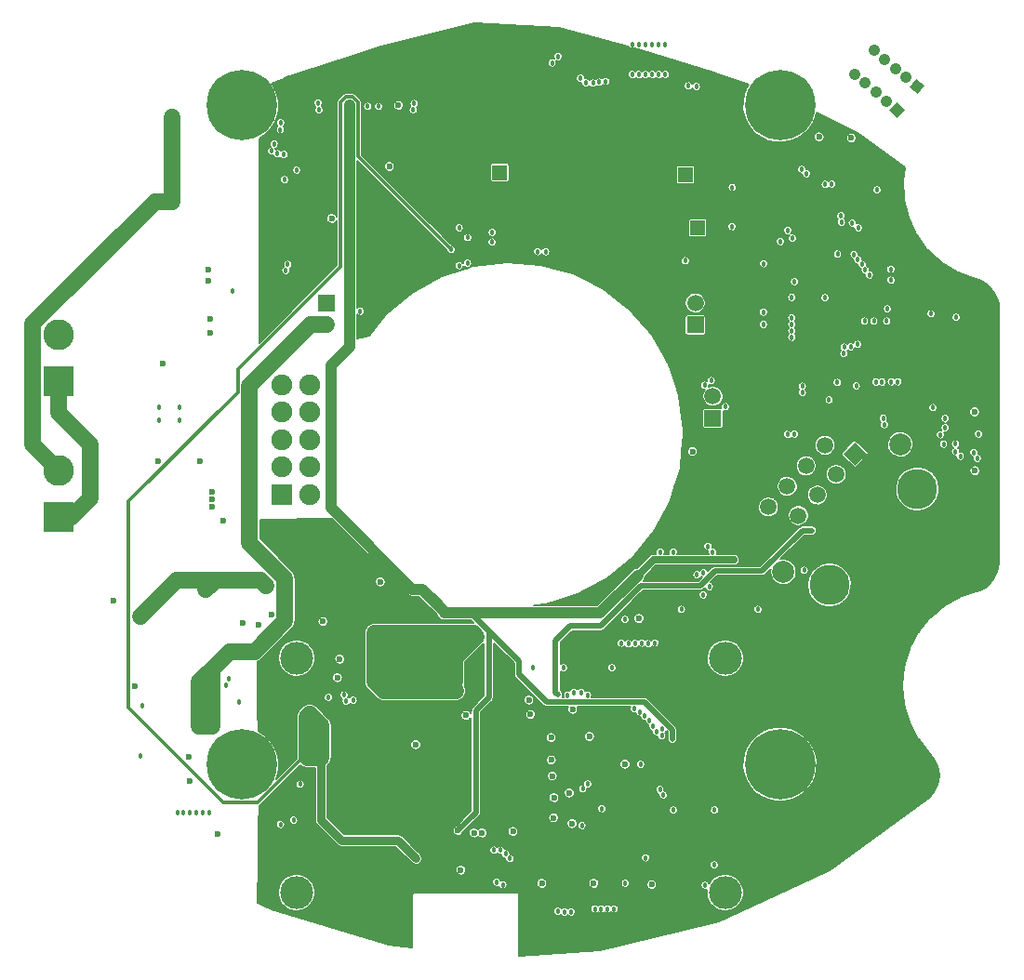
<source format=gbr>
G04 #@! TF.FileFunction,Copper,L2,Inr,Plane*
%FSLAX46Y46*%
G04 Gerber Fmt 4.6, Leading zero omitted, Abs format (unit mm)*
G04 Created by KiCad (PCBNEW 4.0.4-stable) date 02/27/17 08:36:05*
%MOMM*%
%LPD*%
G01*
G04 APERTURE LIST*
%ADD10C,0.100000*%
%ADD11R,2.800000X2.800000*%
%ADD12C,2.800000*%
%ADD13R,1.500000X1.500000*%
%ADD14C,1.500000*%
%ADD15R,1.900000X1.900000*%
%ADD16C,1.900000*%
%ADD17C,6.400000*%
%ADD18C,1.000000*%
%ADD19C,3.000000*%
%ADD20C,3.650000*%
%ADD21C,2.000000*%
%ADD22R,1.350000X1.350000*%
%ADD23C,1.524000*%
%ADD24C,0.457200*%
%ADD25C,0.600000*%
%ADD26C,1.500000*%
%ADD27C,0.500000*%
%ADD28C,0.700000*%
%ADD29C,0.300000*%
%ADD30C,0.750000*%
%ADD31C,0.127000*%
G04 APERTURE END LIST*
D10*
D11*
X107340400Y-100110400D03*
D12*
X107340400Y-95910400D03*
D13*
X166900000Y-103500000D03*
D14*
X166900000Y-101500000D03*
D15*
X127675000Y-110457000D03*
D16*
X127675000Y-107957000D03*
X127675000Y-105457000D03*
X127675000Y-102957000D03*
X127675000Y-100457000D03*
X130175000Y-110457000D03*
X130175000Y-107957000D03*
X130175000Y-105457000D03*
X130175000Y-102957000D03*
X130175000Y-100457000D03*
D17*
X173001100Y-135003600D03*
X124001100Y-135003600D03*
X124001100Y-75003600D03*
X173001100Y-75003600D03*
D13*
X131700000Y-93000000D03*
D14*
X131700000Y-95000000D03*
D13*
X165300000Y-95000000D03*
D14*
X165300000Y-93000000D03*
D10*
G36*
X183746977Y-76140337D02*
X182980933Y-75497549D01*
X183623721Y-74731505D01*
X184389765Y-75374293D01*
X183746977Y-76140337D01*
X183746977Y-76140337D01*
G37*
D18*
X182712473Y-74619581D02*
X182712473Y-74619581D01*
X181739596Y-73803240D02*
X181739596Y-73803240D01*
X180766720Y-72986900D02*
X180766720Y-72986900D01*
X179793843Y-72170560D02*
X179793843Y-72170560D01*
D10*
G36*
X185537508Y-73985956D02*
X184771464Y-73343168D01*
X185414252Y-72577124D01*
X186180296Y-73219912D01*
X185537508Y-73985956D01*
X185537508Y-73985956D01*
G37*
D18*
X184503004Y-72465200D02*
X184503004Y-72465200D01*
X183530127Y-71648859D02*
X183530127Y-71648859D01*
X182557251Y-70832519D02*
X182557251Y-70832519D01*
X181584374Y-70016179D02*
X181584374Y-70016179D01*
D19*
X168021000Y-125343000D03*
X168021000Y-146703000D03*
X129001000Y-146703000D03*
X129001000Y-125343000D03*
D11*
X107340400Y-112454800D03*
D12*
X107340400Y-108254800D03*
D20*
X177504083Y-118687568D03*
X185523338Y-109936086D03*
D10*
G36*
X179788733Y-105684980D02*
X180894649Y-106698366D01*
X179881263Y-107804282D01*
X178775347Y-106790896D01*
X179788733Y-105684980D01*
X179788733Y-105684980D01*
G37*
D14*
X177104314Y-105964974D03*
X178118999Y-108617315D03*
X175388315Y-107837659D03*
X176403000Y-110490000D03*
X173672316Y-109710343D03*
X174687001Y-112362684D03*
X171956317Y-111583027D03*
D21*
X173322051Y-117493526D03*
X183962597Y-105881408D03*
D22*
X164425000Y-81325000D03*
X165525000Y-86175000D03*
X147500000Y-81125000D03*
D10*
G36*
X151637000Y-86125443D02*
X150175759Y-85692604D01*
X150608598Y-84231363D01*
X152069839Y-84664202D01*
X151637000Y-86125443D01*
X151637000Y-86125443D01*
G37*
D23*
X151844198Y-82743001D03*
X153558201Y-85899802D03*
X154279600Y-83464400D03*
X155993603Y-86621201D03*
X156715002Y-84185799D03*
X158429005Y-87342600D03*
X159150404Y-84907198D03*
D24*
X188041054Y-104357864D03*
D25*
X138277600Y-75006200D03*
D24*
X134154998Y-129178913D03*
D25*
X158900000Y-135000000D03*
D24*
X131905000Y-128924244D03*
D25*
X160175000Y-121725000D03*
X165050000Y-106525000D03*
X132925000Y-125425000D03*
X136625000Y-118397999D03*
D24*
X129329701Y-136825000D03*
D25*
X120975000Y-90985390D03*
X120975000Y-89975000D03*
D24*
X134803600Y-93750000D03*
D25*
X112350000Y-120125000D03*
X114299992Y-127932000D03*
D24*
X118324000Y-102487000D03*
X118324000Y-103687000D03*
X116524000Y-103687000D03*
X116524000Y-102487000D03*
X181850000Y-82700000D03*
D25*
X179500000Y-77975000D03*
X176575000Y-77875000D03*
D24*
X168669398Y-82475000D03*
X182725000Y-94656094D03*
D25*
X143950000Y-144650000D03*
X190750000Y-108275000D03*
D24*
X157700000Y-126200000D03*
X153300000Y-126200000D03*
X150525000Y-126200000D03*
X160775000Y-143525000D03*
X177475000Y-101825000D03*
X178250000Y-88550000D03*
D25*
X190725000Y-102925000D03*
X139850000Y-133221639D03*
D24*
X171500800Y-93827600D03*
D25*
X154076400Y-140411200D03*
X151333200Y-145846800D03*
X156057600Y-145846800D03*
X161329604Y-145964068D03*
X150150000Y-129150000D03*
X144425074Y-130548735D03*
X121775000Y-141375000D03*
D24*
X122575000Y-127825000D03*
D25*
X131400000Y-122000000D03*
D24*
X174091600Y-95529403D03*
X174091600Y-94360997D03*
D25*
X120142000Y-131572000D03*
X121285000Y-131572000D03*
D24*
X183100000Y-90925000D03*
X174332900Y-91064603D03*
X168650000Y-86050000D03*
X178555320Y-85075000D03*
X177725000Y-82175000D03*
X177137061Y-82200000D03*
X133500000Y-129245558D03*
D25*
X126700000Y-121350191D03*
X125513615Y-122294261D03*
D24*
X174091600Y-96113606D03*
X122832871Y-127197508D03*
X168050000Y-102450000D03*
X128723102Y-140101898D03*
X127541151Y-140483849D03*
X171502514Y-94949740D03*
X174091600Y-94945200D03*
X180150000Y-86150000D03*
X179596058Y-85728942D03*
D25*
X119225000Y-134352002D03*
X124100000Y-122100000D03*
D24*
X114828001Y-134235001D03*
X114935000Y-129667000D03*
D25*
X126205000Y-118735838D03*
X114750000Y-121575000D03*
X120744000Y-119116838D03*
X125682311Y-118213149D03*
X124200000Y-118213149D03*
X122875000Y-118213149D03*
X121647689Y-118213149D03*
X116789000Y-98550000D03*
X119285000Y-136575000D03*
D24*
X179436455Y-96995847D03*
X177100000Y-92525000D03*
X188041044Y-103519663D03*
X178602622Y-85657284D03*
X173045109Y-87406429D03*
X174085084Y-92487786D03*
X165392100Y-73296282D03*
X139708391Y-74834555D03*
X164667552Y-73232181D03*
X139623800Y-75412600D03*
D25*
X154133611Y-130003611D03*
X155675000Y-132475000D03*
D24*
X175948401Y-113718401D03*
X152806400Y-128676400D03*
D25*
X152200000Y-134625000D03*
X152275699Y-136081072D03*
X152403027Y-139878461D03*
X148700000Y-141125000D03*
X153825000Y-137617000D03*
X150302000Y-130475000D03*
D24*
X152260300Y-71145400D03*
X155324784Y-72960545D03*
X166144100Y-100495100D03*
X182400000Y-103500000D03*
X165455600Y-117754400D03*
X162080600Y-137309117D03*
X166448390Y-115163600D03*
X173700000Y-104975000D03*
X154851100Y-72541435D03*
X152819100Y-70561200D03*
X166751000Y-100076000D03*
X174328670Y-104939027D03*
X182514571Y-104072858D03*
X162380900Y-137810227D03*
X166867490Y-115685550D03*
X166053586Y-117562814D03*
D25*
X152425000Y-138050000D03*
X145877003Y-141250000D03*
X145150000Y-141250000D03*
X152175000Y-132575000D03*
D24*
X133324020Y-128688492D03*
D25*
X132715000Y-127124242D03*
D24*
X159798974Y-123998725D03*
X160425000Y-123964398D03*
X189038071Y-94300000D03*
X186750000Y-93976520D03*
X146812000Y-86575900D03*
X183100000Y-89925000D03*
X127900000Y-81775000D03*
X133800000Y-75006451D03*
D25*
X168808400Y-116382800D03*
X160070800Y-117805200D03*
D24*
X163200000Y-132700000D03*
D25*
X145325000Y-130547998D03*
X143697990Y-141045979D03*
X142450000Y-121225000D03*
X141850000Y-120650000D03*
X140425000Y-119050000D03*
X136140001Y-127508000D03*
X136140001Y-126390001D03*
X136100000Y-125125000D03*
X136100000Y-123952000D03*
X136100000Y-123063000D03*
X143475000Y-128300000D03*
X143425000Y-127500000D03*
X145375000Y-123375000D03*
X144550000Y-123375000D03*
X117675000Y-79200000D03*
X117650000Y-76050000D03*
X117650000Y-77100000D03*
X117675000Y-78150000D03*
D24*
X182775000Y-93525000D03*
X144564100Y-89373000D03*
X144576800Y-87041649D03*
X129019300Y-80899000D03*
X164395415Y-89154585D03*
D25*
X120200000Y-107448000D03*
X121151429Y-95752000D03*
X121127000Y-94450000D03*
X122298889Y-112800000D03*
X116400013Y-107400000D03*
D24*
X187611839Y-105000000D03*
X175209265Y-117348603D03*
X178852696Y-97018572D03*
X170992800Y-120904000D03*
X186929675Y-102530349D03*
X178829972Y-97602331D03*
X143052800Y-88133859D03*
D25*
X139875000Y-143575000D03*
X130194999Y-130424245D03*
X130624990Y-131572000D03*
X129921000Y-131574804D03*
X130624990Y-133029168D03*
X129921000Y-133604000D03*
X131257040Y-133661218D03*
X131257040Y-134366000D03*
X130008060Y-134405940D03*
X132199562Y-85305000D03*
X137454033Y-80572262D03*
X121325000Y-111575000D03*
X121325000Y-110875000D03*
X121325000Y-110175000D03*
X132180067Y-72736812D03*
D24*
X131724400Y-76314300D03*
X176168194Y-81764892D03*
X126875000Y-138575000D03*
X123750000Y-129296370D03*
X148525000Y-87475000D03*
X168700000Y-84175000D03*
D25*
X145475000Y-142904000D03*
D24*
X186916757Y-98458243D03*
D25*
X126300000Y-84175000D03*
D24*
X174175000Y-93350000D03*
X177475000Y-100725000D03*
X183025000Y-92925000D03*
X161341822Y-140971022D03*
D25*
X146507200Y-130200400D03*
X164451180Y-119610696D03*
X165250000Y-135000000D03*
X149925000Y-150475000D03*
X138348720Y-135803640D03*
X138343640Y-134965440D03*
X138333480Y-134147560D03*
X137598001Y-136255760D03*
X137598001Y-135453120D03*
X137598001Y-134599680D03*
X137601960Y-133715760D03*
D24*
X156798319Y-139050000D03*
X154975000Y-140575000D03*
X163300000Y-139175000D03*
X167050000Y-139175000D03*
X174991666Y-80833833D03*
X173718219Y-86395668D03*
X175419912Y-81231195D03*
X174137319Y-87100000D03*
X158891508Y-121818400D03*
X154894810Y-128455602D03*
X166573200Y-118821200D03*
X155490920Y-128709601D03*
X162102800Y-115685549D03*
X154256584Y-128452814D03*
X153691824Y-128705376D03*
X163293300Y-115685549D03*
X164033200Y-120904000D03*
X161009570Y-124027738D03*
X166027100Y-119585836D03*
X161625000Y-123964398D03*
X157909203Y-148175000D03*
X178225000Y-100238800D03*
X157325000Y-148175000D03*
X179951801Y-100550000D03*
X156740797Y-148175000D03*
X181141485Y-90453963D03*
X160155513Y-69435223D03*
X160150000Y-72199283D03*
X156156594Y-148175000D03*
X180771614Y-90001761D03*
X160750000Y-69437012D03*
X160750000Y-72199283D03*
X158554468Y-123964398D03*
X161375000Y-72199283D03*
X161375000Y-69437012D03*
X180485344Y-89492506D03*
X159215237Y-124028101D03*
X161975000Y-69437012D03*
X161975000Y-72199283D03*
X180093479Y-89059223D03*
X161444196Y-131527818D03*
X179755800Y-88582500D03*
X162575000Y-69437012D03*
X162575000Y-72199283D03*
X161750052Y-132025558D03*
X160274127Y-130244770D03*
X159550000Y-72199283D03*
X159550000Y-69437012D03*
X171513500Y-89420700D03*
X160325000Y-135000000D03*
X159761001Y-129965497D03*
X183147404Y-100175000D03*
X161140325Y-131028865D03*
X181725000Y-100200000D03*
X160704549Y-130639775D03*
X182309203Y-100200000D03*
X183750000Y-100175000D03*
X128207499Y-89492501D03*
X146796895Y-87460749D03*
X181550000Y-94656093D03*
X143802100Y-86156800D03*
X143800000Y-89600000D03*
X123205900Y-91950000D03*
X150952200Y-88322880D03*
X128032445Y-90049858D03*
X180705449Y-94656094D03*
X153390828Y-148455900D03*
X153975000Y-148450000D03*
X126722283Y-79164566D03*
X119886595Y-139373611D03*
X148030692Y-143168537D03*
X152784912Y-148390088D03*
X126961900Y-78524100D03*
X119303590Y-139410989D03*
X148425000Y-143599598D03*
X127857149Y-79482849D03*
X146965797Y-142832600D03*
X121075000Y-139373611D03*
X127273998Y-79418576D03*
X120470798Y-139373611D03*
X147550000Y-142832600D03*
X162301637Y-131833085D03*
X162250001Y-132425000D03*
X155500284Y-136799716D03*
X155049716Y-137250284D03*
X190664199Y-106617007D03*
X151675000Y-88322880D03*
X158925000Y-145850000D03*
X155989728Y-72975001D03*
X167014394Y-144155900D03*
X166188654Y-146013655D03*
X188993588Y-105840556D03*
X157149800Y-72821800D03*
X190960364Y-107146938D03*
X156568776Y-72897575D03*
X191093234Y-104937891D03*
X175045692Y-100586550D03*
X188994448Y-106525141D03*
X175049939Y-101175000D03*
X189425000Y-106950000D03*
X187901376Y-105850000D03*
X180075000Y-96764344D03*
X130962400Y-74790300D03*
X136460634Y-75100435D03*
X127555035Y-76605883D03*
X118135371Y-139400771D03*
X147775000Y-145975000D03*
X131038600Y-75399900D03*
X135483600Y-75097998D03*
X127528059Y-77225556D03*
X118719560Y-139396840D03*
X147225000Y-145750802D03*
D26*
X120142000Y-131572000D02*
X120142000Y-127508000D01*
X120142000Y-127508000D02*
X121285000Y-126365000D01*
X120142000Y-131572000D02*
X121285000Y-130429000D01*
X121285000Y-131572000D02*
X120142000Y-131572000D01*
X121285000Y-130429000D02*
X121285000Y-131572000D01*
X122925000Y-124725000D02*
X121285000Y-126365000D01*
X121285000Y-126365000D02*
X121285000Y-130429000D01*
X125175193Y-124725000D02*
X122925000Y-124725000D01*
X124734999Y-114834999D02*
X127950001Y-118050001D01*
X127950001Y-118050001D02*
X127950001Y-121950192D01*
X127950001Y-121950192D02*
X125175193Y-124725000D01*
X131700000Y-95000000D02*
X130319998Y-95000000D01*
X130319998Y-95000000D02*
X124734999Y-100584999D01*
X124734999Y-100584999D02*
X124734999Y-114834999D01*
X121647689Y-118213149D02*
X118111851Y-118213149D01*
X118111851Y-118213149D02*
X114750000Y-121575000D01*
X121647689Y-118213149D02*
X120744000Y-119116838D01*
X122875000Y-118213149D02*
X121647689Y-118213149D01*
X124200000Y-118213149D02*
X122875000Y-118213149D01*
X125682311Y-118213149D02*
X124200000Y-118213149D01*
X126205000Y-118735838D02*
X125682311Y-118213149D01*
D27*
X152806400Y-128676400D02*
X152577801Y-128447801D01*
X152577801Y-128447801D02*
X152577801Y-123723399D01*
X152577801Y-123723399D02*
X153877199Y-122424001D01*
X153877199Y-122424001D02*
X156692278Y-122424001D01*
X156692278Y-122424001D02*
X160379678Y-118736601D01*
X171378815Y-117398800D02*
X175059214Y-113718401D01*
X160379678Y-118736601D02*
X165761509Y-118736601D01*
X165761509Y-118736601D02*
X167099310Y-117398800D01*
X167099310Y-117398800D02*
X171378815Y-117398800D01*
X175059214Y-113718401D02*
X175948401Y-113718401D01*
D18*
X133800000Y-80899000D02*
X133800000Y-97000000D01*
X133800000Y-80899000D02*
X133800000Y-75006451D01*
D28*
X167681286Y-116391150D02*
X167689636Y-116382800D01*
X167689636Y-116382800D02*
X168808400Y-116382800D01*
X160070800Y-117805200D02*
X161484850Y-116391150D01*
X161484850Y-116391150D02*
X167681286Y-116391150D01*
D27*
X145325000Y-130547998D02*
X145325000Y-130123734D01*
X145325000Y-130123734D02*
X146502009Y-128946725D01*
X146502009Y-128946725D02*
X146502009Y-122908177D01*
X146502009Y-122908177D02*
X144818832Y-121225000D01*
X144818832Y-121225000D02*
X142874264Y-121225000D01*
X142874264Y-121225000D02*
X142450000Y-121225000D01*
D18*
X156651000Y-121225000D02*
X160070800Y-117805200D01*
X155787400Y-121225000D02*
X156651000Y-121225000D01*
X153263600Y-121225000D02*
X155787400Y-121225000D01*
X153263600Y-121225000D02*
X154568200Y-121225000D01*
X142450000Y-121225000D02*
X153263600Y-121225000D01*
D27*
X149225000Y-126800000D02*
X149225000Y-125631168D01*
X160651610Y-129326610D02*
X151751610Y-129326610D01*
X163200000Y-131875000D02*
X160651610Y-129326610D01*
X163200000Y-132700000D02*
X163200000Y-131875000D01*
X151751610Y-129326610D02*
X149225000Y-126800000D01*
X149225000Y-125631168D02*
X144818832Y-121225000D01*
D18*
X132150000Y-111650000D02*
X139550000Y-119050000D01*
X133800000Y-97000000D02*
X132150000Y-98650000D01*
X132150000Y-98650000D02*
X132150000Y-111650000D01*
X139550000Y-119050000D02*
X140425000Y-119050000D01*
D27*
X145325000Y-130547998D02*
X145325000Y-139418969D01*
X145325000Y-139418969D02*
X143697990Y-141045979D01*
D18*
X142575000Y-121200000D02*
X140425000Y-119050000D01*
X141850000Y-120475000D02*
X140425000Y-119050000D01*
X140950000Y-119575000D02*
X140425000Y-119050000D01*
D26*
X136100000Y-123952000D02*
X136100000Y-127467999D01*
X136100000Y-127467999D02*
X136140001Y-127508000D01*
X136140001Y-127508000D02*
X143417000Y-127508000D01*
X136100000Y-125125000D02*
X143025000Y-125125000D01*
X143973000Y-123952000D02*
X144550000Y-123375000D01*
X136100000Y-123952000D02*
X143973000Y-123952000D01*
X136140001Y-126390001D02*
X142315001Y-126390001D01*
X136140001Y-127508000D02*
X136140001Y-123103001D01*
X136140001Y-123103001D02*
X136100000Y-123063000D01*
X143425000Y-127500000D02*
X143425000Y-125325000D01*
X143425000Y-125325000D02*
X145375000Y-123375000D01*
X143025000Y-125125000D02*
X143025000Y-127100000D01*
X143025000Y-127100000D02*
X143417000Y-127492000D01*
X143417000Y-127492000D02*
X143417000Y-127508000D01*
X136100000Y-125125000D02*
X142800000Y-125125000D01*
X142800000Y-125125000D02*
X144550000Y-123375000D01*
X143475000Y-128300000D02*
X136932001Y-128300000D01*
X136932001Y-128300000D02*
X136140001Y-127508000D01*
X136140001Y-127508000D02*
X136140001Y-126390001D01*
X142315001Y-126390001D02*
X143425000Y-127500000D01*
X136100000Y-123952000D02*
X136100000Y-123063000D01*
X136100000Y-123063000D02*
X145063000Y-123063000D01*
X145063000Y-123063000D02*
X145375000Y-123375000D01*
X136100000Y-123952000D02*
X144798000Y-123952000D01*
X144798000Y-123952000D02*
X145375000Y-123375000D01*
X143417000Y-127508000D02*
X143425000Y-127500000D01*
X136100000Y-123063000D02*
X144238000Y-123063000D01*
X144238000Y-123063000D02*
X144550000Y-123375000D01*
X117675000Y-83746998D02*
X116133840Y-83746998D01*
X116133840Y-83746998D02*
X104974999Y-94905839D01*
X104974999Y-94905839D02*
X104974999Y-105889399D01*
X104974999Y-105889399D02*
X107340400Y-108254800D01*
X117675000Y-79200000D02*
X117675000Y-78150000D01*
X117650000Y-76050000D02*
X117650000Y-83721998D01*
X117650000Y-83721998D02*
X117675000Y-83746998D01*
X117675000Y-78150000D02*
X117675000Y-83746998D01*
X117650000Y-76050000D02*
X117650000Y-78125000D01*
X117650000Y-78125000D02*
X117675000Y-78150000D01*
D29*
X143052800Y-88133859D02*
X134577010Y-79658069D01*
X134577010Y-79658069D02*
X134577010Y-74684603D01*
X123707989Y-98993409D02*
X123707989Y-101101903D01*
X134577010Y-74684603D02*
X134121848Y-74229441D01*
X134121848Y-74229441D02*
X133478152Y-74229441D01*
X133478152Y-74229441D02*
X133007100Y-74700493D01*
X133007100Y-74700493D02*
X133007100Y-89694298D01*
X133007100Y-89694298D02*
X123707989Y-98993409D01*
X129921000Y-134028264D02*
X129921000Y-133604000D01*
X123707989Y-101101903D02*
X113722992Y-111086900D01*
X113722992Y-111086900D02*
X113722992Y-129871454D01*
X113722992Y-129871454D02*
X122332139Y-138480601D01*
X122332139Y-138480601D02*
X125468663Y-138480601D01*
X125468663Y-138480601D02*
X129921000Y-134028264D01*
D30*
X131257040Y-140107040D02*
X133100000Y-141950000D01*
X133100000Y-141950000D02*
X138250000Y-141950000D01*
X138250000Y-141950000D02*
X139875000Y-143575000D01*
X131257040Y-134366000D02*
X131257040Y-140107040D01*
D26*
X130008060Y-134405940D02*
X131217100Y-134405940D01*
X131217100Y-134405940D02*
X131257040Y-134366000D01*
X131257040Y-134366000D02*
X131257040Y-133661218D01*
X129921000Y-130698244D02*
X130194999Y-130424245D01*
X129921000Y-133604000D02*
X129921000Y-130698244D01*
X131257040Y-133661218D02*
X131257040Y-131486286D01*
X131257040Y-131486286D02*
X130194999Y-130424245D01*
X131257040Y-133661218D02*
X131257040Y-132204050D01*
X131257040Y-132204050D02*
X130624990Y-131572000D01*
X131257040Y-133661218D02*
X130624990Y-133029168D01*
X131257040Y-134366000D02*
X129968120Y-134366000D01*
X129968120Y-134366000D02*
X129921000Y-134318880D01*
X129921000Y-133604000D02*
X129921000Y-134318880D01*
X129921000Y-134318880D02*
X130008060Y-134405940D01*
X129921000Y-131574804D02*
X129921000Y-133604000D01*
X130624990Y-131572000D02*
X130624990Y-133029168D01*
X107340400Y-100110400D02*
X107340400Y-103010400D01*
X107340400Y-103010400D02*
X110200001Y-105870001D01*
X110200001Y-105870001D02*
X110200001Y-110766689D01*
X110200001Y-110766689D02*
X108511890Y-112454800D01*
X108511890Y-112454800D02*
X107340400Y-112454800D01*
D31*
G36*
X152904861Y-67935094D02*
X159190844Y-69653408D01*
X159219965Y-69698595D01*
X159277059Y-69757717D01*
X159344549Y-69804624D01*
X159419864Y-69837529D01*
X159500137Y-69855178D01*
X159582309Y-69856899D01*
X159663250Y-69842627D01*
X159739877Y-69812905D01*
X159750247Y-69806324D01*
X160122263Y-69908017D01*
X166695133Y-71907369D01*
X170175275Y-73129121D01*
X170015606Y-73362311D01*
X169753670Y-73973455D01*
X169615427Y-74623836D01*
X169606143Y-75288682D01*
X169726173Y-75942670D01*
X169970943Y-76560889D01*
X170331131Y-77119791D01*
X170793017Y-77598089D01*
X171339008Y-77977563D01*
X171948308Y-78243759D01*
X172597709Y-78386539D01*
X173262474Y-78400464D01*
X173917284Y-78285003D01*
X174537197Y-78044555D01*
X174739384Y-77916243D01*
X176083856Y-77916243D01*
X176101220Y-78010854D01*
X176136631Y-78100291D01*
X176188739Y-78181147D01*
X176255559Y-78250342D01*
X176334547Y-78305240D01*
X176422694Y-78343750D01*
X176516642Y-78364406D01*
X176612813Y-78366420D01*
X176707543Y-78349717D01*
X176797225Y-78314931D01*
X176878443Y-78263389D01*
X176948102Y-78197053D01*
X177003551Y-78118451D01*
X177042675Y-78030575D01*
X177045931Y-78016243D01*
X179008856Y-78016243D01*
X179026220Y-78110854D01*
X179061631Y-78200291D01*
X179113739Y-78281147D01*
X179180559Y-78350342D01*
X179259547Y-78405240D01*
X179347694Y-78443750D01*
X179441642Y-78464406D01*
X179537813Y-78466420D01*
X179632543Y-78449717D01*
X179722225Y-78414931D01*
X179803443Y-78363389D01*
X179873102Y-78297053D01*
X179928551Y-78218451D01*
X179967675Y-78130575D01*
X179988987Y-78036773D01*
X179990521Y-77926904D01*
X179971837Y-77832544D01*
X179935181Y-77743610D01*
X179881949Y-77663490D01*
X179814169Y-77595235D01*
X179734422Y-77541445D01*
X179645747Y-77504169D01*
X179551519Y-77484827D01*
X179455330Y-77484155D01*
X179360842Y-77502180D01*
X179271654Y-77538214D01*
X179191164Y-77590885D01*
X179122437Y-77658187D01*
X179068092Y-77737557D01*
X179030198Y-77825970D01*
X179010199Y-77920060D01*
X179008856Y-78016243D01*
X177045931Y-78016243D01*
X177063987Y-77936773D01*
X177065521Y-77826904D01*
X177046837Y-77732544D01*
X177010181Y-77643610D01*
X176956949Y-77563490D01*
X176889169Y-77495235D01*
X176809422Y-77441445D01*
X176720747Y-77404169D01*
X176626519Y-77384827D01*
X176530330Y-77384155D01*
X176435842Y-77402180D01*
X176346654Y-77438214D01*
X176266164Y-77490885D01*
X176197437Y-77558187D01*
X176143092Y-77637557D01*
X176105198Y-77725970D01*
X176085199Y-77820060D01*
X176083856Y-77916243D01*
X174739384Y-77916243D01*
X175098600Y-77688278D01*
X175580110Y-77229742D01*
X175963387Y-76686413D01*
X176233830Y-76078986D01*
X176325948Y-75673531D01*
X180081784Y-77551449D01*
X184368737Y-80669232D01*
X184200676Y-81825056D01*
X184199661Y-81846799D01*
X184198338Y-81868588D01*
X184198487Y-81871943D01*
X184284193Y-83548179D01*
X184287424Y-83569729D01*
X184290355Y-83591335D01*
X184291152Y-83594597D01*
X184700808Y-85222263D01*
X184708173Y-85242801D01*
X184715236Y-85263401D01*
X184716649Y-85266440D01*
X184716651Y-85266445D01*
X184716652Y-85266446D01*
X185434654Y-86783543D01*
X185445884Y-86802287D01*
X185456798Y-86821095D01*
X185458778Y-86823807D01*
X186457779Y-88172551D01*
X186472387Y-88188703D01*
X186486794Y-88205087D01*
X186489263Y-88207362D01*
X187731211Y-89336379D01*
X187748682Y-89349389D01*
X187765993Y-89362660D01*
X187768852Y-89364410D01*
X187768857Y-89364413D01*
X187768862Y-89364415D01*
X189206447Y-90230699D01*
X189226130Y-90240076D01*
X189245671Y-90249723D01*
X189248821Y-90250886D01*
X190827294Y-90821445D01*
X190827300Y-90821447D01*
X191355747Y-91012460D01*
X191816837Y-91290312D01*
X192215175Y-91652429D01*
X192535594Y-92085024D01*
X192765884Y-92571614D01*
X192897968Y-93096416D01*
X192928920Y-93511620D01*
X192928920Y-116588837D01*
X192875234Y-117136364D01*
X192719639Y-117651719D01*
X192466905Y-118127044D01*
X192126662Y-118544222D01*
X191711869Y-118887370D01*
X191236098Y-119144617D01*
X190818792Y-119283377D01*
X190818771Y-119283384D01*
X189579665Y-119694090D01*
X189562133Y-119701873D01*
X189544315Y-119709032D01*
X189541348Y-119710603D01*
X188063401Y-120506082D01*
X188045308Y-120518236D01*
X188027044Y-120530137D01*
X188024438Y-120532255D01*
X186729148Y-121599652D01*
X186713743Y-121615105D01*
X186698156Y-121630311D01*
X186696010Y-121632894D01*
X185632714Y-122931553D01*
X185620609Y-122949698D01*
X185608267Y-122967648D01*
X185606668Y-122970594D01*
X185606665Y-122970598D01*
X185606665Y-122970599D01*
X184815863Y-124451053D01*
X184807526Y-124471171D01*
X184798892Y-124491209D01*
X184797894Y-124494415D01*
X184309708Y-126100275D01*
X184305436Y-126121637D01*
X184300860Y-126142963D01*
X184300503Y-126146302D01*
X184133528Y-127816400D01*
X184133486Y-127838215D01*
X184133140Y-127859993D01*
X184133438Y-127863338D01*
X184294033Y-129534063D01*
X184298232Y-129555483D01*
X184302120Y-129576900D01*
X184303062Y-129580123D01*
X184785112Y-131187838D01*
X184793385Y-131208017D01*
X184801365Y-131228288D01*
X184802916Y-131231267D01*
X185588057Y-132714731D01*
X185600076Y-132732897D01*
X185611857Y-132751255D01*
X185613957Y-132753876D01*
X186672286Y-134056586D01*
X187026601Y-134492718D01*
X187278425Y-134968519D01*
X187433037Y-135484175D01*
X187484546Y-136020042D01*
X187430991Y-136555707D01*
X187274412Y-137070765D01*
X187020770Y-137545605D01*
X186674514Y-137968505D01*
X186567102Y-138070028D01*
X177564614Y-144630126D01*
X167466848Y-149313233D01*
X156648701Y-151946565D01*
X149229887Y-152461897D01*
X149229887Y-148425327D01*
X152365261Y-148425327D01*
X152380098Y-148506167D01*
X152410354Y-148582585D01*
X152454877Y-148651671D01*
X152511971Y-148710793D01*
X152579461Y-148757700D01*
X152654776Y-148790605D01*
X152735049Y-148808254D01*
X152817221Y-148809975D01*
X152898162Y-148795703D01*
X152974789Y-148765981D01*
X153044184Y-148721941D01*
X153056257Y-148710444D01*
X153060793Y-148717483D01*
X153117887Y-148776605D01*
X153185377Y-148823512D01*
X153260692Y-148856417D01*
X153340965Y-148874066D01*
X153423137Y-148875787D01*
X153504078Y-148861515D01*
X153580705Y-148831793D01*
X153650100Y-148787753D01*
X153685744Y-148753810D01*
X153702059Y-148770705D01*
X153769549Y-148817612D01*
X153844864Y-148850517D01*
X153925137Y-148868166D01*
X154007309Y-148869887D01*
X154088250Y-148855615D01*
X154164877Y-148825893D01*
X154234272Y-148781853D01*
X154293792Y-148725174D01*
X154341169Y-148658013D01*
X154374598Y-148582929D01*
X154392807Y-148502781D01*
X154394118Y-148408905D01*
X154378154Y-148328281D01*
X154346834Y-148252292D01*
X154318894Y-148210239D01*
X155736943Y-148210239D01*
X155751780Y-148291079D01*
X155782036Y-148367497D01*
X155826559Y-148436583D01*
X155883653Y-148495705D01*
X155951143Y-148542612D01*
X156026458Y-148575517D01*
X156106731Y-148593166D01*
X156188903Y-148594887D01*
X156269844Y-148580615D01*
X156346471Y-148550893D01*
X156415866Y-148506853D01*
X156448558Y-148475721D01*
X156467856Y-148495705D01*
X156535346Y-148542612D01*
X156610661Y-148575517D01*
X156690934Y-148593166D01*
X156773106Y-148594887D01*
X156854047Y-148580615D01*
X156930674Y-148550893D01*
X157000069Y-148506853D01*
X157032761Y-148475721D01*
X157052059Y-148495705D01*
X157119549Y-148542612D01*
X157194864Y-148575517D01*
X157275137Y-148593166D01*
X157357309Y-148594887D01*
X157438250Y-148580615D01*
X157514877Y-148550893D01*
X157584272Y-148506853D01*
X157616964Y-148475721D01*
X157636262Y-148495705D01*
X157703752Y-148542612D01*
X157779067Y-148575517D01*
X157859340Y-148593166D01*
X157941512Y-148594887D01*
X158022453Y-148580615D01*
X158099080Y-148550893D01*
X158168475Y-148506853D01*
X158227995Y-148450174D01*
X158275372Y-148383013D01*
X158308801Y-148307929D01*
X158327010Y-148227781D01*
X158328321Y-148133905D01*
X158312357Y-148053281D01*
X158281037Y-147977292D01*
X158235554Y-147908835D01*
X158177640Y-147850515D01*
X158109502Y-147804555D01*
X158033734Y-147772706D01*
X157953223Y-147756179D01*
X157871035Y-147755605D01*
X157790301Y-147771006D01*
X157714096Y-147801795D01*
X157645323Y-147846799D01*
X157617147Y-147874391D01*
X157593437Y-147850515D01*
X157525299Y-147804555D01*
X157449531Y-147772706D01*
X157369020Y-147756179D01*
X157286832Y-147755605D01*
X157206098Y-147771006D01*
X157129893Y-147801795D01*
X157061120Y-147846799D01*
X157032944Y-147874391D01*
X157009234Y-147850515D01*
X156941096Y-147804555D01*
X156865328Y-147772706D01*
X156784817Y-147756179D01*
X156702629Y-147755605D01*
X156621895Y-147771006D01*
X156545690Y-147801795D01*
X156476917Y-147846799D01*
X156448741Y-147874391D01*
X156425031Y-147850515D01*
X156356893Y-147804555D01*
X156281125Y-147772706D01*
X156200614Y-147756179D01*
X156118426Y-147755605D01*
X156037692Y-147771006D01*
X155961487Y-147801795D01*
X155892714Y-147846799D01*
X155833991Y-147904304D01*
X155787557Y-147972120D01*
X155755179Y-148047664D01*
X155738091Y-148128057D01*
X155736943Y-148210239D01*
X154318894Y-148210239D01*
X154301351Y-148183835D01*
X154243437Y-148125515D01*
X154175299Y-148079555D01*
X154099531Y-148047706D01*
X154019020Y-148031179D01*
X153936832Y-148030605D01*
X153856098Y-148046006D01*
X153779893Y-148076795D01*
X153711120Y-148121799D01*
X153679989Y-148152284D01*
X153659265Y-148131415D01*
X153591127Y-148085455D01*
X153515359Y-148053606D01*
X153434848Y-148037079D01*
X153352660Y-148036505D01*
X153271926Y-148051906D01*
X153195721Y-148082695D01*
X153126948Y-148127699D01*
X153118965Y-148135516D01*
X153111263Y-148123923D01*
X153053349Y-148065603D01*
X152985211Y-148019643D01*
X152909443Y-147987794D01*
X152828932Y-147971267D01*
X152746744Y-147970693D01*
X152666010Y-147986094D01*
X152589805Y-148016883D01*
X152521032Y-148061887D01*
X152462309Y-148119392D01*
X152415875Y-148187208D01*
X152383497Y-148262752D01*
X152366409Y-148343145D01*
X152365261Y-148425327D01*
X149229887Y-148425327D01*
X149229887Y-146761200D01*
X149225544Y-146738120D01*
X149211904Y-146716923D01*
X149191092Y-146702703D01*
X149166387Y-146697700D01*
X139615987Y-146697700D01*
X139592907Y-146702043D01*
X139571710Y-146715683D01*
X139557490Y-146736495D01*
X139552487Y-146761200D01*
X139552487Y-151655656D01*
X137420284Y-151451613D01*
X126757001Y-148259304D01*
X125480976Y-147584643D01*
X125490798Y-146845142D01*
X127308278Y-146845142D01*
X127368124Y-147171220D01*
X127490166Y-147479463D01*
X127669756Y-147758131D01*
X127900052Y-147996610D01*
X128172283Y-148185815D01*
X128476079Y-148318541D01*
X128799870Y-148389731D01*
X129131321Y-148396674D01*
X129457809Y-148339105D01*
X129766897Y-148219218D01*
X130046812Y-148041578D01*
X130286892Y-147812953D01*
X130477994Y-147542049D01*
X130612837Y-147239187D01*
X130686285Y-146915901D01*
X130691573Y-146537238D01*
X130627179Y-146212027D01*
X130500845Y-145905518D01*
X130421466Y-145786041D01*
X146805349Y-145786041D01*
X146820186Y-145866881D01*
X146850442Y-145943299D01*
X146894965Y-146012385D01*
X146952059Y-146071507D01*
X147019549Y-146118414D01*
X147094864Y-146151319D01*
X147175137Y-146168968D01*
X147257309Y-146170689D01*
X147338250Y-146156417D01*
X147388360Y-146136981D01*
X147400442Y-146167497D01*
X147444965Y-146236583D01*
X147502059Y-146295705D01*
X147569549Y-146342612D01*
X147644864Y-146375517D01*
X147725137Y-146393166D01*
X147807309Y-146394887D01*
X147888250Y-146380615D01*
X147964877Y-146350893D01*
X148034272Y-146306853D01*
X148093792Y-146250174D01*
X148141169Y-146183013D01*
X148174598Y-146107929D01*
X148192807Y-146027781D01*
X148194118Y-145933905D01*
X148185038Y-145888043D01*
X150842056Y-145888043D01*
X150859420Y-145982654D01*
X150894831Y-146072091D01*
X150946939Y-146152947D01*
X151013759Y-146222142D01*
X151092747Y-146277040D01*
X151180894Y-146315550D01*
X151274842Y-146336206D01*
X151371013Y-146338220D01*
X151465743Y-146321517D01*
X151555425Y-146286731D01*
X151636643Y-146235189D01*
X151706302Y-146168853D01*
X151761751Y-146090251D01*
X151800875Y-146002375D01*
X151822187Y-145908573D01*
X151822473Y-145888043D01*
X155566456Y-145888043D01*
X155583820Y-145982654D01*
X155619231Y-146072091D01*
X155671339Y-146152947D01*
X155738159Y-146222142D01*
X155817147Y-146277040D01*
X155905294Y-146315550D01*
X155999242Y-146336206D01*
X156095413Y-146338220D01*
X156190143Y-146321517D01*
X156279825Y-146286731D01*
X156361043Y-146235189D01*
X156430702Y-146168853D01*
X156486151Y-146090251D01*
X156525275Y-146002375D01*
X156546587Y-145908573D01*
X156546912Y-145885239D01*
X158505349Y-145885239D01*
X158520186Y-145966079D01*
X158550442Y-146042497D01*
X158594965Y-146111583D01*
X158652059Y-146170705D01*
X158719549Y-146217612D01*
X158794864Y-146250517D01*
X158875137Y-146268166D01*
X158957309Y-146269887D01*
X159038250Y-146255615D01*
X159114877Y-146225893D01*
X159184272Y-146181853D01*
X159243792Y-146125174D01*
X159291169Y-146058013D01*
X159314633Y-146005311D01*
X160838460Y-146005311D01*
X160855824Y-146099922D01*
X160891235Y-146189359D01*
X160943343Y-146270215D01*
X161010163Y-146339410D01*
X161089151Y-146394308D01*
X161177298Y-146432818D01*
X161271246Y-146453474D01*
X161367417Y-146455488D01*
X161462147Y-146438785D01*
X161551829Y-146403999D01*
X161633047Y-146352457D01*
X161702706Y-146286121D01*
X161758155Y-146207519D01*
X161797279Y-146119643D01*
X161813353Y-146048894D01*
X165769003Y-146048894D01*
X165783840Y-146129734D01*
X165814096Y-146206152D01*
X165858619Y-146275238D01*
X165915713Y-146334360D01*
X165983203Y-146381267D01*
X166058518Y-146414172D01*
X166138791Y-146431821D01*
X166220963Y-146433542D01*
X166301904Y-146419270D01*
X166357555Y-146397684D01*
X166332906Y-146513650D01*
X166328278Y-146845142D01*
X166388124Y-147171220D01*
X166510166Y-147479463D01*
X166689756Y-147758131D01*
X166920052Y-147996610D01*
X167192283Y-148185815D01*
X167496079Y-148318541D01*
X167819870Y-148389731D01*
X168151321Y-148396674D01*
X168477809Y-148339105D01*
X168786897Y-148219218D01*
X169066812Y-148041578D01*
X169306892Y-147812953D01*
X169497994Y-147542049D01*
X169632837Y-147239187D01*
X169706285Y-146915901D01*
X169711573Y-146537238D01*
X169647179Y-146212027D01*
X169520845Y-145905518D01*
X169337383Y-145629384D01*
X169103779Y-145394145D01*
X168828933Y-145208759D01*
X168523313Y-145080288D01*
X168198560Y-145013626D01*
X167867044Y-145011311D01*
X167541392Y-145073433D01*
X167234008Y-145197624D01*
X166956601Y-145379154D01*
X166719736Y-145611110D01*
X166567625Y-145833262D01*
X166560488Y-145815947D01*
X166515005Y-145747490D01*
X166457091Y-145689170D01*
X166388953Y-145643210D01*
X166313185Y-145611361D01*
X166232674Y-145594834D01*
X166150486Y-145594260D01*
X166069752Y-145609661D01*
X165993547Y-145640450D01*
X165924774Y-145685454D01*
X165866051Y-145742959D01*
X165819617Y-145810775D01*
X165787239Y-145886319D01*
X165770151Y-145966712D01*
X165769003Y-146048894D01*
X161813353Y-146048894D01*
X161818591Y-146025841D01*
X161820125Y-145915972D01*
X161801441Y-145821612D01*
X161764785Y-145732678D01*
X161711553Y-145652558D01*
X161643773Y-145584303D01*
X161564026Y-145530513D01*
X161475351Y-145493237D01*
X161381123Y-145473895D01*
X161284934Y-145473223D01*
X161190446Y-145491248D01*
X161101258Y-145527282D01*
X161020768Y-145579953D01*
X160952041Y-145647255D01*
X160897696Y-145726625D01*
X160859802Y-145815038D01*
X160839803Y-145909128D01*
X160838460Y-146005311D01*
X159314633Y-146005311D01*
X159324598Y-145982929D01*
X159342807Y-145902781D01*
X159344118Y-145808905D01*
X159328154Y-145728281D01*
X159296834Y-145652292D01*
X159251351Y-145583835D01*
X159193437Y-145525515D01*
X159125299Y-145479555D01*
X159049531Y-145447706D01*
X158969020Y-145431179D01*
X158886832Y-145430605D01*
X158806098Y-145446006D01*
X158729893Y-145476795D01*
X158661120Y-145521799D01*
X158602397Y-145579304D01*
X158555963Y-145647120D01*
X158523585Y-145722664D01*
X158506497Y-145803057D01*
X158505349Y-145885239D01*
X156546912Y-145885239D01*
X156548121Y-145798704D01*
X156529437Y-145704344D01*
X156492781Y-145615410D01*
X156439549Y-145535290D01*
X156371769Y-145467035D01*
X156292022Y-145413245D01*
X156203347Y-145375969D01*
X156109119Y-145356627D01*
X156012930Y-145355955D01*
X155918442Y-145373980D01*
X155829254Y-145410014D01*
X155748764Y-145462685D01*
X155680037Y-145529987D01*
X155625692Y-145609357D01*
X155587798Y-145697770D01*
X155567799Y-145791860D01*
X155566456Y-145888043D01*
X151822473Y-145888043D01*
X151823721Y-145798704D01*
X151805037Y-145704344D01*
X151768381Y-145615410D01*
X151715149Y-145535290D01*
X151647369Y-145467035D01*
X151567622Y-145413245D01*
X151478947Y-145375969D01*
X151384719Y-145356627D01*
X151288530Y-145355955D01*
X151194042Y-145373980D01*
X151104854Y-145410014D01*
X151024364Y-145462685D01*
X150955637Y-145529987D01*
X150901292Y-145609357D01*
X150863398Y-145697770D01*
X150843399Y-145791860D01*
X150842056Y-145888043D01*
X148185038Y-145888043D01*
X148178154Y-145853281D01*
X148146834Y-145777292D01*
X148101351Y-145708835D01*
X148043437Y-145650515D01*
X147975299Y-145604555D01*
X147899531Y-145572706D01*
X147819020Y-145556179D01*
X147736832Y-145555605D01*
X147656098Y-145571006D01*
X147611623Y-145588975D01*
X147596834Y-145553094D01*
X147551351Y-145484637D01*
X147493437Y-145426317D01*
X147425299Y-145380357D01*
X147349531Y-145348508D01*
X147269020Y-145331981D01*
X147186832Y-145331407D01*
X147106098Y-145346808D01*
X147029893Y-145377597D01*
X146961120Y-145422601D01*
X146902397Y-145480106D01*
X146855963Y-145547922D01*
X146823585Y-145623466D01*
X146806497Y-145703859D01*
X146805349Y-145786041D01*
X130421466Y-145786041D01*
X130317383Y-145629384D01*
X130083779Y-145394145D01*
X129808933Y-145208759D01*
X129503313Y-145080288D01*
X129178560Y-145013626D01*
X128847044Y-145011311D01*
X128521392Y-145073433D01*
X128214008Y-145197624D01*
X127936601Y-145379154D01*
X127699736Y-145611110D01*
X127512435Y-145884655D01*
X127381834Y-146189370D01*
X127312906Y-146513650D01*
X127308278Y-146845142D01*
X125490798Y-146845142D01*
X125519407Y-144691243D01*
X143458856Y-144691243D01*
X143476220Y-144785854D01*
X143511631Y-144875291D01*
X143563739Y-144956147D01*
X143630559Y-145025342D01*
X143709547Y-145080240D01*
X143797694Y-145118750D01*
X143891642Y-145139406D01*
X143987813Y-145141420D01*
X144082543Y-145124717D01*
X144172225Y-145089931D01*
X144253443Y-145038389D01*
X144323102Y-144972053D01*
X144378551Y-144893451D01*
X144417675Y-144805575D01*
X144438987Y-144711773D01*
X144440521Y-144601904D01*
X144421837Y-144507544D01*
X144385181Y-144418610D01*
X144331949Y-144338490D01*
X144264169Y-144270235D01*
X144184422Y-144216445D01*
X144124223Y-144191139D01*
X166594743Y-144191139D01*
X166609580Y-144271979D01*
X166639836Y-144348397D01*
X166684359Y-144417483D01*
X166741453Y-144476605D01*
X166808943Y-144523512D01*
X166884258Y-144556417D01*
X166964531Y-144574066D01*
X167046703Y-144575787D01*
X167127644Y-144561515D01*
X167204271Y-144531793D01*
X167273666Y-144487753D01*
X167333186Y-144431074D01*
X167380563Y-144363913D01*
X167413992Y-144288829D01*
X167432201Y-144208681D01*
X167433512Y-144114805D01*
X167417548Y-144034181D01*
X167386228Y-143958192D01*
X167340745Y-143889735D01*
X167282831Y-143831415D01*
X167214693Y-143785455D01*
X167138925Y-143753606D01*
X167058414Y-143737079D01*
X166976226Y-143736505D01*
X166895492Y-143751906D01*
X166819287Y-143782695D01*
X166750514Y-143827699D01*
X166691791Y-143885204D01*
X166645357Y-143953020D01*
X166612979Y-144028564D01*
X166595891Y-144108957D01*
X166594743Y-144191139D01*
X144124223Y-144191139D01*
X144095747Y-144179169D01*
X144001519Y-144159827D01*
X143905330Y-144159155D01*
X143810842Y-144177180D01*
X143721654Y-144213214D01*
X143641164Y-144265885D01*
X143572437Y-144333187D01*
X143518092Y-144412557D01*
X143480198Y-144500970D01*
X143460199Y-144595060D01*
X143458856Y-144691243D01*
X125519407Y-144691243D01*
X125574826Y-140519088D01*
X127121500Y-140519088D01*
X127136337Y-140599928D01*
X127166593Y-140676346D01*
X127211116Y-140745432D01*
X127268210Y-140804554D01*
X127335700Y-140851461D01*
X127411015Y-140884366D01*
X127491288Y-140902015D01*
X127573460Y-140903736D01*
X127654401Y-140889464D01*
X127731028Y-140859742D01*
X127800423Y-140815702D01*
X127859943Y-140759023D01*
X127907320Y-140691862D01*
X127940749Y-140616778D01*
X127958958Y-140536630D01*
X127960269Y-140442754D01*
X127944305Y-140362130D01*
X127912985Y-140286141D01*
X127867502Y-140217684D01*
X127809588Y-140159364D01*
X127776636Y-140137137D01*
X128303451Y-140137137D01*
X128318288Y-140217977D01*
X128348544Y-140294395D01*
X128393067Y-140363481D01*
X128450161Y-140422603D01*
X128517651Y-140469510D01*
X128592966Y-140502415D01*
X128673239Y-140520064D01*
X128755411Y-140521785D01*
X128836352Y-140507513D01*
X128912979Y-140477791D01*
X128982374Y-140433751D01*
X129041894Y-140377072D01*
X129089271Y-140309911D01*
X129122700Y-140234827D01*
X129140909Y-140154679D01*
X129142220Y-140060803D01*
X129126256Y-139980179D01*
X129094936Y-139904190D01*
X129049453Y-139835733D01*
X128991539Y-139777413D01*
X128923401Y-139731453D01*
X128847633Y-139699604D01*
X128767122Y-139683077D01*
X128684934Y-139682503D01*
X128604200Y-139697904D01*
X128527995Y-139728693D01*
X128459222Y-139773697D01*
X128400499Y-139831202D01*
X128354065Y-139899018D01*
X128321687Y-139974562D01*
X128304599Y-140054955D01*
X128303451Y-140137137D01*
X127776636Y-140137137D01*
X127741450Y-140113404D01*
X127665682Y-140081555D01*
X127585171Y-140065028D01*
X127502983Y-140064454D01*
X127422249Y-140079855D01*
X127346044Y-140110644D01*
X127277271Y-140155648D01*
X127218548Y-140213153D01*
X127172114Y-140280969D01*
X127139736Y-140356513D01*
X127122648Y-140436906D01*
X127121500Y-140519088D01*
X125574826Y-140519088D01*
X125597719Y-138795620D01*
X125598417Y-138795409D01*
X125626196Y-138780639D01*
X125654112Y-138766168D01*
X125655508Y-138765054D01*
X125657093Y-138764211D01*
X125681503Y-138744302D01*
X125706048Y-138724709D01*
X125708540Y-138722252D01*
X125708591Y-138722210D01*
X125708630Y-138722163D01*
X125709433Y-138721371D01*
X127570565Y-136860239D01*
X128910050Y-136860239D01*
X128924887Y-136941079D01*
X128955143Y-137017497D01*
X128999666Y-137086583D01*
X129056760Y-137145705D01*
X129124250Y-137192612D01*
X129199565Y-137225517D01*
X129279838Y-137243166D01*
X129362010Y-137244887D01*
X129442951Y-137230615D01*
X129519578Y-137200893D01*
X129588973Y-137156853D01*
X129648493Y-137100174D01*
X129695870Y-137033013D01*
X129729299Y-136957929D01*
X129747508Y-136877781D01*
X129748819Y-136783905D01*
X129732855Y-136703281D01*
X129701535Y-136627292D01*
X129656052Y-136558835D01*
X129598138Y-136500515D01*
X129530000Y-136454555D01*
X129454232Y-136422706D01*
X129373721Y-136406179D01*
X129291533Y-136405605D01*
X129210799Y-136421006D01*
X129134594Y-136451795D01*
X129065821Y-136496799D01*
X129007098Y-136554304D01*
X128960664Y-136622120D01*
X128928286Y-136697664D01*
X128911198Y-136778057D01*
X128910050Y-136860239D01*
X127570565Y-136860239D01*
X129352252Y-135078552D01*
X129410156Y-135126115D01*
X129476709Y-135181959D01*
X129481044Y-135184342D01*
X129484864Y-135187480D01*
X129561407Y-135228522D01*
X129637558Y-135270387D01*
X129642273Y-135271883D01*
X129646630Y-135274219D01*
X129729692Y-135299614D01*
X129812519Y-135325888D01*
X129817434Y-135326439D01*
X129822163Y-135327885D01*
X129908547Y-135336659D01*
X129994929Y-135346348D01*
X130004608Y-135346416D01*
X130004777Y-135346433D01*
X130004935Y-135346418D01*
X130008060Y-135346440D01*
X130691540Y-135346440D01*
X130691540Y-140107040D01*
X130696636Y-140159014D01*
X130701190Y-140211065D01*
X130702020Y-140213922D01*
X130702310Y-140216880D01*
X130717397Y-140266850D01*
X130731981Y-140317049D01*
X130733350Y-140319690D01*
X130734209Y-140322535D01*
X130758734Y-140368660D01*
X130782772Y-140415033D01*
X130784626Y-140417355D01*
X130786023Y-140419983D01*
X130819049Y-140460476D01*
X130851627Y-140501287D01*
X130855709Y-140505427D01*
X130855778Y-140505511D01*
X130855856Y-140505576D01*
X130857171Y-140506909D01*
X132700131Y-142349869D01*
X132740489Y-142383019D01*
X132780511Y-142416602D01*
X132783118Y-142418035D01*
X132785415Y-142419922D01*
X132831435Y-142444598D01*
X132877226Y-142469771D01*
X132880062Y-142470670D01*
X132882681Y-142472075D01*
X132932626Y-142487345D01*
X132982426Y-142503142D01*
X132985381Y-142503473D01*
X132988225Y-142504343D01*
X133040208Y-142509624D01*
X133092104Y-142515445D01*
X133097912Y-142515485D01*
X133098026Y-142515497D01*
X133098132Y-142515487D01*
X133100000Y-142515500D01*
X138015762Y-142515500D01*
X139475131Y-143974869D01*
X139560415Y-144044922D01*
X139657681Y-144097075D01*
X139763225Y-144129343D01*
X139873026Y-144140497D01*
X139982902Y-144130111D01*
X140088669Y-144098580D01*
X140186297Y-144047107D01*
X140272067Y-143977651D01*
X140342714Y-143892858D01*
X140395545Y-143795958D01*
X140428549Y-143690642D01*
X140440469Y-143580921D01*
X140430850Y-143470975D01*
X140400059Y-143364991D01*
X140349268Y-143267007D01*
X140280413Y-143180753D01*
X140274869Y-143175131D01*
X139967577Y-142867839D01*
X146546146Y-142867839D01*
X146560983Y-142948679D01*
X146591239Y-143025097D01*
X146635762Y-143094183D01*
X146692856Y-143153305D01*
X146760346Y-143200212D01*
X146835661Y-143233117D01*
X146915934Y-143250766D01*
X146998106Y-143252487D01*
X147079047Y-143238215D01*
X147155674Y-143208493D01*
X147225069Y-143164453D01*
X147257761Y-143133321D01*
X147277059Y-143153305D01*
X147344549Y-143200212D01*
X147419864Y-143233117D01*
X147500137Y-143250766D01*
X147582309Y-143252487D01*
X147618800Y-143246053D01*
X147625878Y-143284616D01*
X147656134Y-143361034D01*
X147700657Y-143430120D01*
X147757751Y-143489242D01*
X147825241Y-143536149D01*
X147900556Y-143569054D01*
X147980829Y-143586703D01*
X148006014Y-143587230D01*
X148005349Y-143634837D01*
X148020186Y-143715677D01*
X148050442Y-143792095D01*
X148094965Y-143861181D01*
X148152059Y-143920303D01*
X148219549Y-143967210D01*
X148294864Y-144000115D01*
X148375137Y-144017764D01*
X148457309Y-144019485D01*
X148538250Y-144005213D01*
X148614877Y-143975491D01*
X148684272Y-143931451D01*
X148743792Y-143874772D01*
X148791169Y-143807611D01*
X148824598Y-143732527D01*
X148842807Y-143652379D01*
X148844093Y-143560239D01*
X160355349Y-143560239D01*
X160370186Y-143641079D01*
X160400442Y-143717497D01*
X160444965Y-143786583D01*
X160502059Y-143845705D01*
X160569549Y-143892612D01*
X160644864Y-143925517D01*
X160725137Y-143943166D01*
X160807309Y-143944887D01*
X160888250Y-143930615D01*
X160964877Y-143900893D01*
X161034272Y-143856853D01*
X161093792Y-143800174D01*
X161141169Y-143733013D01*
X161174598Y-143657929D01*
X161192807Y-143577781D01*
X161194118Y-143483905D01*
X161178154Y-143403281D01*
X161146834Y-143327292D01*
X161101351Y-143258835D01*
X161043437Y-143200515D01*
X160975299Y-143154555D01*
X160899531Y-143122706D01*
X160819020Y-143106179D01*
X160736832Y-143105605D01*
X160656098Y-143121006D01*
X160579893Y-143151795D01*
X160511120Y-143196799D01*
X160452397Y-143254304D01*
X160405963Y-143322120D01*
X160373585Y-143397664D01*
X160356497Y-143478057D01*
X160355349Y-143560239D01*
X148844093Y-143560239D01*
X148844118Y-143558503D01*
X148828154Y-143477879D01*
X148796834Y-143401890D01*
X148751351Y-143333433D01*
X148693437Y-143275113D01*
X148625299Y-143229153D01*
X148549531Y-143197304D01*
X148469020Y-143180777D01*
X148449067Y-143180638D01*
X148449810Y-143127442D01*
X148433846Y-143046818D01*
X148402526Y-142970829D01*
X148357043Y-142902372D01*
X148299129Y-142844052D01*
X148230991Y-142798092D01*
X148155223Y-142766243D01*
X148074712Y-142749716D01*
X147992524Y-142749142D01*
X147961887Y-142754986D01*
X147953154Y-142710881D01*
X147921834Y-142634892D01*
X147876351Y-142566435D01*
X147818437Y-142508115D01*
X147750299Y-142462155D01*
X147674531Y-142430306D01*
X147594020Y-142413779D01*
X147511832Y-142413205D01*
X147431098Y-142428606D01*
X147354893Y-142459395D01*
X147286120Y-142504399D01*
X147257944Y-142531991D01*
X147234234Y-142508115D01*
X147166096Y-142462155D01*
X147090328Y-142430306D01*
X147009817Y-142413779D01*
X146927629Y-142413205D01*
X146846895Y-142428606D01*
X146770690Y-142459395D01*
X146701917Y-142504399D01*
X146643194Y-142561904D01*
X146596760Y-142629720D01*
X146564382Y-142705264D01*
X146547294Y-142785657D01*
X146546146Y-142867839D01*
X139967577Y-142867839D01*
X138649869Y-141550131D01*
X138609511Y-141516981D01*
X138569489Y-141483398D01*
X138566882Y-141481965D01*
X138564585Y-141480078D01*
X138518565Y-141455402D01*
X138472774Y-141430229D01*
X138469938Y-141429330D01*
X138467319Y-141427925D01*
X138417374Y-141412655D01*
X138367574Y-141396858D01*
X138364619Y-141396527D01*
X138361775Y-141395657D01*
X138309792Y-141390376D01*
X138257896Y-141384555D01*
X138252088Y-141384515D01*
X138251974Y-141384503D01*
X138251868Y-141384513D01*
X138250000Y-141384500D01*
X133334238Y-141384500D01*
X131822540Y-139872802D01*
X131822540Y-135120303D01*
X131872784Y-135080194D01*
X131879671Y-135073403D01*
X131879808Y-135073291D01*
X131879913Y-135073164D01*
X131882134Y-135070974D01*
X131922074Y-135031034D01*
X131977237Y-134963877D01*
X132033059Y-134897351D01*
X132034646Y-134894464D01*
X132036750Y-134891921D01*
X132037535Y-134890470D01*
X132038581Y-134889196D01*
X132079663Y-134812579D01*
X132121487Y-134736502D01*
X132122485Y-134733356D01*
X132124052Y-134730458D01*
X132124538Y-134728889D01*
X132125320Y-134727430D01*
X132150724Y-134644334D01*
X132176988Y-134561541D01*
X132177355Y-134558266D01*
X132178331Y-134555114D01*
X132178504Y-134553470D01*
X132178985Y-134551896D01*
X132187763Y-134465473D01*
X132197448Y-134379131D01*
X132197492Y-134372801D01*
X132197517Y-134372566D01*
X132197496Y-134372331D01*
X132197516Y-134369463D01*
X132197534Y-134369283D01*
X132197518Y-134369116D01*
X132197540Y-134366000D01*
X132197540Y-133262882D01*
X139358856Y-133262882D01*
X139376220Y-133357493D01*
X139411631Y-133446930D01*
X139463739Y-133527786D01*
X139530559Y-133596981D01*
X139609547Y-133651879D01*
X139697694Y-133690389D01*
X139791642Y-133711045D01*
X139887813Y-133713059D01*
X139982543Y-133696356D01*
X140072225Y-133661570D01*
X140153443Y-133610028D01*
X140223102Y-133543692D01*
X140278551Y-133465090D01*
X140317675Y-133377214D01*
X140338987Y-133283412D01*
X140340521Y-133173543D01*
X140321837Y-133079183D01*
X140285181Y-132990249D01*
X140231949Y-132910129D01*
X140164169Y-132841874D01*
X140084422Y-132788084D01*
X139995747Y-132750808D01*
X139901519Y-132731466D01*
X139805330Y-132730794D01*
X139710842Y-132748819D01*
X139621654Y-132784853D01*
X139541164Y-132837524D01*
X139472437Y-132904826D01*
X139418092Y-132984196D01*
X139380198Y-133072609D01*
X139360199Y-133166699D01*
X139358856Y-133262882D01*
X132197540Y-133262882D01*
X132197540Y-131486286D01*
X132189063Y-131399830D01*
X132181490Y-131313280D01*
X132180111Y-131308533D01*
X132179628Y-131303609D01*
X132154512Y-131220418D01*
X132130281Y-131137014D01*
X132128006Y-131132625D01*
X132126576Y-131127889D01*
X132085796Y-131051194D01*
X132045810Y-130974053D01*
X132042723Y-130970186D01*
X132040402Y-130965821D01*
X131985515Y-130898524D01*
X131931294Y-130830602D01*
X131924503Y-130823715D01*
X131924391Y-130823578D01*
X131924264Y-130823473D01*
X131922074Y-130821252D01*
X130860033Y-129759211D01*
X130791628Y-129703023D01*
X130723638Y-129646376D01*
X130720742Y-129644797D01*
X130718195Y-129642705D01*
X130640158Y-129600861D01*
X130562481Y-129558510D01*
X130559339Y-129557525D01*
X130556429Y-129555965D01*
X130471769Y-129530082D01*
X130387328Y-129503620D01*
X130384047Y-129503264D01*
X130380895Y-129502300D01*
X130292855Y-129493357D01*
X130204848Y-129483797D01*
X130201564Y-129484084D01*
X130198282Y-129483751D01*
X130110057Y-129492090D01*
X130021993Y-129499795D01*
X130018833Y-129500713D01*
X130015543Y-129501024D01*
X129930667Y-129526327D01*
X129845727Y-129551004D01*
X129842797Y-129552523D01*
X129839640Y-129553464D01*
X129761382Y-129594725D01*
X129682766Y-129635475D01*
X129680190Y-129637532D01*
X129677272Y-129639070D01*
X129608450Y-129694801D01*
X129539315Y-129749991D01*
X129534810Y-129754433D01*
X129534624Y-129754584D01*
X129534471Y-129754768D01*
X129529965Y-129759211D01*
X129255966Y-130033210D01*
X129200825Y-130100340D01*
X129144981Y-130166893D01*
X129142598Y-130171228D01*
X129139460Y-130175048D01*
X129098398Y-130251626D01*
X129056553Y-130327742D01*
X129055059Y-130332452D01*
X129052720Y-130336814D01*
X129027316Y-130419910D01*
X129001052Y-130502703D01*
X129000500Y-130507620D01*
X128999055Y-130512348D01*
X128990277Y-130598771D01*
X128980592Y-130685113D01*
X128980524Y-130694781D01*
X128980506Y-130694961D01*
X128980522Y-130695128D01*
X128980500Y-130698244D01*
X128980500Y-134318880D01*
X128988982Y-134405381D01*
X128994884Y-134472840D01*
X127109510Y-136358214D01*
X127233830Y-136078986D01*
X127381141Y-135430598D01*
X127391745Y-134671144D01*
X127262597Y-134018896D01*
X127009219Y-133404155D01*
X126641262Y-132850336D01*
X126172743Y-132378535D01*
X125621506Y-132006721D01*
X125549395Y-131976408D01*
X125463496Y-130123441D01*
X125460157Y-128959483D01*
X131485349Y-128959483D01*
X131500186Y-129040323D01*
X131530442Y-129116741D01*
X131574965Y-129185827D01*
X131632059Y-129244949D01*
X131699549Y-129291856D01*
X131774864Y-129324761D01*
X131855137Y-129342410D01*
X131937309Y-129344131D01*
X132018250Y-129329859D01*
X132094877Y-129300137D01*
X132164272Y-129256097D01*
X132223792Y-129199418D01*
X132271169Y-129132257D01*
X132304598Y-129057173D01*
X132322807Y-128977025D01*
X132324118Y-128883149D01*
X132308154Y-128802525D01*
X132276834Y-128726536D01*
X132274971Y-128723731D01*
X132904369Y-128723731D01*
X132919206Y-128804571D01*
X132949462Y-128880989D01*
X132993985Y-128950075D01*
X133051079Y-129009197D01*
X133118569Y-129056104D01*
X133124161Y-129058547D01*
X133098585Y-129118222D01*
X133081497Y-129198615D01*
X133080349Y-129280797D01*
X133095186Y-129361637D01*
X133125442Y-129438055D01*
X133169965Y-129507141D01*
X133227059Y-129566263D01*
X133294549Y-129613170D01*
X133369864Y-129646075D01*
X133450137Y-129663724D01*
X133532309Y-129665445D01*
X133613250Y-129651173D01*
X133689877Y-129621451D01*
X133759272Y-129577411D01*
X133818792Y-129520732D01*
X133854105Y-129470673D01*
X133882057Y-129499618D01*
X133949547Y-129546525D01*
X134024862Y-129579430D01*
X134105135Y-129597079D01*
X134187307Y-129598800D01*
X134268248Y-129584528D01*
X134344875Y-129554806D01*
X134414270Y-129510766D01*
X134473790Y-129454087D01*
X134521167Y-129386926D01*
X134554596Y-129311842D01*
X134572805Y-129231694D01*
X134574116Y-129137818D01*
X134558152Y-129057194D01*
X134526832Y-128981205D01*
X134481349Y-128912748D01*
X134423435Y-128854428D01*
X134355297Y-128808468D01*
X134279529Y-128776619D01*
X134199018Y-128760092D01*
X134116830Y-128759518D01*
X134036096Y-128774919D01*
X133959891Y-128805708D01*
X133891118Y-128850712D01*
X133832395Y-128908217D01*
X133801083Y-128953948D01*
X133768437Y-128921073D01*
X133700299Y-128875113D01*
X133699806Y-128874906D01*
X133723618Y-128821421D01*
X133741827Y-128741273D01*
X133743138Y-128647397D01*
X133727174Y-128566773D01*
X133695854Y-128490784D01*
X133650371Y-128422327D01*
X133592457Y-128364007D01*
X133524319Y-128318047D01*
X133448551Y-128286198D01*
X133368040Y-128269671D01*
X133285852Y-128269097D01*
X133205118Y-128284498D01*
X133128913Y-128315287D01*
X133060140Y-128360291D01*
X133001417Y-128417796D01*
X132954983Y-128485612D01*
X132922605Y-128561156D01*
X132905517Y-128641549D01*
X132904369Y-128723731D01*
X132274971Y-128723731D01*
X132231351Y-128658079D01*
X132173437Y-128599759D01*
X132105299Y-128553799D01*
X132029531Y-128521950D01*
X131949020Y-128505423D01*
X131866832Y-128504849D01*
X131786098Y-128520250D01*
X131709893Y-128551039D01*
X131641120Y-128596043D01*
X131582397Y-128653548D01*
X131535963Y-128721364D01*
X131503585Y-128796908D01*
X131486497Y-128877301D01*
X131485349Y-128959483D01*
X125460157Y-128959483D01*
X125455009Y-127165485D01*
X132223856Y-127165485D01*
X132241220Y-127260096D01*
X132276631Y-127349533D01*
X132328739Y-127430389D01*
X132395559Y-127499584D01*
X132474547Y-127554482D01*
X132562694Y-127592992D01*
X132656642Y-127613648D01*
X132752813Y-127615662D01*
X132847543Y-127598959D01*
X132937225Y-127564173D01*
X133018443Y-127512631D01*
X133088102Y-127446295D01*
X133143551Y-127367693D01*
X133182675Y-127279817D01*
X133203987Y-127186015D01*
X133205521Y-127076146D01*
X133186837Y-126981786D01*
X133150181Y-126892852D01*
X133096949Y-126812732D01*
X133029169Y-126744477D01*
X132949422Y-126690687D01*
X132860747Y-126653411D01*
X132766519Y-126634069D01*
X132670330Y-126633397D01*
X132575842Y-126651422D01*
X132486654Y-126687456D01*
X132406164Y-126740127D01*
X132337437Y-126807429D01*
X132283092Y-126886799D01*
X132245198Y-126975212D01*
X132225199Y-127069302D01*
X132223856Y-127165485D01*
X125455009Y-127165485D01*
X125450573Y-125619709D01*
X125524465Y-125598241D01*
X125528854Y-125595966D01*
X125533590Y-125594536D01*
X125610285Y-125553756D01*
X125687426Y-125513770D01*
X125691293Y-125510683D01*
X125695658Y-125508362D01*
X125724128Y-125485142D01*
X127308278Y-125485142D01*
X127368124Y-125811220D01*
X127490166Y-126119463D01*
X127669756Y-126398131D01*
X127900052Y-126636610D01*
X128172283Y-126825815D01*
X128476079Y-126958541D01*
X128799870Y-127029731D01*
X129131321Y-127036674D01*
X129457809Y-126979105D01*
X129766897Y-126859218D01*
X130046812Y-126681578D01*
X130286892Y-126452953D01*
X130477994Y-126182049D01*
X130612837Y-125879187D01*
X130686285Y-125555901D01*
X130687537Y-125466243D01*
X132433856Y-125466243D01*
X132451220Y-125560854D01*
X132486631Y-125650291D01*
X132538739Y-125731147D01*
X132605559Y-125800342D01*
X132684547Y-125855240D01*
X132772694Y-125893750D01*
X132866642Y-125914406D01*
X132962813Y-125916420D01*
X133057543Y-125899717D01*
X133147225Y-125864931D01*
X133228443Y-125813389D01*
X133298102Y-125747053D01*
X133353551Y-125668451D01*
X133392675Y-125580575D01*
X133413987Y-125486773D01*
X133415521Y-125376904D01*
X133396837Y-125282544D01*
X133360181Y-125193610D01*
X133306949Y-125113490D01*
X133239169Y-125045235D01*
X133159422Y-124991445D01*
X133070747Y-124954169D01*
X132976519Y-124934827D01*
X132880330Y-124934155D01*
X132785842Y-124952180D01*
X132696654Y-124988214D01*
X132616164Y-125040885D01*
X132547437Y-125108187D01*
X132493092Y-125187557D01*
X132455198Y-125275970D01*
X132435199Y-125370060D01*
X132433856Y-125466243D01*
X130687537Y-125466243D01*
X130691573Y-125177238D01*
X130627179Y-124852027D01*
X130500845Y-124545518D01*
X130317383Y-124269384D01*
X130083779Y-124034145D01*
X129808933Y-123848759D01*
X129503313Y-123720288D01*
X129178560Y-123653626D01*
X128847044Y-123651311D01*
X128521392Y-123713433D01*
X128214008Y-123837624D01*
X127936601Y-124019154D01*
X127699736Y-124251110D01*
X127512435Y-124524655D01*
X127381834Y-124829370D01*
X127312906Y-125153650D01*
X127308278Y-125485142D01*
X125724128Y-125485142D01*
X125762955Y-125453475D01*
X125830877Y-125399254D01*
X125837764Y-125392463D01*
X125837901Y-125392351D01*
X125838006Y-125392224D01*
X125840227Y-125390034D01*
X128615035Y-122615226D01*
X128670176Y-122548096D01*
X128726020Y-122481543D01*
X128728403Y-122477208D01*
X128731541Y-122473388D01*
X128772603Y-122396810D01*
X128814448Y-122320694D01*
X128815942Y-122315984D01*
X128818281Y-122311622D01*
X128843685Y-122228526D01*
X128869949Y-122145733D01*
X128870501Y-122140816D01*
X128871946Y-122136088D01*
X128880724Y-122049665D01*
X128881668Y-122041243D01*
X130908856Y-122041243D01*
X130926220Y-122135854D01*
X130961631Y-122225291D01*
X131013739Y-122306147D01*
X131080559Y-122375342D01*
X131159547Y-122430240D01*
X131247694Y-122468750D01*
X131341642Y-122489406D01*
X131437813Y-122491420D01*
X131532543Y-122474717D01*
X131622225Y-122439931D01*
X131703443Y-122388389D01*
X131773102Y-122322053D01*
X131828551Y-122243451D01*
X131867675Y-122155575D01*
X131888987Y-122061773D01*
X131890521Y-121951904D01*
X131871837Y-121857544D01*
X131835181Y-121768610D01*
X131781949Y-121688490D01*
X131714169Y-121620235D01*
X131634422Y-121566445D01*
X131545747Y-121529169D01*
X131451519Y-121509827D01*
X131355330Y-121509155D01*
X131260842Y-121527180D01*
X131171654Y-121563214D01*
X131091164Y-121615885D01*
X131022437Y-121683187D01*
X130968092Y-121762557D01*
X130930198Y-121850970D01*
X130910199Y-121945060D01*
X130908856Y-122041243D01*
X128881668Y-122041243D01*
X128890409Y-121963323D01*
X128890477Y-121953655D01*
X128890495Y-121953475D01*
X128890479Y-121953308D01*
X128890501Y-121950192D01*
X128890501Y-118439242D01*
X136133856Y-118439242D01*
X136151220Y-118533853D01*
X136186631Y-118623290D01*
X136238739Y-118704146D01*
X136305559Y-118773341D01*
X136384547Y-118828239D01*
X136472694Y-118866749D01*
X136566642Y-118887405D01*
X136662813Y-118889419D01*
X136757543Y-118872716D01*
X136847225Y-118837930D01*
X136928443Y-118786388D01*
X136998102Y-118720052D01*
X137053551Y-118641450D01*
X137092675Y-118553574D01*
X137113987Y-118459772D01*
X137115521Y-118349903D01*
X137096837Y-118255543D01*
X137060181Y-118166609D01*
X137006949Y-118086489D01*
X136939169Y-118018234D01*
X136859422Y-117964444D01*
X136770747Y-117927168D01*
X136676519Y-117907826D01*
X136580330Y-117907154D01*
X136485842Y-117925179D01*
X136396654Y-117961213D01*
X136316164Y-118013884D01*
X136247437Y-118081186D01*
X136193092Y-118160556D01*
X136155198Y-118248969D01*
X136135199Y-118343059D01*
X136133856Y-118439242D01*
X128890501Y-118439242D01*
X128890501Y-118050001D01*
X128882020Y-117963504D01*
X128874451Y-117876994D01*
X128873072Y-117872246D01*
X128872589Y-117867324D01*
X128847476Y-117784145D01*
X128823242Y-117700729D01*
X128820967Y-117696340D01*
X128819537Y-117691604D01*
X128778757Y-117614909D01*
X128738771Y-117537768D01*
X128735684Y-117533901D01*
X128733363Y-117529536D01*
X128678476Y-117462239D01*
X128624255Y-117394317D01*
X128617464Y-117387430D01*
X128617352Y-117387293D01*
X128617225Y-117387188D01*
X128615035Y-117384967D01*
X125675499Y-114445431D01*
X125675499Y-112760450D01*
X132222540Y-112699054D01*
X139061743Y-119538257D01*
X139111028Y-119578741D01*
X139159890Y-119619741D01*
X139163070Y-119621489D01*
X139165877Y-119623795D01*
X139222081Y-119653931D01*
X139277983Y-119684663D01*
X139281447Y-119685762D01*
X139284644Y-119687476D01*
X139345589Y-119706109D01*
X139406437Y-119725411D01*
X139410048Y-119725816D01*
X139413518Y-119726877D01*
X139476953Y-119733321D01*
X139540359Y-119740433D01*
X139547454Y-119740482D01*
X139547589Y-119740496D01*
X139547715Y-119740484D01*
X139550000Y-119740500D01*
X140138986Y-119740500D01*
X141779596Y-121381110D01*
X141809780Y-121483666D01*
X141872214Y-121603092D01*
X141956657Y-121708118D01*
X142059890Y-121794741D01*
X142177983Y-121859663D01*
X142306437Y-121900411D01*
X142440359Y-121915433D01*
X142450000Y-121915500D01*
X144886370Y-121915500D01*
X145095652Y-122124782D01*
X145076131Y-122122592D01*
X145066463Y-122122524D01*
X145066283Y-122122506D01*
X145066116Y-122122522D01*
X145063000Y-122122500D01*
X136100000Y-122122500D01*
X136011919Y-122131137D01*
X135923768Y-122139159D01*
X135922190Y-122139623D01*
X135920544Y-122139779D01*
X135918959Y-122140252D01*
X135917323Y-122140412D01*
X135832556Y-122166004D01*
X135747682Y-122190984D01*
X135746220Y-122191748D01*
X135744641Y-122192219D01*
X135743186Y-122192986D01*
X135741603Y-122193464D01*
X135663429Y-122235030D01*
X135585017Y-122276023D01*
X135583733Y-122277055D01*
X135582273Y-122277825D01*
X135580989Y-122278865D01*
X135579535Y-122279638D01*
X135511037Y-122335504D01*
X135441967Y-122391038D01*
X135440908Y-122392300D01*
X135439625Y-122393339D01*
X135438566Y-122394610D01*
X135437292Y-122395649D01*
X135380869Y-122463853D01*
X135323981Y-122531649D01*
X135323187Y-122533094D01*
X135322131Y-122534361D01*
X135321343Y-122535806D01*
X135320290Y-122537079D01*
X135278188Y-122614946D01*
X135235553Y-122692498D01*
X135235054Y-122694071D01*
X135234265Y-122695518D01*
X135233771Y-122697093D01*
X135232988Y-122698542D01*
X135206819Y-122783079D01*
X135180052Y-122867459D01*
X135179868Y-122869097D01*
X135179375Y-122870671D01*
X135179197Y-122872310D01*
X135178709Y-122873886D01*
X135169453Y-122961957D01*
X135159592Y-123049869D01*
X135159570Y-123052984D01*
X135159552Y-123053151D01*
X135159568Y-123053331D01*
X135159548Y-123056199D01*
X135159523Y-123056434D01*
X135159544Y-123056669D01*
X135159500Y-123063000D01*
X135159500Y-127467999D01*
X135167980Y-127554482D01*
X135175550Y-127641005D01*
X135176929Y-127645752D01*
X135177412Y-127650676D01*
X135202528Y-127733867D01*
X135226759Y-127817271D01*
X135229034Y-127821660D01*
X135230464Y-127826396D01*
X135271244Y-127903091D01*
X135311230Y-127980232D01*
X135314317Y-127984099D01*
X135316638Y-127988464D01*
X135371525Y-128055761D01*
X135425746Y-128123683D01*
X135432537Y-128130570D01*
X135432649Y-128130707D01*
X135432776Y-128130812D01*
X135434966Y-128133033D01*
X136266967Y-128965034D01*
X136334097Y-129020175D01*
X136400650Y-129076019D01*
X136404985Y-129078402D01*
X136408805Y-129081540D01*
X136485383Y-129122602D01*
X136561499Y-129164447D01*
X136566209Y-129165941D01*
X136570571Y-129168280D01*
X136653667Y-129193684D01*
X136736460Y-129219948D01*
X136741377Y-129220500D01*
X136746105Y-129221945D01*
X136832528Y-129230723D01*
X136918870Y-129240408D01*
X136928538Y-129240476D01*
X136928718Y-129240494D01*
X136928885Y-129240478D01*
X136932001Y-129240500D01*
X143475000Y-129240500D01*
X143657677Y-129222588D01*
X143833397Y-129169536D01*
X143995465Y-129083362D01*
X144137708Y-128967351D01*
X144254710Y-128825921D01*
X144342012Y-128664458D01*
X144396291Y-128489114D01*
X144415477Y-128306566D01*
X144398841Y-128123768D01*
X144347016Y-127947682D01*
X144296470Y-127850996D01*
X144318684Y-127778334D01*
X144344948Y-127695541D01*
X144345132Y-127693903D01*
X144345625Y-127692329D01*
X144345981Y-127689048D01*
X144346945Y-127685896D01*
X144355723Y-127599473D01*
X144365408Y-127513131D01*
X144365430Y-127510027D01*
X144365449Y-127509850D01*
X144365432Y-127509659D01*
X144365476Y-127503463D01*
X144365494Y-127503283D01*
X144365478Y-127503116D01*
X144365500Y-127500000D01*
X144365500Y-125714568D01*
X146040034Y-124040034D01*
X146061509Y-124013890D01*
X146061509Y-128764264D01*
X145013519Y-129812253D01*
X144987640Y-129843758D01*
X144961538Y-129874866D01*
X144960425Y-129876891D01*
X144958951Y-129878685D01*
X144939675Y-129914635D01*
X144920121Y-129950203D01*
X144919422Y-129952406D01*
X144918325Y-129954452D01*
X144906406Y-129993438D01*
X144894126Y-130032149D01*
X144893868Y-130034448D01*
X144893190Y-130036666D01*
X144889076Y-130077167D01*
X144884543Y-130117584D01*
X144884511Y-130122114D01*
X144884503Y-130122196D01*
X144884510Y-130122272D01*
X144884500Y-130123734D01*
X144884500Y-130330602D01*
X144874926Y-130352939D01*
X144860255Y-130317345D01*
X144807023Y-130237225D01*
X144739243Y-130168970D01*
X144659496Y-130115180D01*
X144570821Y-130077904D01*
X144476593Y-130058562D01*
X144380404Y-130057890D01*
X144285916Y-130075915D01*
X144196728Y-130111949D01*
X144116238Y-130164620D01*
X144047511Y-130231922D01*
X143993166Y-130311292D01*
X143955272Y-130399705D01*
X143935273Y-130493795D01*
X143933930Y-130589978D01*
X143951294Y-130684589D01*
X143986705Y-130774026D01*
X144038813Y-130854882D01*
X144105633Y-130924077D01*
X144184621Y-130978975D01*
X144272768Y-131017485D01*
X144366716Y-131038141D01*
X144462887Y-131040155D01*
X144557617Y-131023452D01*
X144647299Y-130988666D01*
X144728517Y-130937124D01*
X144798176Y-130870788D01*
X144853625Y-130792186D01*
X144875055Y-130744052D01*
X144884500Y-130767907D01*
X144884500Y-139236508D01*
X143540402Y-140580605D01*
X143469644Y-140609193D01*
X143389154Y-140661864D01*
X143320427Y-140729166D01*
X143266082Y-140808536D01*
X143228188Y-140896949D01*
X143208189Y-140991039D01*
X143206846Y-141087222D01*
X143224210Y-141181833D01*
X143259621Y-141271270D01*
X143311729Y-141352126D01*
X143378549Y-141421321D01*
X143457537Y-141476219D01*
X143545684Y-141514729D01*
X143639632Y-141535385D01*
X143735803Y-141537399D01*
X143830533Y-141520696D01*
X143920215Y-141485910D01*
X144001433Y-141434368D01*
X144071092Y-141368032D01*
X144125262Y-141291243D01*
X144658856Y-141291243D01*
X144676220Y-141385854D01*
X144711631Y-141475291D01*
X144763739Y-141556147D01*
X144830559Y-141625342D01*
X144909547Y-141680240D01*
X144997694Y-141718750D01*
X145091642Y-141739406D01*
X145187813Y-141741420D01*
X145282543Y-141724717D01*
X145372225Y-141689931D01*
X145453443Y-141638389D01*
X145514246Y-141580486D01*
X145557562Y-141625342D01*
X145636550Y-141680240D01*
X145724697Y-141718750D01*
X145818645Y-141739406D01*
X145914816Y-141741420D01*
X146009546Y-141724717D01*
X146099228Y-141689931D01*
X146180446Y-141638389D01*
X146250105Y-141572053D01*
X146305554Y-141493451D01*
X146344678Y-141405575D01*
X146365990Y-141311773D01*
X146367524Y-141201904D01*
X146360463Y-141166243D01*
X148208856Y-141166243D01*
X148226220Y-141260854D01*
X148261631Y-141350291D01*
X148313739Y-141431147D01*
X148380559Y-141500342D01*
X148459547Y-141555240D01*
X148547694Y-141593750D01*
X148641642Y-141614406D01*
X148737813Y-141616420D01*
X148832543Y-141599717D01*
X148922225Y-141564931D01*
X149003443Y-141513389D01*
X149073102Y-141447053D01*
X149128551Y-141368451D01*
X149167675Y-141280575D01*
X149188987Y-141186773D01*
X149190521Y-141076904D01*
X149171837Y-140982544D01*
X149135181Y-140893610D01*
X149081949Y-140813490D01*
X149014169Y-140745235D01*
X148934422Y-140691445D01*
X148845747Y-140654169D01*
X148751519Y-140634827D01*
X148655330Y-140634155D01*
X148560842Y-140652180D01*
X148471654Y-140688214D01*
X148391164Y-140740885D01*
X148322437Y-140808187D01*
X148268092Y-140887557D01*
X148230198Y-140975970D01*
X148210199Y-141070060D01*
X148208856Y-141166243D01*
X146360463Y-141166243D01*
X146348840Y-141107544D01*
X146312184Y-141018610D01*
X146258952Y-140938490D01*
X146191172Y-140870235D01*
X146111425Y-140816445D01*
X146022750Y-140779169D01*
X145928522Y-140759827D01*
X145832333Y-140759155D01*
X145737845Y-140777180D01*
X145648657Y-140813214D01*
X145568167Y-140865885D01*
X145513252Y-140919662D01*
X145464169Y-140870235D01*
X145384422Y-140816445D01*
X145295747Y-140779169D01*
X145201519Y-140759827D01*
X145105330Y-140759155D01*
X145010842Y-140777180D01*
X144921654Y-140813214D01*
X144841164Y-140865885D01*
X144772437Y-140933187D01*
X144718092Y-141012557D01*
X144680198Y-141100970D01*
X144660199Y-141195060D01*
X144658856Y-141291243D01*
X144125262Y-141291243D01*
X144126541Y-141289430D01*
X144165665Y-141201554D01*
X144165750Y-141201181D01*
X144914487Y-140452443D01*
X153585256Y-140452443D01*
X153602620Y-140547054D01*
X153638031Y-140636491D01*
X153690139Y-140717347D01*
X153756959Y-140786542D01*
X153835947Y-140841440D01*
X153924094Y-140879950D01*
X154018042Y-140900606D01*
X154114213Y-140902620D01*
X154208943Y-140885917D01*
X154298625Y-140851131D01*
X154379843Y-140799589D01*
X154449502Y-140733253D01*
X154504951Y-140654651D01*
X154524724Y-140610239D01*
X154555349Y-140610239D01*
X154570186Y-140691079D01*
X154600442Y-140767497D01*
X154644965Y-140836583D01*
X154702059Y-140895705D01*
X154769549Y-140942612D01*
X154844864Y-140975517D01*
X154925137Y-140993166D01*
X155007309Y-140994887D01*
X155088250Y-140980615D01*
X155164877Y-140950893D01*
X155234272Y-140906853D01*
X155293792Y-140850174D01*
X155341169Y-140783013D01*
X155374598Y-140707929D01*
X155392807Y-140627781D01*
X155394118Y-140533905D01*
X155378154Y-140453281D01*
X155346834Y-140377292D01*
X155301351Y-140308835D01*
X155243437Y-140250515D01*
X155175299Y-140204555D01*
X155099531Y-140172706D01*
X155019020Y-140156179D01*
X154936832Y-140155605D01*
X154856098Y-140171006D01*
X154779893Y-140201795D01*
X154711120Y-140246799D01*
X154652397Y-140304304D01*
X154605963Y-140372120D01*
X154573585Y-140447664D01*
X154556497Y-140528057D01*
X154555349Y-140610239D01*
X154524724Y-140610239D01*
X154544075Y-140566775D01*
X154565387Y-140472973D01*
X154566921Y-140363104D01*
X154548237Y-140268744D01*
X154511581Y-140179810D01*
X154458349Y-140099690D01*
X154390569Y-140031435D01*
X154310822Y-139977645D01*
X154222147Y-139940369D01*
X154127919Y-139921027D01*
X154031730Y-139920355D01*
X153937242Y-139938380D01*
X153848054Y-139974414D01*
X153767564Y-140027085D01*
X153698837Y-140094387D01*
X153644492Y-140173757D01*
X153606598Y-140262170D01*
X153586599Y-140356260D01*
X153585256Y-140452443D01*
X144914487Y-140452443D01*
X145447226Y-139919704D01*
X151911883Y-139919704D01*
X151929247Y-140014315D01*
X151964658Y-140103752D01*
X152016766Y-140184608D01*
X152083586Y-140253803D01*
X152162574Y-140308701D01*
X152250721Y-140347211D01*
X152344669Y-140367867D01*
X152440840Y-140369881D01*
X152535570Y-140353178D01*
X152625252Y-140318392D01*
X152706470Y-140266850D01*
X152776129Y-140200514D01*
X152831578Y-140121912D01*
X152870702Y-140034036D01*
X152892014Y-139940234D01*
X152893548Y-139830365D01*
X152874864Y-139736005D01*
X152838208Y-139647071D01*
X152784976Y-139566951D01*
X152717196Y-139498696D01*
X152637449Y-139444906D01*
X152548774Y-139407630D01*
X152454546Y-139388288D01*
X152358357Y-139387616D01*
X152263869Y-139405641D01*
X152174681Y-139441675D01*
X152094191Y-139494346D01*
X152025464Y-139561648D01*
X151971119Y-139641018D01*
X151933225Y-139729431D01*
X151913226Y-139823521D01*
X151911883Y-139919704D01*
X145447226Y-139919704D01*
X145636481Y-139730449D01*
X145662321Y-139698991D01*
X145688462Y-139667837D01*
X145689577Y-139665809D01*
X145691049Y-139664017D01*
X145710314Y-139628089D01*
X145729879Y-139592500D01*
X145730578Y-139590297D01*
X145731675Y-139588251D01*
X145743594Y-139549265D01*
X145755874Y-139510554D01*
X145756132Y-139508255D01*
X145756810Y-139506037D01*
X145760924Y-139465535D01*
X145765457Y-139425119D01*
X145765489Y-139420589D01*
X145765497Y-139420507D01*
X145765490Y-139420431D01*
X145765500Y-139418969D01*
X145765500Y-139085239D01*
X156378668Y-139085239D01*
X156393505Y-139166079D01*
X156423761Y-139242497D01*
X156468284Y-139311583D01*
X156525378Y-139370705D01*
X156592868Y-139417612D01*
X156668183Y-139450517D01*
X156748456Y-139468166D01*
X156830628Y-139469887D01*
X156911569Y-139455615D01*
X156988196Y-139425893D01*
X157057591Y-139381853D01*
X157117111Y-139325174D01*
X157164488Y-139258013D01*
X157185758Y-139210239D01*
X162880349Y-139210239D01*
X162895186Y-139291079D01*
X162925442Y-139367497D01*
X162969965Y-139436583D01*
X163027059Y-139495705D01*
X163094549Y-139542612D01*
X163169864Y-139575517D01*
X163250137Y-139593166D01*
X163332309Y-139594887D01*
X163413250Y-139580615D01*
X163489877Y-139550893D01*
X163559272Y-139506853D01*
X163618792Y-139450174D01*
X163666169Y-139383013D01*
X163699598Y-139307929D01*
X163717807Y-139227781D01*
X163718051Y-139210239D01*
X166630349Y-139210239D01*
X166645186Y-139291079D01*
X166675442Y-139367497D01*
X166719965Y-139436583D01*
X166777059Y-139495705D01*
X166844549Y-139542612D01*
X166919864Y-139575517D01*
X167000137Y-139593166D01*
X167082309Y-139594887D01*
X167163250Y-139580615D01*
X167239877Y-139550893D01*
X167309272Y-139506853D01*
X167368792Y-139450174D01*
X167416169Y-139383013D01*
X167449598Y-139307929D01*
X167467807Y-139227781D01*
X167469118Y-139133905D01*
X167453154Y-139053281D01*
X167421834Y-138977292D01*
X167376351Y-138908835D01*
X167318437Y-138850515D01*
X167250299Y-138804555D01*
X167174531Y-138772706D01*
X167094020Y-138756179D01*
X167011832Y-138755605D01*
X166931098Y-138771006D01*
X166854893Y-138801795D01*
X166786120Y-138846799D01*
X166727397Y-138904304D01*
X166680963Y-138972120D01*
X166648585Y-139047664D01*
X166631497Y-139128057D01*
X166630349Y-139210239D01*
X163718051Y-139210239D01*
X163719118Y-139133905D01*
X163703154Y-139053281D01*
X163671834Y-138977292D01*
X163626351Y-138908835D01*
X163568437Y-138850515D01*
X163500299Y-138804555D01*
X163424531Y-138772706D01*
X163344020Y-138756179D01*
X163261832Y-138755605D01*
X163181098Y-138771006D01*
X163104893Y-138801795D01*
X163036120Y-138846799D01*
X162977397Y-138904304D01*
X162930963Y-138972120D01*
X162898585Y-139047664D01*
X162881497Y-139128057D01*
X162880349Y-139210239D01*
X157185758Y-139210239D01*
X157197917Y-139182929D01*
X157216126Y-139102781D01*
X157217437Y-139008905D01*
X157201473Y-138928281D01*
X157170153Y-138852292D01*
X157124670Y-138783835D01*
X157066756Y-138725515D01*
X156998618Y-138679555D01*
X156922850Y-138647706D01*
X156842339Y-138631179D01*
X156760151Y-138630605D01*
X156679417Y-138646006D01*
X156603212Y-138676795D01*
X156534439Y-138721799D01*
X156475716Y-138779304D01*
X156429282Y-138847120D01*
X156396904Y-138922664D01*
X156379816Y-139003057D01*
X156378668Y-139085239D01*
X145765500Y-139085239D01*
X145765500Y-138091243D01*
X151933856Y-138091243D01*
X151951220Y-138185854D01*
X151986631Y-138275291D01*
X152038739Y-138356147D01*
X152105559Y-138425342D01*
X152184547Y-138480240D01*
X152272694Y-138518750D01*
X152366642Y-138539406D01*
X152462813Y-138541420D01*
X152557543Y-138524717D01*
X152647225Y-138489931D01*
X152728443Y-138438389D01*
X152798102Y-138372053D01*
X152853551Y-138293451D01*
X152892675Y-138205575D01*
X152913987Y-138111773D01*
X152915521Y-138001904D01*
X152896837Y-137907544D01*
X152860181Y-137818610D01*
X152806949Y-137738490D01*
X152739169Y-137670235D01*
X152721391Y-137658243D01*
X153333856Y-137658243D01*
X153351220Y-137752854D01*
X153386631Y-137842291D01*
X153438739Y-137923147D01*
X153505559Y-137992342D01*
X153584547Y-138047240D01*
X153672694Y-138085750D01*
X153766642Y-138106406D01*
X153862813Y-138108420D01*
X153957543Y-138091717D01*
X154047225Y-138056931D01*
X154128443Y-138005389D01*
X154198102Y-137939053D01*
X154253551Y-137860451D01*
X154292675Y-137772575D01*
X154313987Y-137678773D01*
X154315521Y-137568904D01*
X154296837Y-137474544D01*
X154260181Y-137385610D01*
X154206949Y-137305490D01*
X154187121Y-137285523D01*
X154630065Y-137285523D01*
X154644902Y-137366363D01*
X154675158Y-137442781D01*
X154719681Y-137511867D01*
X154776775Y-137570989D01*
X154844265Y-137617896D01*
X154919580Y-137650801D01*
X154999853Y-137668450D01*
X155082025Y-137670171D01*
X155162966Y-137655899D01*
X155239593Y-137626177D01*
X155308988Y-137582137D01*
X155368508Y-137525458D01*
X155415885Y-137458297D01*
X155449314Y-137383213D01*
X155458142Y-137344356D01*
X161660949Y-137344356D01*
X161675786Y-137425196D01*
X161706042Y-137501614D01*
X161750565Y-137570700D01*
X161807659Y-137629822D01*
X161875149Y-137676729D01*
X161950464Y-137709634D01*
X161972759Y-137714536D01*
X161962397Y-137763284D01*
X161961249Y-137845466D01*
X161976086Y-137926306D01*
X162006342Y-138002724D01*
X162050865Y-138071810D01*
X162107959Y-138130932D01*
X162175449Y-138177839D01*
X162250764Y-138210744D01*
X162331037Y-138228393D01*
X162413209Y-138230114D01*
X162494150Y-138215842D01*
X162570777Y-138186120D01*
X162640172Y-138142080D01*
X162699692Y-138085401D01*
X162747069Y-138018240D01*
X162780498Y-137943156D01*
X162798707Y-137863008D01*
X162800018Y-137769132D01*
X162784054Y-137688508D01*
X162752734Y-137612519D01*
X162707251Y-137544062D01*
X162649337Y-137485742D01*
X162581199Y-137439782D01*
X162505431Y-137407933D01*
X162488727Y-137404504D01*
X162498407Y-137361898D01*
X162499718Y-137268022D01*
X162483754Y-137187398D01*
X162452434Y-137111409D01*
X162406951Y-137042952D01*
X162349037Y-136984632D01*
X162280899Y-136938672D01*
X162205131Y-136906823D01*
X162124620Y-136890296D01*
X162042432Y-136889722D01*
X161961698Y-136905123D01*
X161885493Y-136935912D01*
X161816720Y-136980916D01*
X161757997Y-137038421D01*
X161711563Y-137106237D01*
X161679185Y-137181781D01*
X161662097Y-137262174D01*
X161660949Y-137344356D01*
X155458142Y-137344356D01*
X155467523Y-137303065D01*
X155468707Y-137218265D01*
X155532593Y-137219603D01*
X155613534Y-137205331D01*
X155690161Y-137175609D01*
X155759556Y-137131569D01*
X155819076Y-137074890D01*
X155866453Y-137007729D01*
X155899882Y-136932645D01*
X155918091Y-136852497D01*
X155919402Y-136758621D01*
X155903438Y-136677997D01*
X155872118Y-136602008D01*
X155826635Y-136533551D01*
X155768721Y-136475231D01*
X155700583Y-136429271D01*
X155624815Y-136397422D01*
X155544304Y-136380895D01*
X155462116Y-136380321D01*
X155381382Y-136395722D01*
X155305177Y-136426511D01*
X155236404Y-136471515D01*
X155177681Y-136529020D01*
X155131247Y-136596836D01*
X155098869Y-136672380D01*
X155081781Y-136752773D01*
X155080683Y-136831372D01*
X155011548Y-136830889D01*
X154930814Y-136846290D01*
X154854609Y-136877079D01*
X154785836Y-136922083D01*
X154727113Y-136979588D01*
X154680679Y-137047404D01*
X154648301Y-137122948D01*
X154631213Y-137203341D01*
X154630065Y-137285523D01*
X154187121Y-137285523D01*
X154139169Y-137237235D01*
X154059422Y-137183445D01*
X153970747Y-137146169D01*
X153876519Y-137126827D01*
X153780330Y-137126155D01*
X153685842Y-137144180D01*
X153596654Y-137180214D01*
X153516164Y-137232885D01*
X153447437Y-137300187D01*
X153393092Y-137379557D01*
X153355198Y-137467970D01*
X153335199Y-137562060D01*
X153333856Y-137658243D01*
X152721391Y-137658243D01*
X152659422Y-137616445D01*
X152570747Y-137579169D01*
X152476519Y-137559827D01*
X152380330Y-137559155D01*
X152285842Y-137577180D01*
X152196654Y-137613214D01*
X152116164Y-137665885D01*
X152047437Y-137733187D01*
X151993092Y-137812557D01*
X151955198Y-137900970D01*
X151935199Y-137995060D01*
X151933856Y-138091243D01*
X145765500Y-138091243D01*
X145765500Y-136122315D01*
X151784555Y-136122315D01*
X151801919Y-136216926D01*
X151837330Y-136306363D01*
X151889438Y-136387219D01*
X151956258Y-136456414D01*
X152035246Y-136511312D01*
X152123393Y-136549822D01*
X152217341Y-136570478D01*
X152313512Y-136572492D01*
X152408242Y-136555789D01*
X152497924Y-136521003D01*
X152579142Y-136469461D01*
X152648801Y-136403125D01*
X152704250Y-136324523D01*
X152743374Y-136236647D01*
X152764686Y-136142845D01*
X152766220Y-136032976D01*
X152747536Y-135938616D01*
X152710880Y-135849682D01*
X152657648Y-135769562D01*
X152589868Y-135701307D01*
X152510121Y-135647517D01*
X152421446Y-135610241D01*
X152327218Y-135590899D01*
X152231029Y-135590227D01*
X152136541Y-135608252D01*
X152047353Y-135644286D01*
X151966863Y-135696957D01*
X151898136Y-135764259D01*
X151843791Y-135843629D01*
X151805897Y-135932042D01*
X151785898Y-136026132D01*
X151784555Y-136122315D01*
X145765500Y-136122315D01*
X145765500Y-134666243D01*
X151708856Y-134666243D01*
X151726220Y-134760854D01*
X151761631Y-134850291D01*
X151813739Y-134931147D01*
X151880559Y-135000342D01*
X151959547Y-135055240D01*
X152047694Y-135093750D01*
X152141642Y-135114406D01*
X152237813Y-135116420D01*
X152332543Y-135099717D01*
X152422225Y-135064931D01*
X152459551Y-135041243D01*
X158408856Y-135041243D01*
X158426220Y-135135854D01*
X158461631Y-135225291D01*
X158513739Y-135306147D01*
X158580559Y-135375342D01*
X158659547Y-135430240D01*
X158747694Y-135468750D01*
X158841642Y-135489406D01*
X158937813Y-135491420D01*
X159032543Y-135474717D01*
X159122225Y-135439931D01*
X159203443Y-135388389D01*
X159273102Y-135322053D01*
X159328551Y-135243451D01*
X159367675Y-135155575D01*
X159388987Y-135061773D01*
X159389357Y-135035239D01*
X159905349Y-135035239D01*
X159920186Y-135116079D01*
X159950442Y-135192497D01*
X159994965Y-135261583D01*
X160052059Y-135320705D01*
X160119549Y-135367612D01*
X160194864Y-135400517D01*
X160275137Y-135418166D01*
X160357309Y-135419887D01*
X160438250Y-135405615D01*
X160514877Y-135375893D01*
X160584272Y-135331853D01*
X160629606Y-135288682D01*
X169606143Y-135288682D01*
X169726173Y-135942670D01*
X169970943Y-136560889D01*
X170331131Y-137119791D01*
X170793017Y-137598089D01*
X171339008Y-137977563D01*
X171948308Y-138243759D01*
X172597709Y-138386539D01*
X173262474Y-138400464D01*
X173917284Y-138285003D01*
X174537197Y-138044555D01*
X175098600Y-137688278D01*
X175580110Y-137229742D01*
X175963387Y-136686413D01*
X176233830Y-136078986D01*
X176381141Y-135430598D01*
X176391745Y-134671144D01*
X176262597Y-134018896D01*
X176009219Y-133404155D01*
X175641262Y-132850336D01*
X175172743Y-132378535D01*
X174621506Y-132006721D01*
X174008549Y-131749057D01*
X173357219Y-131615358D01*
X172692323Y-131610716D01*
X172039189Y-131735308D01*
X171422694Y-131984389D01*
X170866320Y-132348470D01*
X170391259Y-132813684D01*
X170015606Y-133362311D01*
X169753670Y-133973455D01*
X169615427Y-134623836D01*
X169606143Y-135288682D01*
X160629606Y-135288682D01*
X160643792Y-135275174D01*
X160691169Y-135208013D01*
X160724598Y-135132929D01*
X160742807Y-135052781D01*
X160744118Y-134958905D01*
X160728154Y-134878281D01*
X160696834Y-134802292D01*
X160651351Y-134733835D01*
X160593437Y-134675515D01*
X160525299Y-134629555D01*
X160449531Y-134597706D01*
X160369020Y-134581179D01*
X160286832Y-134580605D01*
X160206098Y-134596006D01*
X160129893Y-134626795D01*
X160061120Y-134671799D01*
X160002397Y-134729304D01*
X159955963Y-134797120D01*
X159923585Y-134872664D01*
X159906497Y-134953057D01*
X159905349Y-135035239D01*
X159389357Y-135035239D01*
X159390521Y-134951904D01*
X159371837Y-134857544D01*
X159335181Y-134768610D01*
X159281949Y-134688490D01*
X159214169Y-134620235D01*
X159134422Y-134566445D01*
X159045747Y-134529169D01*
X158951519Y-134509827D01*
X158855330Y-134509155D01*
X158760842Y-134527180D01*
X158671654Y-134563214D01*
X158591164Y-134615885D01*
X158522437Y-134683187D01*
X158468092Y-134762557D01*
X158430198Y-134850970D01*
X158410199Y-134945060D01*
X158408856Y-135041243D01*
X152459551Y-135041243D01*
X152503443Y-135013389D01*
X152573102Y-134947053D01*
X152628551Y-134868451D01*
X152667675Y-134780575D01*
X152688987Y-134686773D01*
X152690521Y-134576904D01*
X152671837Y-134482544D01*
X152635181Y-134393610D01*
X152581949Y-134313490D01*
X152514169Y-134245235D01*
X152434422Y-134191445D01*
X152345747Y-134154169D01*
X152251519Y-134134827D01*
X152155330Y-134134155D01*
X152060842Y-134152180D01*
X151971654Y-134188214D01*
X151891164Y-134240885D01*
X151822437Y-134308187D01*
X151768092Y-134387557D01*
X151730198Y-134475970D01*
X151710199Y-134570060D01*
X151708856Y-134666243D01*
X145765500Y-134666243D01*
X145765500Y-132616243D01*
X151683856Y-132616243D01*
X151701220Y-132710854D01*
X151736631Y-132800291D01*
X151788739Y-132881147D01*
X151855559Y-132950342D01*
X151934547Y-133005240D01*
X152022694Y-133043750D01*
X152116642Y-133064406D01*
X152212813Y-133066420D01*
X152307543Y-133049717D01*
X152397225Y-133014931D01*
X152478443Y-132963389D01*
X152548102Y-132897053D01*
X152603551Y-132818451D01*
X152642675Y-132730575D01*
X152663987Y-132636773D01*
X152665521Y-132526904D01*
X152663411Y-132516243D01*
X155183856Y-132516243D01*
X155201220Y-132610854D01*
X155236631Y-132700291D01*
X155288739Y-132781147D01*
X155355559Y-132850342D01*
X155434547Y-132905240D01*
X155522694Y-132943750D01*
X155616642Y-132964406D01*
X155712813Y-132966420D01*
X155807543Y-132949717D01*
X155897225Y-132914931D01*
X155978443Y-132863389D01*
X156048102Y-132797053D01*
X156103551Y-132718451D01*
X156142675Y-132630575D01*
X156163987Y-132536773D01*
X156165521Y-132426904D01*
X156146837Y-132332544D01*
X156110181Y-132243610D01*
X156056949Y-132163490D01*
X155989169Y-132095235D01*
X155909422Y-132041445D01*
X155820747Y-132004169D01*
X155726519Y-131984827D01*
X155630330Y-131984155D01*
X155535842Y-132002180D01*
X155446654Y-132038214D01*
X155366164Y-132090885D01*
X155297437Y-132158187D01*
X155243092Y-132237557D01*
X155205198Y-132325970D01*
X155185199Y-132420060D01*
X155183856Y-132516243D01*
X152663411Y-132516243D01*
X152646837Y-132432544D01*
X152610181Y-132343610D01*
X152556949Y-132263490D01*
X152489169Y-132195235D01*
X152409422Y-132141445D01*
X152320747Y-132104169D01*
X152226519Y-132084827D01*
X152130330Y-132084155D01*
X152035842Y-132102180D01*
X151946654Y-132138214D01*
X151866164Y-132190885D01*
X151797437Y-132258187D01*
X151743092Y-132337557D01*
X151705198Y-132425970D01*
X151685199Y-132520060D01*
X151683856Y-132616243D01*
X145765500Y-132616243D01*
X145765500Y-130764610D01*
X145792675Y-130703573D01*
X145813987Y-130609771D01*
X145815292Y-130516243D01*
X149810856Y-130516243D01*
X149828220Y-130610854D01*
X149863631Y-130700291D01*
X149915739Y-130781147D01*
X149982559Y-130850342D01*
X150061547Y-130905240D01*
X150149694Y-130943750D01*
X150243642Y-130964406D01*
X150339813Y-130966420D01*
X150434543Y-130949717D01*
X150524225Y-130914931D01*
X150605443Y-130863389D01*
X150675102Y-130797053D01*
X150730551Y-130718451D01*
X150769675Y-130630575D01*
X150790987Y-130536773D01*
X150792521Y-130426904D01*
X150773837Y-130332544D01*
X150737181Y-130243610D01*
X150683949Y-130163490D01*
X150616169Y-130095235D01*
X150536422Y-130041445D01*
X150447747Y-130004169D01*
X150353519Y-129984827D01*
X150257330Y-129984155D01*
X150162842Y-130002180D01*
X150073654Y-130038214D01*
X149993164Y-130090885D01*
X149924437Y-130158187D01*
X149870092Y-130237557D01*
X149832198Y-130325970D01*
X149812199Y-130420060D01*
X149810856Y-130516243D01*
X145815292Y-130516243D01*
X145815521Y-130499902D01*
X145796837Y-130405542D01*
X145765500Y-130329513D01*
X145765500Y-130306196D01*
X146813489Y-129258206D01*
X146839344Y-129226731D01*
X146865471Y-129195593D01*
X146866584Y-129193568D01*
X146868058Y-129191774D01*
X146868342Y-129191243D01*
X149658856Y-129191243D01*
X149676220Y-129285854D01*
X149711631Y-129375291D01*
X149763739Y-129456147D01*
X149830559Y-129525342D01*
X149909547Y-129580240D01*
X149997694Y-129618750D01*
X150091642Y-129639406D01*
X150187813Y-129641420D01*
X150282543Y-129624717D01*
X150372225Y-129589931D01*
X150453443Y-129538389D01*
X150523102Y-129472053D01*
X150578551Y-129393451D01*
X150617675Y-129305575D01*
X150638987Y-129211773D01*
X150640521Y-129101904D01*
X150621837Y-129007544D01*
X150585181Y-128918610D01*
X150531949Y-128838490D01*
X150464169Y-128770235D01*
X150384422Y-128716445D01*
X150295747Y-128679169D01*
X150201519Y-128659827D01*
X150105330Y-128659155D01*
X150010842Y-128677180D01*
X149921654Y-128713214D01*
X149841164Y-128765885D01*
X149772437Y-128833187D01*
X149718092Y-128912557D01*
X149680198Y-129000970D01*
X149660199Y-129095060D01*
X149658856Y-129191243D01*
X146868342Y-129191243D01*
X146887334Y-129155824D01*
X146906888Y-129120256D01*
X146907587Y-129118053D01*
X146908684Y-129116007D01*
X146920603Y-129077021D01*
X146932883Y-129038310D01*
X146933141Y-129036011D01*
X146933819Y-129033793D01*
X146937933Y-128993291D01*
X146942466Y-128952875D01*
X146942498Y-128948345D01*
X146942506Y-128948263D01*
X146942499Y-128948187D01*
X146942509Y-128946725D01*
X146942509Y-123971638D01*
X148784500Y-125813629D01*
X148784500Y-126800000D01*
X148788471Y-126840499D01*
X148792017Y-126881030D01*
X148792663Y-126883253D01*
X148792889Y-126885560D01*
X148804660Y-126924550D01*
X148816002Y-126963588D01*
X148817067Y-126965642D01*
X148817737Y-126967862D01*
X148836857Y-127003821D01*
X148855566Y-127039914D01*
X148857010Y-127041723D01*
X148858098Y-127043769D01*
X148883823Y-127075311D01*
X148909201Y-127107101D01*
X148912384Y-127110330D01*
X148912434Y-127110391D01*
X148912491Y-127110438D01*
X148913519Y-127111481D01*
X151440129Y-129638090D01*
X151471604Y-129663945D01*
X151502742Y-129690072D01*
X151504767Y-129691185D01*
X151506561Y-129692659D01*
X151542511Y-129711935D01*
X151578079Y-129731489D01*
X151580282Y-129732188D01*
X151582328Y-129733285D01*
X151621314Y-129745204D01*
X151660025Y-129757484D01*
X151662324Y-129757742D01*
X151664542Y-129758420D01*
X151705044Y-129762534D01*
X151745460Y-129767067D01*
X151749990Y-129767099D01*
X151750072Y-129767107D01*
X151750148Y-129767100D01*
X151751610Y-129767110D01*
X153701299Y-129767110D01*
X153663809Y-129854581D01*
X153643810Y-129948671D01*
X153642467Y-130044854D01*
X153659831Y-130139465D01*
X153695242Y-130228902D01*
X153747350Y-130309758D01*
X153814170Y-130378953D01*
X153893158Y-130433851D01*
X153981305Y-130472361D01*
X154075253Y-130493017D01*
X154171424Y-130495031D01*
X154266154Y-130478328D01*
X154355836Y-130443542D01*
X154437054Y-130392000D01*
X154506713Y-130325664D01*
X154562162Y-130247062D01*
X154601286Y-130159186D01*
X154622598Y-130065384D01*
X154624132Y-129955515D01*
X154605448Y-129861155D01*
X154568792Y-129772221D01*
X154565396Y-129767110D01*
X159390038Y-129767110D01*
X159359586Y-129838161D01*
X159342498Y-129918554D01*
X159341350Y-130000736D01*
X159356187Y-130081576D01*
X159386443Y-130157994D01*
X159430966Y-130227080D01*
X159488060Y-130286202D01*
X159555550Y-130333109D01*
X159630865Y-130366014D01*
X159711138Y-130383663D01*
X159793310Y-130385384D01*
X159873433Y-130371256D01*
X159899569Y-130437267D01*
X159944092Y-130506353D01*
X160001186Y-130565475D01*
X160068676Y-130612382D01*
X160143991Y-130645287D01*
X160224264Y-130662936D01*
X160285049Y-130664209D01*
X160284898Y-130675014D01*
X160299735Y-130755854D01*
X160329991Y-130832272D01*
X160374514Y-130901358D01*
X160431608Y-130960480D01*
X160499098Y-131007387D01*
X160574413Y-131040292D01*
X160654686Y-131057941D01*
X160720741Y-131059324D01*
X160720674Y-131064104D01*
X160735511Y-131144944D01*
X160765767Y-131221362D01*
X160810290Y-131290448D01*
X160867384Y-131349570D01*
X160934874Y-131396477D01*
X161010189Y-131429382D01*
X161035457Y-131434938D01*
X161025693Y-131480875D01*
X161024545Y-131563057D01*
X161039382Y-131643897D01*
X161069638Y-131720315D01*
X161114161Y-131789401D01*
X161171255Y-131848523D01*
X161238745Y-131895430D01*
X161314060Y-131928335D01*
X161340978Y-131934253D01*
X161331549Y-131978615D01*
X161330401Y-132060797D01*
X161345238Y-132141637D01*
X161375494Y-132218055D01*
X161420017Y-132287141D01*
X161477111Y-132346263D01*
X161544601Y-132393170D01*
X161619916Y-132426075D01*
X161700189Y-132443724D01*
X161782361Y-132445445D01*
X161830676Y-132436926D01*
X161830350Y-132460239D01*
X161845187Y-132541079D01*
X161875443Y-132617497D01*
X161919966Y-132686583D01*
X161977060Y-132745705D01*
X162044550Y-132792612D01*
X162119865Y-132825517D01*
X162200138Y-132843166D01*
X162282310Y-132844887D01*
X162363251Y-132830615D01*
X162439878Y-132800893D01*
X162509273Y-132756853D01*
X162568793Y-132700174D01*
X162616170Y-132633013D01*
X162649599Y-132557929D01*
X162667808Y-132477781D01*
X162669119Y-132383905D01*
X162653155Y-132303281D01*
X162621835Y-132227292D01*
X162576352Y-132158835D01*
X162571961Y-132154413D01*
X162620429Y-132108259D01*
X162667806Y-132041098D01*
X162691013Y-131988974D01*
X162759500Y-132057461D01*
X162759500Y-132700000D01*
X162767889Y-132785560D01*
X162792737Y-132867862D01*
X162833098Y-132943769D01*
X162887434Y-133010391D01*
X162953676Y-133065191D01*
X163029299Y-133106081D01*
X163111425Y-133131503D01*
X163196925Y-133140489D01*
X163282541Y-133132698D01*
X163365014Y-133108424D01*
X163441202Y-133068595D01*
X163508202Y-133014725D01*
X163563462Y-132948868D01*
X163604879Y-132873531D01*
X163630874Y-132791585D01*
X163640457Y-132706150D01*
X163640500Y-132700000D01*
X163640500Y-131875000D01*
X163636529Y-131834497D01*
X163632983Y-131793970D01*
X163632337Y-131791747D01*
X163632111Y-131789440D01*
X163620340Y-131750450D01*
X163608998Y-131711412D01*
X163607933Y-131709358D01*
X163607263Y-131707138D01*
X163588153Y-131671198D01*
X163569435Y-131635087D01*
X163567990Y-131633276D01*
X163566902Y-131631231D01*
X163541181Y-131599695D01*
X163515799Y-131567899D01*
X163512619Y-131564675D01*
X163512566Y-131564609D01*
X163512505Y-131564559D01*
X163511481Y-131563520D01*
X160963091Y-129015129D01*
X160931586Y-128989250D01*
X160900478Y-128963148D01*
X160898453Y-128962035D01*
X160896659Y-128960561D01*
X160860709Y-128941285D01*
X160825141Y-128921731D01*
X160822938Y-128921032D01*
X160820892Y-128919935D01*
X160781906Y-128908016D01*
X160743195Y-128895736D01*
X160740896Y-128895478D01*
X160738678Y-128894800D01*
X160698176Y-128890686D01*
X160657760Y-128886153D01*
X160653230Y-128886121D01*
X160653148Y-128886113D01*
X160653072Y-128886120D01*
X160651610Y-128886110D01*
X155871115Y-128886110D01*
X155890518Y-128842530D01*
X155908727Y-128762382D01*
X155910038Y-128668506D01*
X155894074Y-128587882D01*
X155862754Y-128511893D01*
X155817271Y-128443436D01*
X155759357Y-128385116D01*
X155691219Y-128339156D01*
X155615451Y-128307307D01*
X155534940Y-128290780D01*
X155452752Y-128290206D01*
X155372018Y-128305607D01*
X155298265Y-128335405D01*
X155297964Y-128333883D01*
X155266644Y-128257894D01*
X155221161Y-128189437D01*
X155163247Y-128131117D01*
X155095109Y-128085157D01*
X155019341Y-128053308D01*
X154938830Y-128036781D01*
X154856642Y-128036207D01*
X154775908Y-128051608D01*
X154699703Y-128082397D01*
X154630930Y-128127401D01*
X154576768Y-128180439D01*
X154525021Y-128128329D01*
X154456883Y-128082369D01*
X154381115Y-128050520D01*
X154300604Y-128033993D01*
X154218416Y-128033419D01*
X154137682Y-128048820D01*
X154061477Y-128079609D01*
X153992704Y-128124613D01*
X153933981Y-128182118D01*
X153887547Y-128249934D01*
X153857377Y-128320326D01*
X153816355Y-128303082D01*
X153735844Y-128286555D01*
X153653656Y-128285981D01*
X153572922Y-128301382D01*
X153496717Y-128332171D01*
X153427944Y-128377175D01*
X153369221Y-128434680D01*
X153322787Y-128502496D01*
X153290409Y-128578040D01*
X153273321Y-128658433D01*
X153272173Y-128740615D01*
X153287010Y-128821455D01*
X153312609Y-128886110D01*
X153191386Y-128886110D01*
X153211882Y-128848517D01*
X153237592Y-128766481D01*
X153246876Y-128681013D01*
X153239383Y-128595370D01*
X153215398Y-128512812D01*
X153175834Y-128436487D01*
X153122199Y-128369299D01*
X153117881Y-128364920D01*
X153018301Y-128265340D01*
X153018301Y-126511636D01*
X153027059Y-126520705D01*
X153094549Y-126567612D01*
X153169864Y-126600517D01*
X153250137Y-126618166D01*
X153332309Y-126619887D01*
X153413250Y-126605615D01*
X153489877Y-126575893D01*
X153559272Y-126531853D01*
X153618792Y-126475174D01*
X153666169Y-126408013D01*
X153699598Y-126332929D01*
X153717807Y-126252781D01*
X153718051Y-126235239D01*
X157280349Y-126235239D01*
X157295186Y-126316079D01*
X157325442Y-126392497D01*
X157369965Y-126461583D01*
X157427059Y-126520705D01*
X157494549Y-126567612D01*
X157569864Y-126600517D01*
X157650137Y-126618166D01*
X157732309Y-126619887D01*
X157813250Y-126605615D01*
X157889877Y-126575893D01*
X157959272Y-126531853D01*
X158018792Y-126475174D01*
X158066169Y-126408013D01*
X158099598Y-126332929D01*
X158117807Y-126252781D01*
X158119118Y-126158905D01*
X158103154Y-126078281D01*
X158071834Y-126002292D01*
X158026351Y-125933835D01*
X157968437Y-125875515D01*
X157900299Y-125829555D01*
X157824531Y-125797706D01*
X157744020Y-125781179D01*
X157661832Y-125780605D01*
X157581098Y-125796006D01*
X157504893Y-125826795D01*
X157436120Y-125871799D01*
X157377397Y-125929304D01*
X157330963Y-125997120D01*
X157298585Y-126072664D01*
X157281497Y-126153057D01*
X157280349Y-126235239D01*
X153718051Y-126235239D01*
X153719118Y-126158905D01*
X153703154Y-126078281D01*
X153671834Y-126002292D01*
X153626351Y-125933835D01*
X153568437Y-125875515D01*
X153500299Y-125829555D01*
X153424531Y-125797706D01*
X153344020Y-125781179D01*
X153261832Y-125780605D01*
X153181098Y-125796006D01*
X153104893Y-125826795D01*
X153036120Y-125871799D01*
X153018301Y-125889248D01*
X153018301Y-125485142D01*
X166328278Y-125485142D01*
X166388124Y-125811220D01*
X166510166Y-126119463D01*
X166689756Y-126398131D01*
X166920052Y-126636610D01*
X167192283Y-126825815D01*
X167496079Y-126958541D01*
X167819870Y-127029731D01*
X168151321Y-127036674D01*
X168477809Y-126979105D01*
X168786897Y-126859218D01*
X169066812Y-126681578D01*
X169306892Y-126452953D01*
X169497994Y-126182049D01*
X169632837Y-125879187D01*
X169706285Y-125555901D01*
X169711573Y-125177238D01*
X169647179Y-124852027D01*
X169520845Y-124545518D01*
X169337383Y-124269384D01*
X169103779Y-124034145D01*
X168828933Y-123848759D01*
X168523313Y-123720288D01*
X168198560Y-123653626D01*
X167867044Y-123651311D01*
X167541392Y-123713433D01*
X167234008Y-123837624D01*
X166956601Y-124019154D01*
X166719736Y-124251110D01*
X166532435Y-124524655D01*
X166401834Y-124829370D01*
X166332906Y-125153650D01*
X166328278Y-125485142D01*
X153018301Y-125485142D01*
X153018301Y-123999637D01*
X158134817Y-123999637D01*
X158149654Y-124080477D01*
X158179910Y-124156895D01*
X158224433Y-124225981D01*
X158281527Y-124285103D01*
X158349017Y-124332010D01*
X158424332Y-124364915D01*
X158504605Y-124382564D01*
X158586777Y-124384285D01*
X158667718Y-124370013D01*
X158744345Y-124340291D01*
X158813740Y-124296251D01*
X158860647Y-124251583D01*
X158885202Y-124289684D01*
X158942296Y-124348806D01*
X159009786Y-124395713D01*
X159085101Y-124428618D01*
X159165374Y-124446267D01*
X159247546Y-124447988D01*
X159328487Y-124433716D01*
X159405114Y-124403994D01*
X159474509Y-124359954D01*
X159521736Y-124314981D01*
X159526033Y-124319430D01*
X159593523Y-124366337D01*
X159668838Y-124399242D01*
X159749111Y-124416891D01*
X159831283Y-124418612D01*
X159912224Y-124404340D01*
X159988851Y-124374618D01*
X160058246Y-124330578D01*
X160117766Y-124273899D01*
X160127675Y-124259853D01*
X160152059Y-124285103D01*
X160219549Y-124332010D01*
X160294864Y-124364915D01*
X160375137Y-124382564D01*
X160457309Y-124384285D01*
X160538250Y-124370013D01*
X160614877Y-124340291D01*
X160684272Y-124296251D01*
X160685291Y-124295281D01*
X160736629Y-124348443D01*
X160804119Y-124395350D01*
X160879434Y-124428255D01*
X160959707Y-124445904D01*
X161041879Y-124447625D01*
X161122820Y-124433353D01*
X161199447Y-124403631D01*
X161268842Y-124359591D01*
X161328362Y-124302912D01*
X161345625Y-124278440D01*
X161352059Y-124285103D01*
X161419549Y-124332010D01*
X161494864Y-124364915D01*
X161575137Y-124382564D01*
X161657309Y-124384285D01*
X161738250Y-124370013D01*
X161814877Y-124340291D01*
X161884272Y-124296251D01*
X161943792Y-124239572D01*
X161991169Y-124172411D01*
X162024598Y-124097327D01*
X162042807Y-124017179D01*
X162044118Y-123923303D01*
X162028154Y-123842679D01*
X161996834Y-123766690D01*
X161951351Y-123698233D01*
X161893437Y-123639913D01*
X161825299Y-123593953D01*
X161749531Y-123562104D01*
X161669020Y-123545577D01*
X161586832Y-123545003D01*
X161506098Y-123560404D01*
X161429893Y-123591193D01*
X161361120Y-123636197D01*
X161302397Y-123693702D01*
X161288572Y-123713893D01*
X161278007Y-123703253D01*
X161209869Y-123657293D01*
X161134101Y-123625444D01*
X161053590Y-123608917D01*
X160971402Y-123608343D01*
X160890668Y-123623744D01*
X160814463Y-123654533D01*
X160749906Y-123696778D01*
X160693437Y-123639913D01*
X160625299Y-123593953D01*
X160549531Y-123562104D01*
X160469020Y-123545577D01*
X160386832Y-123545003D01*
X160306098Y-123560404D01*
X160229893Y-123591193D01*
X160161120Y-123636197D01*
X160102397Y-123693702D01*
X160096006Y-123703036D01*
X160067411Y-123674240D01*
X159999273Y-123628280D01*
X159923505Y-123596431D01*
X159842994Y-123579904D01*
X159760806Y-123579330D01*
X159680072Y-123594731D01*
X159603867Y-123625520D01*
X159535094Y-123670524D01*
X159492364Y-123712367D01*
X159483674Y-123703616D01*
X159415536Y-123657656D01*
X159339768Y-123625807D01*
X159259257Y-123609280D01*
X159177069Y-123608706D01*
X159096335Y-123624107D01*
X159020130Y-123654896D01*
X158951357Y-123699900D01*
X158909294Y-123741091D01*
X158880819Y-123698233D01*
X158822905Y-123639913D01*
X158754767Y-123593953D01*
X158678999Y-123562104D01*
X158598488Y-123545577D01*
X158516300Y-123545003D01*
X158435566Y-123560404D01*
X158359361Y-123591193D01*
X158290588Y-123636197D01*
X158231865Y-123693702D01*
X158185431Y-123761518D01*
X158153053Y-123837062D01*
X158135965Y-123917455D01*
X158134817Y-123999637D01*
X153018301Y-123999637D01*
X153018301Y-123905861D01*
X154059660Y-122864501D01*
X156692278Y-122864501D01*
X156732777Y-122860530D01*
X156773308Y-122856984D01*
X156775531Y-122856338D01*
X156777838Y-122856112D01*
X156816828Y-122844341D01*
X156855866Y-122832999D01*
X156857920Y-122831934D01*
X156860140Y-122831264D01*
X156896099Y-122812144D01*
X156932192Y-122793435D01*
X156934001Y-122791991D01*
X156936047Y-122790903D01*
X156967589Y-122765178D01*
X156999379Y-122739800D01*
X157002608Y-122736617D01*
X157002669Y-122736567D01*
X157002716Y-122736510D01*
X157003759Y-122735482D01*
X157885601Y-121853639D01*
X158471857Y-121853639D01*
X158486694Y-121934479D01*
X158516950Y-122010897D01*
X158561473Y-122079983D01*
X158618567Y-122139105D01*
X158686057Y-122186012D01*
X158761372Y-122218917D01*
X158841645Y-122236566D01*
X158923817Y-122238287D01*
X159004758Y-122224015D01*
X159081385Y-122194293D01*
X159150780Y-122150253D01*
X159210300Y-122093574D01*
X159257677Y-122026413D01*
X159291106Y-121951329D01*
X159309315Y-121871181D01*
X159310626Y-121777305D01*
X159308436Y-121766243D01*
X159683856Y-121766243D01*
X159701220Y-121860854D01*
X159736631Y-121950291D01*
X159788739Y-122031147D01*
X159855559Y-122100342D01*
X159934547Y-122155240D01*
X160022694Y-122193750D01*
X160116642Y-122214406D01*
X160212813Y-122216420D01*
X160307543Y-122199717D01*
X160397225Y-122164931D01*
X160478443Y-122113389D01*
X160548102Y-122047053D01*
X160603551Y-121968451D01*
X160642675Y-121880575D01*
X160663987Y-121786773D01*
X160665521Y-121676904D01*
X160646837Y-121582544D01*
X160610181Y-121493610D01*
X160556949Y-121413490D01*
X160489169Y-121345235D01*
X160409422Y-121291445D01*
X160320747Y-121254169D01*
X160226519Y-121234827D01*
X160130330Y-121234155D01*
X160035842Y-121252180D01*
X159946654Y-121288214D01*
X159866164Y-121340885D01*
X159797437Y-121408187D01*
X159743092Y-121487557D01*
X159705198Y-121575970D01*
X159685199Y-121670060D01*
X159683856Y-121766243D01*
X159308436Y-121766243D01*
X159294662Y-121696681D01*
X159263342Y-121620692D01*
X159217859Y-121552235D01*
X159159945Y-121493915D01*
X159091807Y-121447955D01*
X159016039Y-121416106D01*
X158935528Y-121399579D01*
X158853340Y-121399005D01*
X158772606Y-121414406D01*
X158696401Y-121445195D01*
X158627628Y-121490199D01*
X158568905Y-121547704D01*
X158522471Y-121615520D01*
X158490093Y-121691064D01*
X158473005Y-121771457D01*
X158471857Y-121853639D01*
X157885601Y-121853639D01*
X158800001Y-120939239D01*
X163613549Y-120939239D01*
X163628386Y-121020079D01*
X163658642Y-121096497D01*
X163703165Y-121165583D01*
X163760259Y-121224705D01*
X163827749Y-121271612D01*
X163903064Y-121304517D01*
X163983337Y-121322166D01*
X164065509Y-121323887D01*
X164146450Y-121309615D01*
X164223077Y-121279893D01*
X164292472Y-121235853D01*
X164351992Y-121179174D01*
X164399369Y-121112013D01*
X164432798Y-121036929D01*
X164451007Y-120956781D01*
X164451251Y-120939239D01*
X170573149Y-120939239D01*
X170587986Y-121020079D01*
X170618242Y-121096497D01*
X170662765Y-121165583D01*
X170719859Y-121224705D01*
X170787349Y-121271612D01*
X170862664Y-121304517D01*
X170942937Y-121322166D01*
X171025109Y-121323887D01*
X171106050Y-121309615D01*
X171182677Y-121279893D01*
X171252072Y-121235853D01*
X171311592Y-121179174D01*
X171358969Y-121112013D01*
X171392398Y-121036929D01*
X171410607Y-120956781D01*
X171411918Y-120862905D01*
X171395954Y-120782281D01*
X171364634Y-120706292D01*
X171319151Y-120637835D01*
X171261237Y-120579515D01*
X171193099Y-120533555D01*
X171117331Y-120501706D01*
X171036820Y-120485179D01*
X170954632Y-120484605D01*
X170873898Y-120500006D01*
X170797693Y-120530795D01*
X170728920Y-120575799D01*
X170670197Y-120633304D01*
X170623763Y-120701120D01*
X170591385Y-120776664D01*
X170574297Y-120857057D01*
X170573149Y-120939239D01*
X164451251Y-120939239D01*
X164452318Y-120862905D01*
X164436354Y-120782281D01*
X164405034Y-120706292D01*
X164359551Y-120637835D01*
X164301637Y-120579515D01*
X164233499Y-120533555D01*
X164157731Y-120501706D01*
X164077220Y-120485179D01*
X163995032Y-120484605D01*
X163914298Y-120500006D01*
X163838093Y-120530795D01*
X163769320Y-120575799D01*
X163710597Y-120633304D01*
X163664163Y-120701120D01*
X163631785Y-120776664D01*
X163614697Y-120857057D01*
X163613549Y-120939239D01*
X158800001Y-120939239D01*
X160118165Y-119621075D01*
X165607449Y-119621075D01*
X165622286Y-119701915D01*
X165652542Y-119778333D01*
X165697065Y-119847419D01*
X165754159Y-119906541D01*
X165821649Y-119953448D01*
X165896964Y-119986353D01*
X165977237Y-120004002D01*
X166059409Y-120005723D01*
X166140350Y-119991451D01*
X166216977Y-119961729D01*
X166286372Y-119917689D01*
X166345892Y-119861010D01*
X166393269Y-119793849D01*
X166426698Y-119718765D01*
X166444907Y-119638617D01*
X166446218Y-119544741D01*
X166430254Y-119464117D01*
X166398934Y-119388128D01*
X166353451Y-119319671D01*
X166295537Y-119261351D01*
X166227399Y-119215391D01*
X166151631Y-119183542D01*
X166071120Y-119167015D01*
X165988932Y-119166441D01*
X165908198Y-119181842D01*
X165831993Y-119212631D01*
X165763220Y-119257635D01*
X165704497Y-119315140D01*
X165658063Y-119382956D01*
X165625685Y-119458500D01*
X165608597Y-119538893D01*
X165607449Y-119621075D01*
X160118165Y-119621075D01*
X160562139Y-119177101D01*
X165761509Y-119177101D01*
X165802008Y-119173130D01*
X165842539Y-119169584D01*
X165844762Y-119168938D01*
X165847069Y-119168712D01*
X165886059Y-119156941D01*
X165925097Y-119145599D01*
X165927151Y-119144534D01*
X165929371Y-119143864D01*
X165965330Y-119124744D01*
X166001423Y-119106035D01*
X166003232Y-119104591D01*
X166005278Y-119103503D01*
X166036820Y-119077778D01*
X166068610Y-119052400D01*
X166071839Y-119049217D01*
X166071900Y-119049167D01*
X166071947Y-119049110D01*
X166072990Y-119048082D01*
X166172756Y-118948316D01*
X166198642Y-119013697D01*
X166243165Y-119082783D01*
X166300259Y-119141905D01*
X166367749Y-119188812D01*
X166443064Y-119221717D01*
X166523337Y-119239366D01*
X166605509Y-119241087D01*
X166686450Y-119226815D01*
X166763077Y-119197093D01*
X166832472Y-119153053D01*
X166891992Y-119096374D01*
X166939369Y-119029213D01*
X166972798Y-118954129D01*
X166991007Y-118873981D01*
X166991243Y-118857037D01*
X175485934Y-118857037D01*
X175557286Y-119245803D01*
X175702791Y-119613306D01*
X175916906Y-119945549D01*
X176191477Y-120229875D01*
X176516044Y-120455455D01*
X176878246Y-120613697D01*
X177264285Y-120698573D01*
X177659458Y-120706851D01*
X178048713Y-120638215D01*
X178417224Y-120495279D01*
X178750953Y-120283488D01*
X179037189Y-120010909D01*
X179265029Y-119687925D01*
X179425796Y-119326837D01*
X179513365Y-118941399D01*
X179519669Y-118489938D01*
X179442896Y-118102206D01*
X179292274Y-117736770D01*
X179073541Y-117407549D01*
X178795027Y-117127085D01*
X178467342Y-116906058D01*
X178102966Y-116752889D01*
X177715779Y-116673411D01*
X177320529Y-116670651D01*
X176932270Y-116744715D01*
X176565792Y-116892782D01*
X176235052Y-117109212D01*
X175952650Y-117385761D01*
X175729341Y-117711895D01*
X175573632Y-118075193D01*
X175491453Y-118461815D01*
X175485934Y-118857037D01*
X166991243Y-118857037D01*
X166992318Y-118780105D01*
X166976354Y-118699481D01*
X166945034Y-118623492D01*
X166899551Y-118555035D01*
X166841637Y-118496715D01*
X166773499Y-118450755D01*
X166700853Y-118420218D01*
X167281771Y-117839300D01*
X171378815Y-117839300D01*
X171419314Y-117835329D01*
X171459845Y-117831783D01*
X171462068Y-117831137D01*
X171464375Y-117830911D01*
X171503365Y-117819140D01*
X171542403Y-117807798D01*
X171544457Y-117806733D01*
X171546677Y-117806063D01*
X171582636Y-117786943D01*
X171618729Y-117768234D01*
X171620538Y-117766790D01*
X171622584Y-117765702D01*
X171654126Y-117739977D01*
X171685916Y-117714599D01*
X171689145Y-117711416D01*
X171689206Y-117711366D01*
X171689253Y-117711309D01*
X171690296Y-117710281D01*
X172158309Y-117242268D01*
X172133246Y-117360180D01*
X172129986Y-117593626D01*
X172172132Y-117823260D01*
X172258078Y-118040334D01*
X172384550Y-118236580D01*
X172546731Y-118404524D01*
X172738444Y-118537768D01*
X172952386Y-118631237D01*
X173180409Y-118681371D01*
X173413827Y-118686260D01*
X173643749Y-118645719D01*
X173861418Y-118561291D01*
X174058542Y-118436192D01*
X174227614Y-118275187D01*
X174362193Y-118084409D01*
X174457153Y-117871124D01*
X174508878Y-117643457D01*
X174512503Y-117383842D01*
X174789614Y-117383842D01*
X174804451Y-117464682D01*
X174834707Y-117541100D01*
X174879230Y-117610186D01*
X174936324Y-117669308D01*
X175003814Y-117716215D01*
X175079129Y-117749120D01*
X175159402Y-117766769D01*
X175241574Y-117768490D01*
X175322515Y-117754218D01*
X175399142Y-117724496D01*
X175468537Y-117680456D01*
X175528057Y-117623777D01*
X175575434Y-117556616D01*
X175608863Y-117481532D01*
X175627072Y-117401384D01*
X175628383Y-117307508D01*
X175612419Y-117226884D01*
X175581099Y-117150895D01*
X175535616Y-117082438D01*
X175477702Y-117024118D01*
X175409564Y-116978158D01*
X175333796Y-116946309D01*
X175253285Y-116929782D01*
X175171097Y-116929208D01*
X175090363Y-116944609D01*
X175014158Y-116975398D01*
X174945385Y-117020402D01*
X174886662Y-117077907D01*
X174840228Y-117145723D01*
X174807850Y-117221267D01*
X174790762Y-117301660D01*
X174789614Y-117383842D01*
X174512503Y-117383842D01*
X174512602Y-117376791D01*
X174467254Y-117147769D01*
X174378286Y-116931916D01*
X174249086Y-116737455D01*
X174084576Y-116571792D01*
X173891021Y-116441238D01*
X173675795Y-116350765D01*
X173447094Y-116303819D01*
X173213631Y-116302189D01*
X173071221Y-116329355D01*
X175241675Y-114158901D01*
X175948401Y-114158901D01*
X176033961Y-114150512D01*
X176116263Y-114125664D01*
X176192170Y-114085303D01*
X176258792Y-114030967D01*
X176313592Y-113964725D01*
X176354482Y-113889102D01*
X176379904Y-113806976D01*
X176388890Y-113721476D01*
X176381099Y-113635860D01*
X176356825Y-113553387D01*
X176316996Y-113477199D01*
X176263126Y-113410199D01*
X176197269Y-113354939D01*
X176121932Y-113313522D01*
X176039986Y-113287527D01*
X175954551Y-113277944D01*
X175948401Y-113277901D01*
X175059214Y-113277901D01*
X175018715Y-113281872D01*
X174978184Y-113285418D01*
X174975961Y-113286064D01*
X174973654Y-113286290D01*
X174934664Y-113298061D01*
X174895626Y-113309403D01*
X174893572Y-113310468D01*
X174891352Y-113311138D01*
X174855393Y-113330258D01*
X174819300Y-113348967D01*
X174817491Y-113350411D01*
X174815445Y-113351499D01*
X174783928Y-113377204D01*
X174752112Y-113402602D01*
X174748887Y-113405783D01*
X174748823Y-113405835D01*
X174748774Y-113405894D01*
X174747733Y-113406921D01*
X171196353Y-116958300D01*
X167099310Y-116958300D01*
X167058761Y-116962276D01*
X167018280Y-116965818D01*
X167016062Y-116966462D01*
X167013750Y-116966689D01*
X166974673Y-116978487D01*
X166935722Y-116989803D01*
X166933672Y-116990865D01*
X166931448Y-116991537D01*
X166895453Y-117010676D01*
X166859396Y-117029366D01*
X166857587Y-117030810D01*
X166855541Y-117031898D01*
X166824024Y-117057603D01*
X166792208Y-117083001D01*
X166788983Y-117086182D01*
X166788919Y-117086234D01*
X166788870Y-117086293D01*
X166787829Y-117087320D01*
X166450119Y-117425030D01*
X166425420Y-117365106D01*
X166379937Y-117296649D01*
X166322023Y-117238329D01*
X166253885Y-117192369D01*
X166178117Y-117160520D01*
X166097606Y-117143993D01*
X166015418Y-117143419D01*
X165934684Y-117158820D01*
X165858479Y-117189609D01*
X165789706Y-117234613D01*
X165730983Y-117292118D01*
X165684549Y-117359934D01*
X165670137Y-117393559D01*
X165655899Y-117383955D01*
X165580131Y-117352106D01*
X165499620Y-117335579D01*
X165417432Y-117335005D01*
X165336698Y-117350406D01*
X165260493Y-117381195D01*
X165191720Y-117426199D01*
X165132997Y-117483704D01*
X165086563Y-117551520D01*
X165054185Y-117627064D01*
X165037097Y-117707457D01*
X165035949Y-117789639D01*
X165050786Y-117870479D01*
X165081042Y-117946897D01*
X165125565Y-118015983D01*
X165182659Y-118075105D01*
X165250149Y-118122012D01*
X165325464Y-118154917D01*
X165405737Y-118172566D01*
X165487909Y-118174287D01*
X165568850Y-118160015D01*
X165645477Y-118130293D01*
X165714872Y-118086253D01*
X165774392Y-118029574D01*
X165821769Y-117962413D01*
X165838876Y-117923990D01*
X165848135Y-117930426D01*
X165915354Y-117959794D01*
X165579047Y-118296101D01*
X160556414Y-118296101D01*
X160559058Y-118293457D01*
X160644596Y-118189322D01*
X160708277Y-118070556D01*
X160747678Y-117941682D01*
X160753215Y-117887167D01*
X161708732Y-116931650D01*
X167681286Y-116931650D01*
X167730957Y-116926780D01*
X167770733Y-116923300D01*
X168808400Y-116923300D01*
X168913384Y-116913006D01*
X169014369Y-116882517D01*
X169107508Y-116832994D01*
X169189255Y-116766323D01*
X169256495Y-116685044D01*
X169306667Y-116592252D01*
X169337860Y-116491483D01*
X169348887Y-116386573D01*
X169339326Y-116281520D01*
X169309543Y-116180325D01*
X169260671Y-116086842D01*
X169194572Y-116004632D01*
X169113765Y-115936826D01*
X169021326Y-115886007D01*
X168920776Y-115854111D01*
X168815947Y-115842353D01*
X168808400Y-115842300D01*
X167689636Y-115842300D01*
X167639960Y-115847171D01*
X167600190Y-115850650D01*
X167252765Y-115850650D01*
X167267088Y-115818479D01*
X167285297Y-115738331D01*
X167286608Y-115644455D01*
X167270644Y-115563831D01*
X167239324Y-115487842D01*
X167193841Y-115419385D01*
X167135927Y-115361065D01*
X167067789Y-115315105D01*
X166992021Y-115283256D01*
X166911510Y-115266729D01*
X166854848Y-115266333D01*
X166866197Y-115216381D01*
X166867508Y-115122505D01*
X166851544Y-115041881D01*
X166820224Y-114965892D01*
X166774741Y-114897435D01*
X166716827Y-114839115D01*
X166648689Y-114793155D01*
X166572921Y-114761306D01*
X166492410Y-114744779D01*
X166410222Y-114744205D01*
X166329488Y-114759606D01*
X166253283Y-114790395D01*
X166184510Y-114835399D01*
X166125787Y-114892904D01*
X166079353Y-114960720D01*
X166046975Y-115036264D01*
X166029887Y-115116657D01*
X166028739Y-115198839D01*
X166043576Y-115279679D01*
X166073832Y-115356097D01*
X166118355Y-115425183D01*
X166175449Y-115484305D01*
X166242939Y-115531212D01*
X166318254Y-115564117D01*
X166398527Y-115581766D01*
X166460792Y-115583070D01*
X166448987Y-115638607D01*
X166447839Y-115720789D01*
X166462676Y-115801629D01*
X166482085Y-115850650D01*
X163678574Y-115850650D01*
X163692898Y-115818478D01*
X163711107Y-115738330D01*
X163712418Y-115644454D01*
X163696454Y-115563830D01*
X163665134Y-115487841D01*
X163619651Y-115419384D01*
X163561737Y-115361064D01*
X163493599Y-115315104D01*
X163417831Y-115283255D01*
X163337320Y-115266728D01*
X163255132Y-115266154D01*
X163174398Y-115281555D01*
X163098193Y-115312344D01*
X163029420Y-115357348D01*
X162970697Y-115414853D01*
X162924263Y-115482669D01*
X162891885Y-115558213D01*
X162874797Y-115638606D01*
X162873649Y-115720788D01*
X162888486Y-115801628D01*
X162907895Y-115850650D01*
X162488074Y-115850650D01*
X162502398Y-115818478D01*
X162520607Y-115738330D01*
X162521918Y-115644454D01*
X162505954Y-115563830D01*
X162474634Y-115487841D01*
X162429151Y-115419384D01*
X162371237Y-115361064D01*
X162303099Y-115315104D01*
X162227331Y-115283255D01*
X162146820Y-115266728D01*
X162064632Y-115266154D01*
X161983898Y-115281555D01*
X161907693Y-115312344D01*
X161838920Y-115357348D01*
X161780197Y-115414853D01*
X161733763Y-115482669D01*
X161701385Y-115558213D01*
X161684297Y-115638606D01*
X161683149Y-115720788D01*
X161697986Y-115801628D01*
X161717395Y-115850650D01*
X161484850Y-115850650D01*
X161435174Y-115855521D01*
X161385425Y-115859873D01*
X161382693Y-115860667D01*
X161379866Y-115860944D01*
X161332102Y-115875365D01*
X161284126Y-115889303D01*
X161281601Y-115890612D01*
X161278881Y-115891433D01*
X161234837Y-115914852D01*
X161190472Y-115937848D01*
X161188248Y-115939624D01*
X161185742Y-115940956D01*
X161147052Y-115972511D01*
X161108033Y-116003660D01*
X161104081Y-116007557D01*
X161103995Y-116007627D01*
X161103929Y-116007706D01*
X161102659Y-116008959D01*
X159989100Y-117122518D01*
X159943782Y-117126483D01*
X159814371Y-117164080D01*
X159694727Y-117226098D01*
X159589408Y-117310173D01*
X159582543Y-117316942D01*
X156364986Y-120534500D01*
X150601547Y-120534500D01*
X151666167Y-120422604D01*
X154600789Y-119514187D01*
X157303076Y-118053066D01*
X159670098Y-116094895D01*
X161611697Y-113714260D01*
X162702845Y-111662107D01*
X171014580Y-111662107D01*
X171047876Y-111843518D01*
X171115773Y-112015008D01*
X171215687Y-112170043D01*
X171343811Y-112302720D01*
X171495265Y-112407983D01*
X171664280Y-112481824D01*
X171844419Y-112521430D01*
X172028820Y-112525293D01*
X172210460Y-112493265D01*
X172343236Y-112441764D01*
X173745264Y-112441764D01*
X173778560Y-112623175D01*
X173846457Y-112794665D01*
X173946371Y-112949700D01*
X174074495Y-113082377D01*
X174225949Y-113187640D01*
X174394964Y-113261481D01*
X174575103Y-113301087D01*
X174759504Y-113304950D01*
X174941144Y-113272922D01*
X175113103Y-113206223D01*
X175268832Y-113107394D01*
X175402400Y-112980200D01*
X175508718Y-112829484D01*
X175583737Y-112660988D01*
X175624600Y-112481130D01*
X175627542Y-112270463D01*
X175591717Y-112089534D01*
X175521432Y-111919009D01*
X175419363Y-111765384D01*
X175289399Y-111634510D01*
X175136490Y-111531371D01*
X174966460Y-111459897D01*
X174785786Y-111422810D01*
X174601349Y-111421522D01*
X174420174Y-111456083D01*
X174249163Y-111525176D01*
X174094828Y-111626170D01*
X173963050Y-111755217D01*
X173858846Y-111907402D01*
X173786187Y-112076929D01*
X173747840Y-112257340D01*
X173745264Y-112441764D01*
X172343236Y-112441764D01*
X172382419Y-112426566D01*
X172538148Y-112327737D01*
X172671716Y-112200543D01*
X172778034Y-112049827D01*
X172853053Y-111881331D01*
X172893916Y-111701473D01*
X172896858Y-111490806D01*
X172861033Y-111309877D01*
X172790748Y-111139352D01*
X172688679Y-110985727D01*
X172558715Y-110854853D01*
X172405806Y-110751714D01*
X172235776Y-110680240D01*
X172055102Y-110643153D01*
X171870665Y-110641865D01*
X171689490Y-110676426D01*
X171518479Y-110745519D01*
X171364144Y-110846513D01*
X171232366Y-110975560D01*
X171128162Y-111127745D01*
X171055503Y-111297272D01*
X171017156Y-111477683D01*
X171014580Y-111662107D01*
X162702845Y-111662107D01*
X163053917Y-111001838D01*
X163419966Y-109789423D01*
X172730579Y-109789423D01*
X172763875Y-109970834D01*
X172831772Y-110142324D01*
X172931686Y-110297359D01*
X173059810Y-110430036D01*
X173211264Y-110535299D01*
X173380279Y-110609140D01*
X173560418Y-110648746D01*
X173744819Y-110652609D01*
X173926459Y-110620581D01*
X174059235Y-110569080D01*
X175461263Y-110569080D01*
X175494559Y-110750491D01*
X175562456Y-110921981D01*
X175662370Y-111077016D01*
X175790494Y-111209693D01*
X175941948Y-111314956D01*
X176110963Y-111388797D01*
X176291102Y-111428403D01*
X176475503Y-111432266D01*
X176657143Y-111400238D01*
X176829102Y-111333539D01*
X176984831Y-111234710D01*
X177118399Y-111107516D01*
X177224717Y-110956800D01*
X177299736Y-110788304D01*
X177340599Y-110608446D01*
X177343541Y-110397779D01*
X177307716Y-110216850D01*
X177261844Y-110105555D01*
X183505189Y-110105555D01*
X183576541Y-110494321D01*
X183722046Y-110861824D01*
X183936161Y-111194067D01*
X184210732Y-111478393D01*
X184535299Y-111703973D01*
X184897501Y-111862215D01*
X185283540Y-111947091D01*
X185678713Y-111955369D01*
X186067968Y-111886733D01*
X186436479Y-111743797D01*
X186770208Y-111532006D01*
X187056444Y-111259427D01*
X187284284Y-110936443D01*
X187445051Y-110575355D01*
X187532620Y-110189917D01*
X187538924Y-109738456D01*
X187462151Y-109350724D01*
X187311529Y-108985288D01*
X187092796Y-108656067D01*
X186814282Y-108375603D01*
X186726278Y-108316243D01*
X190258856Y-108316243D01*
X190276220Y-108410854D01*
X190311631Y-108500291D01*
X190363739Y-108581147D01*
X190430559Y-108650342D01*
X190509547Y-108705240D01*
X190597694Y-108743750D01*
X190691642Y-108764406D01*
X190787813Y-108766420D01*
X190882543Y-108749717D01*
X190972225Y-108714931D01*
X191053443Y-108663389D01*
X191123102Y-108597053D01*
X191178551Y-108518451D01*
X191217675Y-108430575D01*
X191238987Y-108336773D01*
X191240521Y-108226904D01*
X191221837Y-108132544D01*
X191185181Y-108043610D01*
X191131949Y-107963490D01*
X191064169Y-107895235D01*
X190984422Y-107841445D01*
X190895747Y-107804169D01*
X190801519Y-107784827D01*
X190705330Y-107784155D01*
X190610842Y-107802180D01*
X190521654Y-107838214D01*
X190441164Y-107890885D01*
X190372437Y-107958187D01*
X190318092Y-108037557D01*
X190280198Y-108125970D01*
X190260199Y-108220060D01*
X190258856Y-108316243D01*
X186726278Y-108316243D01*
X186486597Y-108154576D01*
X186122221Y-108001407D01*
X185735034Y-107921929D01*
X185339784Y-107919169D01*
X184951525Y-107993233D01*
X184585047Y-108141300D01*
X184254307Y-108357730D01*
X183971905Y-108634279D01*
X183748596Y-108960413D01*
X183592887Y-109323711D01*
X183510708Y-109710333D01*
X183505189Y-110105555D01*
X177261844Y-110105555D01*
X177237431Y-110046325D01*
X177135362Y-109892700D01*
X177005398Y-109761826D01*
X176852489Y-109658687D01*
X176682459Y-109587213D01*
X176501785Y-109550126D01*
X176317348Y-109548838D01*
X176136173Y-109583399D01*
X175965162Y-109652492D01*
X175810827Y-109753486D01*
X175679049Y-109882533D01*
X175574845Y-110034718D01*
X175502186Y-110204245D01*
X175463839Y-110384656D01*
X175461263Y-110569080D01*
X174059235Y-110569080D01*
X174098418Y-110553882D01*
X174254147Y-110455053D01*
X174387715Y-110327859D01*
X174494033Y-110177143D01*
X174569052Y-110008647D01*
X174609915Y-109828789D01*
X174612857Y-109618122D01*
X174577032Y-109437193D01*
X174506747Y-109266668D01*
X174404678Y-109113043D01*
X174274714Y-108982169D01*
X174121805Y-108879030D01*
X173951775Y-108807556D01*
X173771101Y-108770469D01*
X173586664Y-108769181D01*
X173405489Y-108803742D01*
X173234478Y-108872835D01*
X173080143Y-108973829D01*
X172948365Y-109102876D01*
X172844161Y-109255061D01*
X172771502Y-109424588D01*
X172733155Y-109604999D01*
X172730579Y-109789423D01*
X163419966Y-109789423D01*
X163941825Y-108060946D01*
X163955964Y-107916739D01*
X174446578Y-107916739D01*
X174479874Y-108098150D01*
X174547771Y-108269640D01*
X174647685Y-108424675D01*
X174775809Y-108557352D01*
X174927263Y-108662615D01*
X175096278Y-108736456D01*
X175276417Y-108776062D01*
X175460818Y-108779925D01*
X175642458Y-108747897D01*
X175775237Y-108696395D01*
X177177262Y-108696395D01*
X177210558Y-108877806D01*
X177278455Y-109049296D01*
X177378369Y-109204331D01*
X177506493Y-109337008D01*
X177657947Y-109442271D01*
X177826962Y-109516112D01*
X178007101Y-109555718D01*
X178191502Y-109559581D01*
X178373142Y-109527553D01*
X178545101Y-109460854D01*
X178700830Y-109362025D01*
X178834398Y-109234831D01*
X178940716Y-109084115D01*
X179015735Y-108915619D01*
X179056598Y-108735761D01*
X179059540Y-108525094D01*
X179023715Y-108344165D01*
X178953430Y-108173640D01*
X178851361Y-108020015D01*
X178721397Y-107889141D01*
X178568488Y-107786002D01*
X178398458Y-107714528D01*
X178217784Y-107677441D01*
X178033347Y-107676153D01*
X177852172Y-107710714D01*
X177681161Y-107779807D01*
X177526826Y-107880801D01*
X177395048Y-108009848D01*
X177290844Y-108162033D01*
X177218185Y-108331560D01*
X177179838Y-108511971D01*
X177177262Y-108696395D01*
X175775237Y-108696395D01*
X175814417Y-108681198D01*
X175970146Y-108582369D01*
X176103714Y-108455175D01*
X176210032Y-108304459D01*
X176285051Y-108135963D01*
X176325914Y-107956105D01*
X176328856Y-107745438D01*
X176293031Y-107564509D01*
X176222746Y-107393984D01*
X176120677Y-107240359D01*
X175990713Y-107109485D01*
X175837804Y-107006346D01*
X175667774Y-106934872D01*
X175487100Y-106897785D01*
X175302663Y-106896497D01*
X175121488Y-106931058D01*
X174950477Y-107000151D01*
X174796142Y-107101145D01*
X174664364Y-107230192D01*
X174560160Y-107382377D01*
X174487501Y-107551904D01*
X174449154Y-107732315D01*
X174446578Y-107916739D01*
X163955964Y-107916739D01*
X164088381Y-106566243D01*
X164558856Y-106566243D01*
X164576220Y-106660854D01*
X164611631Y-106750291D01*
X164663739Y-106831147D01*
X164730559Y-106900342D01*
X164809547Y-106955240D01*
X164897694Y-106993750D01*
X164991642Y-107014406D01*
X165087813Y-107016420D01*
X165182543Y-106999717D01*
X165272225Y-106964931D01*
X165353443Y-106913389D01*
X165423102Y-106847053D01*
X165478551Y-106768451D01*
X165517675Y-106680575D01*
X165538987Y-106586773D01*
X165540521Y-106476904D01*
X165521837Y-106382544D01*
X165485181Y-106293610D01*
X165431949Y-106213490D01*
X165364169Y-106145235D01*
X165284422Y-106091445D01*
X165195747Y-106054169D01*
X165146470Y-106044054D01*
X176162577Y-106044054D01*
X176195873Y-106225465D01*
X176263770Y-106396955D01*
X176363684Y-106551990D01*
X176491808Y-106684667D01*
X176643262Y-106789930D01*
X176812277Y-106863771D01*
X176992416Y-106903377D01*
X177176817Y-106907240D01*
X177358457Y-106875212D01*
X177530416Y-106808513D01*
X177563591Y-106787459D01*
X178583957Y-106787459D01*
X178590577Y-106840915D01*
X178611827Y-106890411D01*
X178646025Y-106932026D01*
X179751941Y-107945412D01*
X179775941Y-107964124D01*
X179824642Y-107987137D01*
X179877826Y-107995672D01*
X179931282Y-107989052D01*
X179980778Y-107967802D01*
X180022393Y-107933604D01*
X181035779Y-106827688D01*
X181054491Y-106803688D01*
X181077504Y-106754987D01*
X181086039Y-106701803D01*
X181079419Y-106648347D01*
X181058169Y-106598851D01*
X181023971Y-106557236D01*
X180395675Y-105981508D01*
X182770532Y-105981508D01*
X182812678Y-106211142D01*
X182898624Y-106428216D01*
X183025096Y-106624462D01*
X183187277Y-106792406D01*
X183378990Y-106925650D01*
X183592932Y-107019119D01*
X183820955Y-107069253D01*
X184054373Y-107074142D01*
X184284295Y-107033601D01*
X184501964Y-106949173D01*
X184699088Y-106824074D01*
X184868160Y-106663069D01*
X185002739Y-106472291D01*
X185097699Y-106259006D01*
X185149424Y-106031339D01*
X185151464Y-105885239D01*
X187481725Y-105885239D01*
X187496562Y-105966079D01*
X187526818Y-106042497D01*
X187571341Y-106111583D01*
X187628435Y-106170705D01*
X187695925Y-106217612D01*
X187771240Y-106250517D01*
X187851513Y-106268166D01*
X187933685Y-106269887D01*
X188014626Y-106255615D01*
X188091253Y-106225893D01*
X188160648Y-106181853D01*
X188220168Y-106125174D01*
X188267545Y-106058013D01*
X188300974Y-105982929D01*
X188319183Y-105902781D01*
X188319559Y-105875795D01*
X188573937Y-105875795D01*
X188588774Y-105956635D01*
X188619030Y-106033053D01*
X188663553Y-106102139D01*
X188720647Y-106161261D01*
X188751899Y-106182982D01*
X188730568Y-106196940D01*
X188671845Y-106254445D01*
X188625411Y-106322261D01*
X188593033Y-106397805D01*
X188575945Y-106478198D01*
X188574797Y-106560380D01*
X188589634Y-106641220D01*
X188619890Y-106717638D01*
X188664413Y-106786724D01*
X188721507Y-106845846D01*
X188788997Y-106892753D01*
X188864312Y-106925658D01*
X188944585Y-106943307D01*
X189005917Y-106944592D01*
X189005349Y-106985239D01*
X189020186Y-107066079D01*
X189050442Y-107142497D01*
X189094965Y-107211583D01*
X189152059Y-107270705D01*
X189219549Y-107317612D01*
X189294864Y-107350517D01*
X189375137Y-107368166D01*
X189457309Y-107369887D01*
X189538250Y-107355615D01*
X189614877Y-107325893D01*
X189684272Y-107281853D01*
X189743792Y-107225174D01*
X189791169Y-107158013D01*
X189824598Y-107082929D01*
X189842807Y-107002781D01*
X189844118Y-106908905D01*
X189828154Y-106828281D01*
X189796834Y-106752292D01*
X189751351Y-106683835D01*
X189719982Y-106652246D01*
X190244548Y-106652246D01*
X190259385Y-106733086D01*
X190289641Y-106809504D01*
X190334164Y-106878590D01*
X190391258Y-106937712D01*
X190458748Y-106984619D01*
X190534063Y-107017524D01*
X190558260Y-107022844D01*
X190541861Y-107099995D01*
X190540713Y-107182177D01*
X190555550Y-107263017D01*
X190585806Y-107339435D01*
X190630329Y-107408521D01*
X190687423Y-107467643D01*
X190754913Y-107514550D01*
X190830228Y-107547455D01*
X190910501Y-107565104D01*
X190992673Y-107566825D01*
X191073614Y-107552553D01*
X191150241Y-107522831D01*
X191219636Y-107478791D01*
X191279156Y-107422112D01*
X191326533Y-107354951D01*
X191359962Y-107279867D01*
X191378171Y-107199719D01*
X191379482Y-107105843D01*
X191363518Y-107025219D01*
X191332198Y-106949230D01*
X191286715Y-106880773D01*
X191228801Y-106822453D01*
X191160663Y-106776493D01*
X191084895Y-106744644D01*
X191065886Y-106740742D01*
X191082006Y-106669788D01*
X191083317Y-106575912D01*
X191067353Y-106495288D01*
X191036033Y-106419299D01*
X190990550Y-106350842D01*
X190932636Y-106292522D01*
X190864498Y-106246562D01*
X190788730Y-106214713D01*
X190708219Y-106198186D01*
X190626031Y-106197612D01*
X190545297Y-106213013D01*
X190469092Y-106243802D01*
X190400319Y-106288806D01*
X190341596Y-106346311D01*
X190295162Y-106414127D01*
X190262784Y-106489671D01*
X190245696Y-106570064D01*
X190244548Y-106652246D01*
X189719982Y-106652246D01*
X189693437Y-106625515D01*
X189625299Y-106579555D01*
X189549531Y-106547706D01*
X189469020Y-106531179D01*
X189412913Y-106530787D01*
X189413566Y-106484046D01*
X189397602Y-106403422D01*
X189366282Y-106327433D01*
X189320799Y-106258976D01*
X189262885Y-106200656D01*
X189236448Y-106182824D01*
X189252860Y-106172409D01*
X189312380Y-106115730D01*
X189359757Y-106048569D01*
X189393186Y-105973485D01*
X189411395Y-105893337D01*
X189412706Y-105799461D01*
X189396742Y-105718837D01*
X189365422Y-105642848D01*
X189319939Y-105574391D01*
X189262025Y-105516071D01*
X189193887Y-105470111D01*
X189118119Y-105438262D01*
X189037608Y-105421735D01*
X188955420Y-105421161D01*
X188874686Y-105436562D01*
X188798481Y-105467351D01*
X188729708Y-105512355D01*
X188670985Y-105569860D01*
X188624551Y-105637676D01*
X188592173Y-105713220D01*
X188575085Y-105793613D01*
X188573937Y-105875795D01*
X188319559Y-105875795D01*
X188320494Y-105808905D01*
X188304530Y-105728281D01*
X188273210Y-105652292D01*
X188227727Y-105583835D01*
X188169813Y-105525515D01*
X188101675Y-105479555D01*
X188025907Y-105447706D01*
X187945396Y-105431179D01*
X187863208Y-105430605D01*
X187782474Y-105446006D01*
X187706269Y-105476795D01*
X187637496Y-105521799D01*
X187578773Y-105579304D01*
X187532339Y-105647120D01*
X187499961Y-105722664D01*
X187482873Y-105803057D01*
X187481725Y-105885239D01*
X185151464Y-105885239D01*
X185153148Y-105764673D01*
X185107800Y-105535651D01*
X185018832Y-105319798D01*
X184889632Y-105125337D01*
X184800162Y-105035239D01*
X187192188Y-105035239D01*
X187207025Y-105116079D01*
X187237281Y-105192497D01*
X187281804Y-105261583D01*
X187338898Y-105320705D01*
X187406388Y-105367612D01*
X187481703Y-105400517D01*
X187561976Y-105418166D01*
X187644148Y-105419887D01*
X187725089Y-105405615D01*
X187801716Y-105375893D01*
X187871111Y-105331853D01*
X187930631Y-105275174D01*
X187978008Y-105208013D01*
X188011437Y-105132929D01*
X188029646Y-105052781D01*
X188030758Y-104973130D01*
X190673583Y-104973130D01*
X190688420Y-105053970D01*
X190718676Y-105130388D01*
X190763199Y-105199474D01*
X190820293Y-105258596D01*
X190887783Y-105305503D01*
X190963098Y-105338408D01*
X191043371Y-105356057D01*
X191125543Y-105357778D01*
X191206484Y-105343506D01*
X191283111Y-105313784D01*
X191352506Y-105269744D01*
X191412026Y-105213065D01*
X191459403Y-105145904D01*
X191492832Y-105070820D01*
X191511041Y-104990672D01*
X191512352Y-104896796D01*
X191496388Y-104816172D01*
X191465068Y-104740183D01*
X191419585Y-104671726D01*
X191361671Y-104613406D01*
X191293533Y-104567446D01*
X191217765Y-104535597D01*
X191137254Y-104519070D01*
X191055066Y-104518496D01*
X190974332Y-104533897D01*
X190898127Y-104564686D01*
X190829354Y-104609690D01*
X190770631Y-104667195D01*
X190724197Y-104735011D01*
X190691819Y-104810555D01*
X190674731Y-104890948D01*
X190673583Y-104973130D01*
X188030758Y-104973130D01*
X188030957Y-104958905D01*
X188014993Y-104878281D01*
X187983673Y-104802292D01*
X187961954Y-104769602D01*
X187991191Y-104776030D01*
X188073363Y-104777751D01*
X188154304Y-104763479D01*
X188230931Y-104733757D01*
X188300326Y-104689717D01*
X188359846Y-104633038D01*
X188407223Y-104565877D01*
X188440652Y-104490793D01*
X188458861Y-104410645D01*
X188460172Y-104316769D01*
X188444208Y-104236145D01*
X188412888Y-104160156D01*
X188367405Y-104091699D01*
X188309491Y-104033379D01*
X188241353Y-103987419D01*
X188165585Y-103955570D01*
X188085074Y-103939043D01*
X188076565Y-103938984D01*
X188154294Y-103925278D01*
X188230921Y-103895556D01*
X188300316Y-103851516D01*
X188359836Y-103794837D01*
X188407213Y-103727676D01*
X188440642Y-103652592D01*
X188458851Y-103572444D01*
X188460162Y-103478568D01*
X188444198Y-103397944D01*
X188412878Y-103321955D01*
X188367395Y-103253498D01*
X188309481Y-103195178D01*
X188241343Y-103149218D01*
X188165575Y-103117369D01*
X188085064Y-103100842D01*
X188002876Y-103100268D01*
X187922142Y-103115669D01*
X187845937Y-103146458D01*
X187777164Y-103191462D01*
X187718441Y-103248967D01*
X187672007Y-103316783D01*
X187639629Y-103392327D01*
X187622541Y-103472720D01*
X187621393Y-103554902D01*
X187636230Y-103635742D01*
X187666486Y-103712160D01*
X187711009Y-103781246D01*
X187768103Y-103840368D01*
X187835593Y-103887275D01*
X187910908Y-103920180D01*
X187991181Y-103937829D01*
X188031171Y-103938667D01*
X188002886Y-103938469D01*
X187922152Y-103953870D01*
X187845947Y-103984659D01*
X187777174Y-104029663D01*
X187718451Y-104087168D01*
X187672017Y-104154984D01*
X187639639Y-104230528D01*
X187622551Y-104310921D01*
X187621403Y-104393103D01*
X187636240Y-104473943D01*
X187666496Y-104550361D01*
X187691007Y-104588394D01*
X187655859Y-104581179D01*
X187573671Y-104580605D01*
X187492937Y-104596006D01*
X187416732Y-104626795D01*
X187347959Y-104671799D01*
X187289236Y-104729304D01*
X187242802Y-104797120D01*
X187210424Y-104872664D01*
X187193336Y-104953057D01*
X187192188Y-105035239D01*
X184800162Y-105035239D01*
X184725122Y-104959674D01*
X184531567Y-104829120D01*
X184316341Y-104738647D01*
X184087640Y-104691701D01*
X183854177Y-104690071D01*
X183624843Y-104733819D01*
X183408374Y-104821278D01*
X183213016Y-104949117D01*
X183046209Y-105112467D01*
X182914306Y-105305105D01*
X182822333Y-105519695D01*
X182773792Y-105748062D01*
X182770532Y-105981508D01*
X180395675Y-105981508D01*
X179918055Y-105543850D01*
X179894055Y-105525138D01*
X179845354Y-105502125D01*
X179792170Y-105493590D01*
X179738714Y-105500210D01*
X179689218Y-105521460D01*
X179647603Y-105555658D01*
X178634217Y-106661574D01*
X178615505Y-106685574D01*
X178592492Y-106734275D01*
X178583957Y-106787459D01*
X177563591Y-106787459D01*
X177686145Y-106709684D01*
X177819713Y-106582490D01*
X177926031Y-106431774D01*
X178001050Y-106263278D01*
X178041913Y-106083420D01*
X178044855Y-105872753D01*
X178009030Y-105691824D01*
X177938745Y-105521299D01*
X177836676Y-105367674D01*
X177706712Y-105236800D01*
X177553803Y-105133661D01*
X177383773Y-105062187D01*
X177203099Y-105025100D01*
X177018662Y-105023812D01*
X176837487Y-105058373D01*
X176666476Y-105127466D01*
X176512141Y-105228460D01*
X176380363Y-105357507D01*
X176276159Y-105509692D01*
X176203500Y-105679219D01*
X176165153Y-105859630D01*
X176162577Y-106044054D01*
X165146470Y-106044054D01*
X165101519Y-106034827D01*
X165005330Y-106034155D01*
X164910842Y-106052180D01*
X164821654Y-106088214D01*
X164741164Y-106140885D01*
X164672437Y-106208187D01*
X164618092Y-106287557D01*
X164580198Y-106375970D01*
X164560199Y-106470060D01*
X164558856Y-106566243D01*
X164088381Y-106566243D01*
X164240949Y-105010239D01*
X173280349Y-105010239D01*
X173295186Y-105091079D01*
X173325442Y-105167497D01*
X173369965Y-105236583D01*
X173427059Y-105295705D01*
X173494549Y-105342612D01*
X173569864Y-105375517D01*
X173650137Y-105393166D01*
X173732309Y-105394887D01*
X173813250Y-105380615D01*
X173889877Y-105350893D01*
X173959272Y-105306853D01*
X174018792Y-105250174D01*
X174030488Y-105233594D01*
X174055729Y-105259732D01*
X174123219Y-105306639D01*
X174198534Y-105339544D01*
X174278807Y-105357193D01*
X174360979Y-105358914D01*
X174441920Y-105344642D01*
X174518547Y-105314920D01*
X174587942Y-105270880D01*
X174647462Y-105214201D01*
X174694839Y-105147040D01*
X174728268Y-105071956D01*
X174746477Y-104991808D01*
X174747788Y-104897932D01*
X174731824Y-104817308D01*
X174700504Y-104741319D01*
X174655021Y-104672862D01*
X174597107Y-104614542D01*
X174528969Y-104568582D01*
X174453201Y-104536733D01*
X174372690Y-104520206D01*
X174290502Y-104519632D01*
X174209768Y-104535033D01*
X174133563Y-104565822D01*
X174064790Y-104610826D01*
X174006067Y-104668331D01*
X173997930Y-104680215D01*
X173968437Y-104650515D01*
X173900299Y-104604555D01*
X173824531Y-104572706D01*
X173744020Y-104556179D01*
X173661832Y-104555605D01*
X173581098Y-104571006D01*
X173504893Y-104601795D01*
X173436120Y-104646799D01*
X173377397Y-104704304D01*
X173330963Y-104772120D01*
X173298585Y-104847664D01*
X173281497Y-104928057D01*
X173280349Y-105010239D01*
X164240949Y-105010239D01*
X164241600Y-105003600D01*
X164235463Y-104564099D01*
X164006289Y-102750000D01*
X165958579Y-102750000D01*
X165958579Y-104250000D01*
X165960998Y-104280336D01*
X165976932Y-104331790D01*
X166006570Y-104376767D01*
X166047565Y-104411707D01*
X166096671Y-104433842D01*
X166150000Y-104441421D01*
X167650000Y-104441421D01*
X167680336Y-104439002D01*
X167731790Y-104423068D01*
X167776767Y-104393430D01*
X167811707Y-104352435D01*
X167833842Y-104303329D01*
X167841421Y-104250000D01*
X167841421Y-103535239D01*
X181980349Y-103535239D01*
X181995186Y-103616079D01*
X182025442Y-103692497D01*
X182069965Y-103761583D01*
X182127059Y-103820705D01*
X182162436Y-103845293D01*
X182145534Y-103869978D01*
X182113156Y-103945522D01*
X182096068Y-104025915D01*
X182094920Y-104108097D01*
X182109757Y-104188937D01*
X182140013Y-104265355D01*
X182184536Y-104334441D01*
X182241630Y-104393563D01*
X182309120Y-104440470D01*
X182384435Y-104473375D01*
X182464708Y-104491024D01*
X182546880Y-104492745D01*
X182627821Y-104478473D01*
X182704448Y-104448751D01*
X182773843Y-104404711D01*
X182833363Y-104348032D01*
X182880740Y-104280871D01*
X182914169Y-104205787D01*
X182932378Y-104125639D01*
X182933689Y-104031763D01*
X182917725Y-103951139D01*
X182886405Y-103875150D01*
X182840922Y-103806693D01*
X182783008Y-103748373D01*
X182752306Y-103727664D01*
X182766169Y-103708013D01*
X182799598Y-103632929D01*
X182817807Y-103552781D01*
X182819118Y-103458905D01*
X182803154Y-103378281D01*
X182771834Y-103302292D01*
X182726351Y-103233835D01*
X182668437Y-103175515D01*
X182600299Y-103129555D01*
X182524531Y-103097706D01*
X182444020Y-103081179D01*
X182361832Y-103080605D01*
X182281098Y-103096006D01*
X182204893Y-103126795D01*
X182136120Y-103171799D01*
X182077397Y-103229304D01*
X182030963Y-103297120D01*
X181998585Y-103372664D01*
X181981497Y-103453057D01*
X181980349Y-103535239D01*
X167841421Y-103535239D01*
X167841421Y-102966243D01*
X190233856Y-102966243D01*
X190251220Y-103060854D01*
X190286631Y-103150291D01*
X190338739Y-103231147D01*
X190405559Y-103300342D01*
X190484547Y-103355240D01*
X190572694Y-103393750D01*
X190666642Y-103414406D01*
X190762813Y-103416420D01*
X190857543Y-103399717D01*
X190947225Y-103364931D01*
X191028443Y-103313389D01*
X191098102Y-103247053D01*
X191153551Y-103168451D01*
X191192675Y-103080575D01*
X191213987Y-102986773D01*
X191215521Y-102876904D01*
X191196837Y-102782544D01*
X191160181Y-102693610D01*
X191106949Y-102613490D01*
X191039169Y-102545235D01*
X190959422Y-102491445D01*
X190870747Y-102454169D01*
X190776519Y-102434827D01*
X190680330Y-102434155D01*
X190585842Y-102452180D01*
X190496654Y-102488214D01*
X190416164Y-102540885D01*
X190347437Y-102608187D01*
X190293092Y-102687557D01*
X190255198Y-102775970D01*
X190235199Y-102870060D01*
X190233856Y-102966243D01*
X167841421Y-102966243D01*
X167841421Y-102815438D01*
X167844549Y-102817612D01*
X167919864Y-102850517D01*
X168000137Y-102868166D01*
X168082309Y-102869887D01*
X168163250Y-102855615D01*
X168239877Y-102825893D01*
X168309272Y-102781853D01*
X168368792Y-102725174D01*
X168416169Y-102658013D01*
X168449598Y-102582929D01*
X168453537Y-102565588D01*
X186510024Y-102565588D01*
X186524861Y-102646428D01*
X186555117Y-102722846D01*
X186599640Y-102791932D01*
X186656734Y-102851054D01*
X186724224Y-102897961D01*
X186799539Y-102930866D01*
X186879812Y-102948515D01*
X186961984Y-102950236D01*
X187042925Y-102935964D01*
X187119552Y-102906242D01*
X187188947Y-102862202D01*
X187248467Y-102805523D01*
X187295844Y-102738362D01*
X187329273Y-102663278D01*
X187347482Y-102583130D01*
X187348793Y-102489254D01*
X187332829Y-102408630D01*
X187301509Y-102332641D01*
X187256026Y-102264184D01*
X187198112Y-102205864D01*
X187129974Y-102159904D01*
X187054206Y-102128055D01*
X186973695Y-102111528D01*
X186891507Y-102110954D01*
X186810773Y-102126355D01*
X186734568Y-102157144D01*
X186665795Y-102202148D01*
X186607072Y-102259653D01*
X186560638Y-102327469D01*
X186528260Y-102403013D01*
X186511172Y-102483406D01*
X186510024Y-102565588D01*
X168453537Y-102565588D01*
X168467807Y-102502781D01*
X168469118Y-102408905D01*
X168453154Y-102328281D01*
X168421834Y-102252292D01*
X168376351Y-102183835D01*
X168318437Y-102125515D01*
X168250299Y-102079555D01*
X168174531Y-102047706D01*
X168094020Y-102031179D01*
X168011832Y-102030605D01*
X167931098Y-102046006D01*
X167854893Y-102076795D01*
X167786120Y-102121799D01*
X167727397Y-102179304D01*
X167680963Y-102247120D01*
X167648585Y-102322664D01*
X167631497Y-102403057D01*
X167630349Y-102485239D01*
X167643809Y-102558579D01*
X166150000Y-102558579D01*
X166119664Y-102560998D01*
X166068210Y-102576932D01*
X166023233Y-102606570D01*
X165988293Y-102647565D01*
X165966158Y-102696671D01*
X165958579Y-102750000D01*
X164006289Y-102750000D01*
X163850438Y-101516316D01*
X163522448Y-100530339D01*
X165724449Y-100530339D01*
X165739286Y-100611179D01*
X165769542Y-100687597D01*
X165814065Y-100756683D01*
X165871159Y-100815805D01*
X165938649Y-100862712D01*
X166013964Y-100895617D01*
X166094237Y-100913266D01*
X166160897Y-100914662D01*
X166071845Y-101044718D01*
X165999186Y-101214245D01*
X165960839Y-101394656D01*
X165958263Y-101579080D01*
X165991559Y-101760491D01*
X166059456Y-101931981D01*
X166159370Y-102087016D01*
X166287494Y-102219693D01*
X166438948Y-102324956D01*
X166607963Y-102398797D01*
X166788102Y-102438403D01*
X166972503Y-102442266D01*
X167154143Y-102410238D01*
X167326102Y-102343539D01*
X167481831Y-102244710D01*
X167615399Y-102117516D01*
X167721717Y-101966800D01*
X167769160Y-101860239D01*
X177055349Y-101860239D01*
X177070186Y-101941079D01*
X177100442Y-102017497D01*
X177144965Y-102086583D01*
X177202059Y-102145705D01*
X177269549Y-102192612D01*
X177344864Y-102225517D01*
X177425137Y-102243166D01*
X177507309Y-102244887D01*
X177588250Y-102230615D01*
X177664877Y-102200893D01*
X177734272Y-102156853D01*
X177793792Y-102100174D01*
X177841169Y-102033013D01*
X177874598Y-101957929D01*
X177892807Y-101877781D01*
X177894118Y-101783905D01*
X177878154Y-101703281D01*
X177846834Y-101627292D01*
X177801351Y-101558835D01*
X177743437Y-101500515D01*
X177675299Y-101454555D01*
X177599531Y-101422706D01*
X177519020Y-101406179D01*
X177436832Y-101405605D01*
X177356098Y-101421006D01*
X177279893Y-101451795D01*
X177211120Y-101496799D01*
X177152397Y-101554304D01*
X177105963Y-101622120D01*
X177073585Y-101697664D01*
X177056497Y-101778057D01*
X177055349Y-101860239D01*
X167769160Y-101860239D01*
X167796736Y-101798304D01*
X167837599Y-101618446D01*
X167840541Y-101407779D01*
X167804716Y-101226850D01*
X167734431Y-101056325D01*
X167632362Y-100902700D01*
X167502398Y-100771826D01*
X167349489Y-100668687D01*
X167237924Y-100621789D01*
X174626041Y-100621789D01*
X174640878Y-100702629D01*
X174671134Y-100779047D01*
X174715657Y-100848133D01*
X174749213Y-100882881D01*
X174727336Y-100904304D01*
X174680902Y-100972120D01*
X174648524Y-101047664D01*
X174631436Y-101128057D01*
X174630288Y-101210239D01*
X174645125Y-101291079D01*
X174675381Y-101367497D01*
X174719904Y-101436583D01*
X174776998Y-101495705D01*
X174844488Y-101542612D01*
X174919803Y-101575517D01*
X175000076Y-101593166D01*
X175082248Y-101594887D01*
X175163189Y-101580615D01*
X175239816Y-101550893D01*
X175309211Y-101506853D01*
X175368731Y-101450174D01*
X175416108Y-101383013D01*
X175449537Y-101307929D01*
X175467746Y-101227781D01*
X175469057Y-101133905D01*
X175453093Y-101053281D01*
X175421773Y-100977292D01*
X175376290Y-100908835D01*
X175346507Y-100878843D01*
X175364484Y-100861724D01*
X175411861Y-100794563D01*
X175445290Y-100719479D01*
X175463499Y-100639331D01*
X175464810Y-100545455D01*
X175448846Y-100464831D01*
X175417526Y-100388842D01*
X175372043Y-100320385D01*
X175326020Y-100274039D01*
X177805349Y-100274039D01*
X177820186Y-100354879D01*
X177850442Y-100431297D01*
X177894965Y-100500383D01*
X177952059Y-100559505D01*
X178019549Y-100606412D01*
X178094864Y-100639317D01*
X178175137Y-100656966D01*
X178257309Y-100658687D01*
X178338250Y-100644415D01*
X178414877Y-100614693D01*
X178461288Y-100585239D01*
X179532150Y-100585239D01*
X179546987Y-100666079D01*
X179577243Y-100742497D01*
X179621766Y-100811583D01*
X179678860Y-100870705D01*
X179746350Y-100917612D01*
X179821665Y-100950517D01*
X179901938Y-100968166D01*
X179984110Y-100969887D01*
X180065051Y-100955615D01*
X180141678Y-100925893D01*
X180211073Y-100881853D01*
X180270593Y-100825174D01*
X180317970Y-100758013D01*
X180351399Y-100682929D01*
X180369608Y-100602781D01*
X180370919Y-100508905D01*
X180354955Y-100428281D01*
X180323635Y-100352292D01*
X180278152Y-100283835D01*
X180229895Y-100235239D01*
X181305349Y-100235239D01*
X181320186Y-100316079D01*
X181350442Y-100392497D01*
X181394965Y-100461583D01*
X181452059Y-100520705D01*
X181519549Y-100567612D01*
X181594864Y-100600517D01*
X181675137Y-100618166D01*
X181757309Y-100619887D01*
X181838250Y-100605615D01*
X181914877Y-100575893D01*
X181984272Y-100531853D01*
X182016964Y-100500721D01*
X182036262Y-100520705D01*
X182103752Y-100567612D01*
X182179067Y-100600517D01*
X182259340Y-100618166D01*
X182341512Y-100619887D01*
X182422453Y-100605615D01*
X182499080Y-100575893D01*
X182568475Y-100531853D01*
X182627995Y-100475174D01*
X182675372Y-100408013D01*
X182708801Y-100332929D01*
X182727010Y-100252781D01*
X182727604Y-100210239D01*
X182727753Y-100210239D01*
X182742590Y-100291079D01*
X182772846Y-100367497D01*
X182817369Y-100436583D01*
X182874463Y-100495705D01*
X182941953Y-100542612D01*
X183017268Y-100575517D01*
X183097541Y-100593166D01*
X183179713Y-100594887D01*
X183260654Y-100580615D01*
X183337281Y-100550893D01*
X183406676Y-100506853D01*
X183448950Y-100466597D01*
X183477059Y-100495705D01*
X183544549Y-100542612D01*
X183619864Y-100575517D01*
X183700137Y-100593166D01*
X183782309Y-100594887D01*
X183863250Y-100580615D01*
X183939877Y-100550893D01*
X184009272Y-100506853D01*
X184068792Y-100450174D01*
X184116169Y-100383013D01*
X184149598Y-100307929D01*
X184167807Y-100227781D01*
X184169118Y-100133905D01*
X184153154Y-100053281D01*
X184121834Y-99977292D01*
X184076351Y-99908835D01*
X184018437Y-99850515D01*
X183950299Y-99804555D01*
X183874531Y-99772706D01*
X183794020Y-99756179D01*
X183711832Y-99755605D01*
X183631098Y-99771006D01*
X183554893Y-99801795D01*
X183486120Y-99846799D01*
X183448619Y-99883522D01*
X183415841Y-99850515D01*
X183347703Y-99804555D01*
X183271935Y-99772706D01*
X183191424Y-99756179D01*
X183109236Y-99755605D01*
X183028502Y-99771006D01*
X182952297Y-99801795D01*
X182883524Y-99846799D01*
X182824801Y-99904304D01*
X182778367Y-99972120D01*
X182745989Y-100047664D01*
X182728901Y-100128057D01*
X182727753Y-100210239D01*
X182727604Y-100210239D01*
X182728321Y-100158905D01*
X182712357Y-100078281D01*
X182681037Y-100002292D01*
X182635554Y-99933835D01*
X182577640Y-99875515D01*
X182509502Y-99829555D01*
X182433734Y-99797706D01*
X182353223Y-99781179D01*
X182271035Y-99780605D01*
X182190301Y-99796006D01*
X182114096Y-99826795D01*
X182045323Y-99871799D01*
X182017147Y-99899391D01*
X181993437Y-99875515D01*
X181925299Y-99829555D01*
X181849531Y-99797706D01*
X181769020Y-99781179D01*
X181686832Y-99780605D01*
X181606098Y-99796006D01*
X181529893Y-99826795D01*
X181461120Y-99871799D01*
X181402397Y-99929304D01*
X181355963Y-99997120D01*
X181323585Y-100072664D01*
X181306497Y-100153057D01*
X181305349Y-100235239D01*
X180229895Y-100235239D01*
X180220238Y-100225515D01*
X180152100Y-100179555D01*
X180076332Y-100147706D01*
X179995821Y-100131179D01*
X179913633Y-100130605D01*
X179832899Y-100146006D01*
X179756694Y-100176795D01*
X179687921Y-100221799D01*
X179629198Y-100279304D01*
X179582764Y-100347120D01*
X179550386Y-100422664D01*
X179533298Y-100503057D01*
X179532150Y-100585239D01*
X178461288Y-100585239D01*
X178484272Y-100570653D01*
X178543792Y-100513974D01*
X178591169Y-100446813D01*
X178624598Y-100371729D01*
X178642807Y-100291581D01*
X178644118Y-100197705D01*
X178628154Y-100117081D01*
X178596834Y-100041092D01*
X178551351Y-99972635D01*
X178493437Y-99914315D01*
X178425299Y-99868355D01*
X178349531Y-99836506D01*
X178269020Y-99819979D01*
X178186832Y-99819405D01*
X178106098Y-99834806D01*
X178029893Y-99865595D01*
X177961120Y-99910599D01*
X177902397Y-99968104D01*
X177855963Y-100035920D01*
X177823585Y-100111464D01*
X177806497Y-100191857D01*
X177805349Y-100274039D01*
X175326020Y-100274039D01*
X175314129Y-100262065D01*
X175245991Y-100216105D01*
X175170223Y-100184256D01*
X175089712Y-100167729D01*
X175007524Y-100167155D01*
X174926790Y-100182556D01*
X174850585Y-100213345D01*
X174781812Y-100258349D01*
X174723089Y-100315854D01*
X174676655Y-100383670D01*
X174644277Y-100459214D01*
X174627189Y-100539607D01*
X174626041Y-100621789D01*
X167237924Y-100621789D01*
X167179459Y-100597213D01*
X166998785Y-100560126D01*
X166814348Y-100558838D01*
X166633173Y-100593399D01*
X166542873Y-100629883D01*
X166543698Y-100628029D01*
X166561907Y-100547881D01*
X166563218Y-100454005D01*
X166562639Y-100451078D01*
X166620864Y-100476517D01*
X166701137Y-100494166D01*
X166783309Y-100495887D01*
X166864250Y-100481615D01*
X166940877Y-100451893D01*
X167010272Y-100407853D01*
X167069792Y-100351174D01*
X167117169Y-100284013D01*
X167150598Y-100208929D01*
X167168807Y-100128781D01*
X167170118Y-100034905D01*
X167154154Y-99954281D01*
X167122834Y-99878292D01*
X167077351Y-99809835D01*
X167019437Y-99751515D01*
X166951299Y-99705555D01*
X166875531Y-99673706D01*
X166795020Y-99657179D01*
X166712832Y-99656605D01*
X166632098Y-99672006D01*
X166555893Y-99702795D01*
X166487120Y-99747799D01*
X166428397Y-99805304D01*
X166381963Y-99873120D01*
X166349585Y-99948664D01*
X166332497Y-100029057D01*
X166331349Y-100111239D01*
X166332926Y-100119832D01*
X166268631Y-100092806D01*
X166188120Y-100076279D01*
X166105932Y-100075705D01*
X166025198Y-100091106D01*
X165948993Y-100121895D01*
X165880220Y-100166899D01*
X165821497Y-100224404D01*
X165775063Y-100292220D01*
X165742685Y-100367764D01*
X165725597Y-100448157D01*
X165724449Y-100530339D01*
X163522448Y-100530339D01*
X162880762Y-98601362D01*
X162333252Y-97637570D01*
X178410321Y-97637570D01*
X178425158Y-97718410D01*
X178455414Y-97794828D01*
X178499937Y-97863914D01*
X178557031Y-97923036D01*
X178624521Y-97969943D01*
X178699836Y-98002848D01*
X178780109Y-98020497D01*
X178862281Y-98022218D01*
X178943222Y-98007946D01*
X179019849Y-97978224D01*
X179089244Y-97934184D01*
X179148764Y-97877505D01*
X179196141Y-97810344D01*
X179229570Y-97735260D01*
X179247779Y-97655112D01*
X179249090Y-97561236D01*
X179233126Y-97480612D01*
X179201806Y-97404623D01*
X179156323Y-97336166D01*
X179142043Y-97321786D01*
X179155861Y-97308627D01*
X179163514Y-97316552D01*
X179231004Y-97363459D01*
X179306319Y-97396364D01*
X179386592Y-97414013D01*
X179468764Y-97415734D01*
X179549705Y-97401462D01*
X179626332Y-97371740D01*
X179695727Y-97327700D01*
X179755247Y-97271021D01*
X179802624Y-97203860D01*
X179836053Y-97128776D01*
X179839997Y-97111417D01*
X179869549Y-97131956D01*
X179944864Y-97164861D01*
X180025137Y-97182510D01*
X180107309Y-97184231D01*
X180188250Y-97169959D01*
X180264877Y-97140237D01*
X180334272Y-97096197D01*
X180393792Y-97039518D01*
X180441169Y-96972357D01*
X180474598Y-96897273D01*
X180492807Y-96817125D01*
X180494118Y-96723249D01*
X180478154Y-96642625D01*
X180446834Y-96566636D01*
X180401351Y-96498179D01*
X180343437Y-96439859D01*
X180275299Y-96393899D01*
X180199531Y-96362050D01*
X180119020Y-96345523D01*
X180036832Y-96344949D01*
X179956098Y-96360350D01*
X179879893Y-96391139D01*
X179811120Y-96436143D01*
X179752397Y-96493648D01*
X179705963Y-96561464D01*
X179673585Y-96637008D01*
X179671124Y-96648585D01*
X179636754Y-96625402D01*
X179560986Y-96593553D01*
X179480475Y-96577026D01*
X179398287Y-96576452D01*
X179317553Y-96591853D01*
X179241348Y-96622642D01*
X179172575Y-96667646D01*
X179133183Y-96706221D01*
X179121133Y-96694087D01*
X179052995Y-96648127D01*
X178977227Y-96616278D01*
X178896716Y-96599751D01*
X178814528Y-96599177D01*
X178733794Y-96614578D01*
X178657589Y-96645367D01*
X178588816Y-96690371D01*
X178530093Y-96747876D01*
X178483659Y-96815692D01*
X178451281Y-96891236D01*
X178434193Y-96971629D01*
X178433045Y-97053811D01*
X178447882Y-97134651D01*
X178478138Y-97211069D01*
X178522661Y-97280155D01*
X178540780Y-97298917D01*
X178507369Y-97331635D01*
X178460935Y-97399451D01*
X178428557Y-97474995D01*
X178411469Y-97555388D01*
X178410321Y-97637570D01*
X162333252Y-97637570D01*
X161363369Y-95930267D01*
X159913002Y-94250000D01*
X164358579Y-94250000D01*
X164358579Y-95750000D01*
X164360998Y-95780336D01*
X164376932Y-95831790D01*
X164406570Y-95876767D01*
X164447565Y-95911707D01*
X164496671Y-95933842D01*
X164550000Y-95941421D01*
X166050000Y-95941421D01*
X166080336Y-95939002D01*
X166131790Y-95923068D01*
X166176767Y-95893430D01*
X166211707Y-95852435D01*
X166233842Y-95803329D01*
X166241421Y-95750000D01*
X166241421Y-94984979D01*
X171082863Y-94984979D01*
X171097700Y-95065819D01*
X171127956Y-95142237D01*
X171172479Y-95211323D01*
X171229573Y-95270445D01*
X171297063Y-95317352D01*
X171372378Y-95350257D01*
X171452651Y-95367906D01*
X171534823Y-95369627D01*
X171615764Y-95355355D01*
X171692391Y-95325633D01*
X171761786Y-95281593D01*
X171821306Y-95224914D01*
X171868683Y-95157753D01*
X171902112Y-95082669D01*
X171920321Y-95002521D01*
X171921632Y-94908645D01*
X171905668Y-94828021D01*
X171874348Y-94752032D01*
X171828865Y-94683575D01*
X171770951Y-94625255D01*
X171702813Y-94579295D01*
X171627045Y-94547446D01*
X171546534Y-94530919D01*
X171464346Y-94530345D01*
X171383612Y-94545746D01*
X171307407Y-94576535D01*
X171238634Y-94621539D01*
X171179911Y-94679044D01*
X171133477Y-94746860D01*
X171101099Y-94822404D01*
X171084011Y-94902797D01*
X171082863Y-94984979D01*
X166241421Y-94984979D01*
X166241421Y-94396236D01*
X173671949Y-94396236D01*
X173686786Y-94477076D01*
X173717042Y-94553494D01*
X173761565Y-94622580D01*
X173790949Y-94653008D01*
X173768997Y-94674504D01*
X173722563Y-94742320D01*
X173690185Y-94817864D01*
X173673097Y-94898257D01*
X173671949Y-94980439D01*
X173686786Y-95061279D01*
X173717042Y-95137697D01*
X173761565Y-95206783D01*
X173790949Y-95237211D01*
X173768997Y-95258707D01*
X173722563Y-95326523D01*
X173690185Y-95402067D01*
X173673097Y-95482460D01*
X173671949Y-95564642D01*
X173686786Y-95645482D01*
X173717042Y-95721900D01*
X173761565Y-95790986D01*
X173790949Y-95821414D01*
X173768997Y-95842910D01*
X173722563Y-95910726D01*
X173690185Y-95986270D01*
X173673097Y-96066663D01*
X173671949Y-96148845D01*
X173686786Y-96229685D01*
X173717042Y-96306103D01*
X173761565Y-96375189D01*
X173818659Y-96434311D01*
X173886149Y-96481218D01*
X173961464Y-96514123D01*
X174041737Y-96531772D01*
X174123909Y-96533493D01*
X174204850Y-96519221D01*
X174281477Y-96489499D01*
X174350872Y-96445459D01*
X174410392Y-96388780D01*
X174457769Y-96321619D01*
X174491198Y-96246535D01*
X174509407Y-96166387D01*
X174510718Y-96072511D01*
X174494754Y-95991887D01*
X174463434Y-95915898D01*
X174417951Y-95847441D01*
X174392400Y-95821711D01*
X174410392Y-95804577D01*
X174457769Y-95737416D01*
X174491198Y-95662332D01*
X174509407Y-95582184D01*
X174510718Y-95488308D01*
X174494754Y-95407684D01*
X174463434Y-95331695D01*
X174417951Y-95263238D01*
X174392400Y-95237508D01*
X174410392Y-95220374D01*
X174457769Y-95153213D01*
X174491198Y-95078129D01*
X174509407Y-94997981D01*
X174510718Y-94904105D01*
X174494754Y-94823481D01*
X174463434Y-94747492D01*
X174426122Y-94691333D01*
X180285798Y-94691333D01*
X180300635Y-94772173D01*
X180330891Y-94848591D01*
X180375414Y-94917677D01*
X180432508Y-94976799D01*
X180499998Y-95023706D01*
X180575313Y-95056611D01*
X180655586Y-95074260D01*
X180737758Y-95075981D01*
X180818699Y-95061709D01*
X180895326Y-95031987D01*
X180964721Y-94987947D01*
X181024241Y-94931268D01*
X181071618Y-94864107D01*
X181105047Y-94789023D01*
X181123256Y-94708875D01*
X181123500Y-94691332D01*
X181130349Y-94691332D01*
X181145186Y-94772172D01*
X181175442Y-94848590D01*
X181219965Y-94917676D01*
X181277059Y-94976798D01*
X181344549Y-95023705D01*
X181419864Y-95056610D01*
X181500137Y-95074259D01*
X181582309Y-95075980D01*
X181663250Y-95061708D01*
X181739877Y-95031986D01*
X181809272Y-94987946D01*
X181868792Y-94931267D01*
X181916169Y-94864106D01*
X181949598Y-94789022D01*
X181967807Y-94708874D01*
X181968051Y-94691333D01*
X182305349Y-94691333D01*
X182320186Y-94772173D01*
X182350442Y-94848591D01*
X182394965Y-94917677D01*
X182452059Y-94976799D01*
X182519549Y-95023706D01*
X182594864Y-95056611D01*
X182675137Y-95074260D01*
X182757309Y-95075981D01*
X182838250Y-95061709D01*
X182914877Y-95031987D01*
X182984272Y-94987947D01*
X183043792Y-94931268D01*
X183091169Y-94864107D01*
X183124598Y-94789023D01*
X183142807Y-94708875D01*
X183144118Y-94614999D01*
X183128154Y-94534375D01*
X183096834Y-94458386D01*
X183051351Y-94389929D01*
X182993437Y-94331609D01*
X182925299Y-94285649D01*
X182849531Y-94253800D01*
X182769020Y-94237273D01*
X182686832Y-94236699D01*
X182606098Y-94252100D01*
X182529893Y-94282889D01*
X182461120Y-94327893D01*
X182402397Y-94385398D01*
X182355963Y-94453214D01*
X182323585Y-94528758D01*
X182306497Y-94609151D01*
X182305349Y-94691333D01*
X181968051Y-94691333D01*
X181969118Y-94614998D01*
X181953154Y-94534374D01*
X181921834Y-94458385D01*
X181876351Y-94389928D01*
X181818437Y-94331608D01*
X181750299Y-94285648D01*
X181674531Y-94253799D01*
X181594020Y-94237272D01*
X181511832Y-94236698D01*
X181431098Y-94252099D01*
X181354893Y-94282888D01*
X181286120Y-94327892D01*
X181227397Y-94385397D01*
X181180963Y-94453213D01*
X181148585Y-94528757D01*
X181131497Y-94609150D01*
X181130349Y-94691332D01*
X181123500Y-94691332D01*
X181124567Y-94614999D01*
X181108603Y-94534375D01*
X181077283Y-94458386D01*
X181031800Y-94389929D01*
X180973886Y-94331609D01*
X180905748Y-94285649D01*
X180829980Y-94253800D01*
X180749469Y-94237273D01*
X180667281Y-94236699D01*
X180586547Y-94252100D01*
X180510342Y-94282889D01*
X180441569Y-94327893D01*
X180382846Y-94385398D01*
X180336412Y-94453214D01*
X180304034Y-94528758D01*
X180286946Y-94609151D01*
X180285798Y-94691333D01*
X174426122Y-94691333D01*
X174417951Y-94679035D01*
X174392400Y-94653305D01*
X174410392Y-94636171D01*
X174457769Y-94569010D01*
X174491198Y-94493926D01*
X174509407Y-94413778D01*
X174510718Y-94319902D01*
X174494754Y-94239278D01*
X174463434Y-94163289D01*
X174417951Y-94094832D01*
X174360037Y-94036512D01*
X174323340Y-94011759D01*
X186330349Y-94011759D01*
X186345186Y-94092599D01*
X186375442Y-94169017D01*
X186419965Y-94238103D01*
X186477059Y-94297225D01*
X186544549Y-94344132D01*
X186619864Y-94377037D01*
X186700137Y-94394686D01*
X186782309Y-94396407D01*
X186863250Y-94382135D01*
X186939877Y-94352413D01*
X186966938Y-94335239D01*
X188618420Y-94335239D01*
X188633257Y-94416079D01*
X188663513Y-94492497D01*
X188708036Y-94561583D01*
X188765130Y-94620705D01*
X188832620Y-94667612D01*
X188907935Y-94700517D01*
X188988208Y-94718166D01*
X189070380Y-94719887D01*
X189151321Y-94705615D01*
X189227948Y-94675893D01*
X189297343Y-94631853D01*
X189356863Y-94575174D01*
X189404240Y-94508013D01*
X189437669Y-94432929D01*
X189455878Y-94352781D01*
X189457189Y-94258905D01*
X189441225Y-94178281D01*
X189409905Y-94102292D01*
X189364422Y-94033835D01*
X189306508Y-93975515D01*
X189238370Y-93929555D01*
X189162602Y-93897706D01*
X189082091Y-93881179D01*
X188999903Y-93880605D01*
X188919169Y-93896006D01*
X188842964Y-93926795D01*
X188774191Y-93971799D01*
X188715468Y-94029304D01*
X188669034Y-94097120D01*
X188636656Y-94172664D01*
X188619568Y-94253057D01*
X188618420Y-94335239D01*
X186966938Y-94335239D01*
X187009272Y-94308373D01*
X187068792Y-94251694D01*
X187116169Y-94184533D01*
X187149598Y-94109449D01*
X187167807Y-94029301D01*
X187169118Y-93935425D01*
X187153154Y-93854801D01*
X187121834Y-93778812D01*
X187076351Y-93710355D01*
X187018437Y-93652035D01*
X186950299Y-93606075D01*
X186874531Y-93574226D01*
X186794020Y-93557699D01*
X186711832Y-93557125D01*
X186631098Y-93572526D01*
X186554893Y-93603315D01*
X186486120Y-93648319D01*
X186427397Y-93705824D01*
X186380963Y-93773640D01*
X186348585Y-93849184D01*
X186331497Y-93929577D01*
X186330349Y-94011759D01*
X174323340Y-94011759D01*
X174291899Y-93990552D01*
X174216131Y-93958703D01*
X174135620Y-93942176D01*
X174053432Y-93941602D01*
X173972698Y-93957003D01*
X173896493Y-93987792D01*
X173827720Y-94032796D01*
X173768997Y-94090301D01*
X173722563Y-94158117D01*
X173690185Y-94233661D01*
X173673097Y-94314054D01*
X173671949Y-94396236D01*
X166241421Y-94396236D01*
X166241421Y-94250000D01*
X166239002Y-94219664D01*
X166223068Y-94168210D01*
X166193430Y-94123233D01*
X166152435Y-94088293D01*
X166103329Y-94066158D01*
X166050000Y-94058579D01*
X164550000Y-94058579D01*
X164519664Y-94060998D01*
X164468210Y-94076932D01*
X164423233Y-94106570D01*
X164388293Y-94147565D01*
X164366158Y-94196671D01*
X164358579Y-94250000D01*
X159913002Y-94250000D01*
X159356056Y-93604773D01*
X158683201Y-93079080D01*
X164358263Y-93079080D01*
X164391559Y-93260491D01*
X164459456Y-93431981D01*
X164559370Y-93587016D01*
X164687494Y-93719693D01*
X164838948Y-93824956D01*
X165007963Y-93898797D01*
X165188102Y-93938403D01*
X165372503Y-93942266D01*
X165554143Y-93910238D01*
X165676344Y-93862839D01*
X171081149Y-93862839D01*
X171095986Y-93943679D01*
X171126242Y-94020097D01*
X171170765Y-94089183D01*
X171227859Y-94148305D01*
X171295349Y-94195212D01*
X171370664Y-94228117D01*
X171450937Y-94245766D01*
X171533109Y-94247487D01*
X171614050Y-94233215D01*
X171690677Y-94203493D01*
X171760072Y-94159453D01*
X171819592Y-94102774D01*
X171866969Y-94035613D01*
X171900398Y-93960529D01*
X171918607Y-93880381D01*
X171919918Y-93786505D01*
X171903954Y-93705881D01*
X171872634Y-93629892D01*
X171827151Y-93561435D01*
X171825964Y-93560239D01*
X182355349Y-93560239D01*
X182370186Y-93641079D01*
X182400442Y-93717497D01*
X182444965Y-93786583D01*
X182502059Y-93845705D01*
X182569549Y-93892612D01*
X182644864Y-93925517D01*
X182725137Y-93943166D01*
X182807309Y-93944887D01*
X182888250Y-93930615D01*
X182964877Y-93900893D01*
X183034272Y-93856853D01*
X183093792Y-93800174D01*
X183141169Y-93733013D01*
X183174598Y-93657929D01*
X183192807Y-93577781D01*
X183194118Y-93483905D01*
X183178154Y-93403281D01*
X183146834Y-93327292D01*
X183101351Y-93258835D01*
X183043437Y-93200515D01*
X182975299Y-93154555D01*
X182899531Y-93122706D01*
X182819020Y-93106179D01*
X182736832Y-93105605D01*
X182656098Y-93121006D01*
X182579893Y-93151795D01*
X182511120Y-93196799D01*
X182452397Y-93254304D01*
X182405963Y-93322120D01*
X182373585Y-93397664D01*
X182356497Y-93478057D01*
X182355349Y-93560239D01*
X171825964Y-93560239D01*
X171769237Y-93503115D01*
X171701099Y-93457155D01*
X171625331Y-93425306D01*
X171544820Y-93408779D01*
X171462632Y-93408205D01*
X171381898Y-93423606D01*
X171305693Y-93454395D01*
X171236920Y-93499399D01*
X171178197Y-93556904D01*
X171131763Y-93624720D01*
X171099385Y-93700264D01*
X171082297Y-93780657D01*
X171081149Y-93862839D01*
X165676344Y-93862839D01*
X165726102Y-93843539D01*
X165881831Y-93744710D01*
X166015399Y-93617516D01*
X166121717Y-93466800D01*
X166196736Y-93298304D01*
X166237599Y-93118446D01*
X166240541Y-92907779D01*
X166204716Y-92726850D01*
X166134431Y-92556325D01*
X166112307Y-92523025D01*
X173665433Y-92523025D01*
X173680270Y-92603865D01*
X173710526Y-92680283D01*
X173755049Y-92749369D01*
X173812143Y-92808491D01*
X173879633Y-92855398D01*
X173954948Y-92888303D01*
X174035221Y-92905952D01*
X174117393Y-92907673D01*
X174198334Y-92893401D01*
X174274961Y-92863679D01*
X174344356Y-92819639D01*
X174403876Y-92762960D01*
X174451253Y-92695799D01*
X174484682Y-92620715D01*
X174498421Y-92560239D01*
X176680349Y-92560239D01*
X176695186Y-92641079D01*
X176725442Y-92717497D01*
X176769965Y-92786583D01*
X176827059Y-92845705D01*
X176894549Y-92892612D01*
X176969864Y-92925517D01*
X177050137Y-92943166D01*
X177132309Y-92944887D01*
X177213250Y-92930615D01*
X177289877Y-92900893D01*
X177359272Y-92856853D01*
X177418792Y-92800174D01*
X177466169Y-92733013D01*
X177499598Y-92657929D01*
X177517807Y-92577781D01*
X177519118Y-92483905D01*
X177503154Y-92403281D01*
X177471834Y-92327292D01*
X177426351Y-92258835D01*
X177368437Y-92200515D01*
X177300299Y-92154555D01*
X177224531Y-92122706D01*
X177144020Y-92106179D01*
X177061832Y-92105605D01*
X176981098Y-92121006D01*
X176904893Y-92151795D01*
X176836120Y-92196799D01*
X176777397Y-92254304D01*
X176730963Y-92322120D01*
X176698585Y-92397664D01*
X176681497Y-92478057D01*
X176680349Y-92560239D01*
X174498421Y-92560239D01*
X174502891Y-92540567D01*
X174504202Y-92446691D01*
X174488238Y-92366067D01*
X174456918Y-92290078D01*
X174411435Y-92221621D01*
X174353521Y-92163301D01*
X174285383Y-92117341D01*
X174209615Y-92085492D01*
X174129104Y-92068965D01*
X174046916Y-92068391D01*
X173966182Y-92083792D01*
X173889977Y-92114581D01*
X173821204Y-92159585D01*
X173762481Y-92217090D01*
X173716047Y-92284906D01*
X173683669Y-92360450D01*
X173666581Y-92440843D01*
X173665433Y-92523025D01*
X166112307Y-92523025D01*
X166032362Y-92402700D01*
X165902398Y-92271826D01*
X165749489Y-92168687D01*
X165579459Y-92097213D01*
X165398785Y-92060126D01*
X165214348Y-92058838D01*
X165033173Y-92093399D01*
X164862162Y-92162492D01*
X164707827Y-92263486D01*
X164576049Y-92392533D01*
X164471845Y-92544718D01*
X164399186Y-92714245D01*
X164360839Y-92894656D01*
X164358263Y-93079080D01*
X158683201Y-93079080D01*
X156935282Y-91713456D01*
X155720533Y-91099842D01*
X173913249Y-91099842D01*
X173928086Y-91180682D01*
X173958342Y-91257100D01*
X174002865Y-91326186D01*
X174059959Y-91385308D01*
X174127449Y-91432215D01*
X174202764Y-91465120D01*
X174283037Y-91482769D01*
X174365209Y-91484490D01*
X174446150Y-91470218D01*
X174522777Y-91440496D01*
X174592172Y-91396456D01*
X174651692Y-91339777D01*
X174699069Y-91272616D01*
X174732498Y-91197532D01*
X174750707Y-91117384D01*
X174752018Y-91023508D01*
X174739491Y-90960239D01*
X182680349Y-90960239D01*
X182695186Y-91041079D01*
X182725442Y-91117497D01*
X182769965Y-91186583D01*
X182827059Y-91245705D01*
X182894549Y-91292612D01*
X182969864Y-91325517D01*
X183050137Y-91343166D01*
X183132309Y-91344887D01*
X183213250Y-91330615D01*
X183289877Y-91300893D01*
X183359272Y-91256853D01*
X183418792Y-91200174D01*
X183466169Y-91133013D01*
X183499598Y-91057929D01*
X183517807Y-90977781D01*
X183519118Y-90883905D01*
X183503154Y-90803281D01*
X183471834Y-90727292D01*
X183426351Y-90658835D01*
X183368437Y-90600515D01*
X183300299Y-90554555D01*
X183224531Y-90522706D01*
X183144020Y-90506179D01*
X183061832Y-90505605D01*
X182981098Y-90521006D01*
X182904893Y-90551795D01*
X182836120Y-90596799D01*
X182777397Y-90654304D01*
X182730963Y-90722120D01*
X182698585Y-90797664D01*
X182681497Y-90878057D01*
X182680349Y-90960239D01*
X174739491Y-90960239D01*
X174736054Y-90942884D01*
X174704734Y-90866895D01*
X174659251Y-90798438D01*
X174601337Y-90740118D01*
X174533199Y-90694158D01*
X174457431Y-90662309D01*
X174376920Y-90645782D01*
X174294732Y-90645208D01*
X174213998Y-90660609D01*
X174137793Y-90691398D01*
X174069020Y-90736402D01*
X174010297Y-90793907D01*
X173963863Y-90861723D01*
X173931485Y-90937267D01*
X173914397Y-91017660D01*
X173913249Y-91099842D01*
X155720533Y-91099842D01*
X154193252Y-90328357D01*
X151234409Y-89502234D01*
X148171456Y-89266552D01*
X145121059Y-89630290D01*
X144743350Y-89753015D01*
X144753977Y-89748893D01*
X144823372Y-89704853D01*
X144882892Y-89648174D01*
X144930269Y-89581013D01*
X144963698Y-89505929D01*
X144981907Y-89425781D01*
X144983218Y-89331905D01*
X144967254Y-89251281D01*
X144941924Y-89189824D01*
X163975764Y-89189824D01*
X163990601Y-89270664D01*
X164020857Y-89347082D01*
X164065380Y-89416168D01*
X164122474Y-89475290D01*
X164189964Y-89522197D01*
X164265279Y-89555102D01*
X164345552Y-89572751D01*
X164427724Y-89574472D01*
X164508665Y-89560200D01*
X164585292Y-89530478D01*
X164654687Y-89486438D01*
X164686714Y-89455939D01*
X171093849Y-89455939D01*
X171108686Y-89536779D01*
X171138942Y-89613197D01*
X171183465Y-89682283D01*
X171240559Y-89741405D01*
X171308049Y-89788312D01*
X171383364Y-89821217D01*
X171463637Y-89838866D01*
X171545809Y-89840587D01*
X171626750Y-89826315D01*
X171703377Y-89796593D01*
X171772772Y-89752553D01*
X171832292Y-89695874D01*
X171879669Y-89628713D01*
X171913098Y-89553629D01*
X171931307Y-89473481D01*
X171932618Y-89379605D01*
X171916654Y-89298981D01*
X171885334Y-89222992D01*
X171839851Y-89154535D01*
X171781937Y-89096215D01*
X171713799Y-89050255D01*
X171638031Y-89018406D01*
X171557520Y-89001879D01*
X171475332Y-89001305D01*
X171394598Y-89016706D01*
X171318393Y-89047495D01*
X171249620Y-89092499D01*
X171190897Y-89150004D01*
X171144463Y-89217820D01*
X171112085Y-89293364D01*
X171094997Y-89373757D01*
X171093849Y-89455939D01*
X164686714Y-89455939D01*
X164714207Y-89429759D01*
X164761584Y-89362598D01*
X164795013Y-89287514D01*
X164813222Y-89207366D01*
X164814533Y-89113490D01*
X164798569Y-89032866D01*
X164767249Y-88956877D01*
X164721766Y-88888420D01*
X164663852Y-88830100D01*
X164595714Y-88784140D01*
X164519946Y-88752291D01*
X164439435Y-88735764D01*
X164357247Y-88735190D01*
X164276513Y-88750591D01*
X164200308Y-88781380D01*
X164131535Y-88826384D01*
X164072812Y-88883889D01*
X164026378Y-88951705D01*
X163994000Y-89027249D01*
X163976912Y-89107642D01*
X163975764Y-89189824D01*
X144941924Y-89189824D01*
X144935934Y-89175292D01*
X144890451Y-89106835D01*
X144832537Y-89048515D01*
X144764399Y-89002555D01*
X144688631Y-88970706D01*
X144608120Y-88954179D01*
X144525932Y-88953605D01*
X144445198Y-88969006D01*
X144368993Y-88999795D01*
X144300220Y-89044799D01*
X144241497Y-89102304D01*
X144195063Y-89170120D01*
X144162685Y-89245664D01*
X144145597Y-89326057D01*
X144145094Y-89362046D01*
X144126351Y-89333835D01*
X144068437Y-89275515D01*
X144000299Y-89229555D01*
X143924531Y-89197706D01*
X143844020Y-89181179D01*
X143761832Y-89180605D01*
X143681098Y-89196006D01*
X143604893Y-89226795D01*
X143536120Y-89271799D01*
X143477397Y-89329304D01*
X143430963Y-89397120D01*
X143398585Y-89472664D01*
X143381497Y-89553057D01*
X143380349Y-89635239D01*
X143395186Y-89716079D01*
X143425442Y-89792497D01*
X143469965Y-89861583D01*
X143527059Y-89920705D01*
X143594549Y-89967612D01*
X143669864Y-90000517D01*
X143750137Y-90018166D01*
X143832309Y-90019887D01*
X143913250Y-90005615D01*
X143989877Y-89975893D01*
X144059272Y-89931853D01*
X144118792Y-89875174D01*
X144166169Y-89808013D01*
X144199598Y-89732929D01*
X144217807Y-89652781D01*
X144218401Y-89610277D01*
X144234065Y-89634583D01*
X144291159Y-89693705D01*
X144358649Y-89740612D01*
X144433964Y-89773517D01*
X144514237Y-89791166D01*
X144596409Y-89792887D01*
X144649386Y-89783546D01*
X142199406Y-90579592D01*
X139517783Y-92078301D01*
X137178332Y-94069330D01*
X135636545Y-96014580D01*
X134490500Y-96195487D01*
X134490500Y-94029120D01*
X134530659Y-94070705D01*
X134598149Y-94117612D01*
X134673464Y-94150517D01*
X134753737Y-94168166D01*
X134835909Y-94169887D01*
X134916850Y-94155615D01*
X134993477Y-94125893D01*
X135062872Y-94081853D01*
X135122392Y-94025174D01*
X135169769Y-93958013D01*
X135203198Y-93882929D01*
X135221407Y-93802781D01*
X135222718Y-93708905D01*
X135206754Y-93628281D01*
X135175434Y-93552292D01*
X135129951Y-93483835D01*
X135072037Y-93425515D01*
X135003899Y-93379555D01*
X134928131Y-93347706D01*
X134847620Y-93331179D01*
X134765432Y-93330605D01*
X134684698Y-93346006D01*
X134608493Y-93376795D01*
X134539720Y-93421799D01*
X134490500Y-93469998D01*
X134490500Y-80053099D01*
X142639140Y-88201739D01*
X142647986Y-88249938D01*
X142678242Y-88326356D01*
X142722765Y-88395442D01*
X142779859Y-88454564D01*
X142847349Y-88501471D01*
X142922664Y-88534376D01*
X143002937Y-88552025D01*
X143085109Y-88553746D01*
X143166050Y-88539474D01*
X143242677Y-88509752D01*
X143312072Y-88465712D01*
X143371592Y-88409033D01*
X143407507Y-88358119D01*
X150532549Y-88358119D01*
X150547386Y-88438959D01*
X150577642Y-88515377D01*
X150622165Y-88584463D01*
X150679259Y-88643585D01*
X150746749Y-88690492D01*
X150822064Y-88723397D01*
X150902337Y-88741046D01*
X150984509Y-88742767D01*
X151065450Y-88728495D01*
X151142077Y-88698773D01*
X151211472Y-88654733D01*
X151270992Y-88598054D01*
X151314226Y-88536766D01*
X151344965Y-88584463D01*
X151402059Y-88643585D01*
X151469549Y-88690492D01*
X151544864Y-88723397D01*
X151625137Y-88741046D01*
X151707309Y-88742767D01*
X151788250Y-88728495D01*
X151864877Y-88698773D01*
X151934272Y-88654733D01*
X151993792Y-88598054D01*
X152002832Y-88585239D01*
X177830349Y-88585239D01*
X177845186Y-88666079D01*
X177875442Y-88742497D01*
X177919965Y-88811583D01*
X177977059Y-88870705D01*
X178044549Y-88917612D01*
X178119864Y-88950517D01*
X178200137Y-88968166D01*
X178282309Y-88969887D01*
X178363250Y-88955615D01*
X178439877Y-88925893D01*
X178509272Y-88881853D01*
X178568792Y-88825174D01*
X178616169Y-88758013D01*
X178649598Y-88682929D01*
X178664408Y-88617739D01*
X179336149Y-88617739D01*
X179350986Y-88698579D01*
X179381242Y-88774997D01*
X179425765Y-88844083D01*
X179482859Y-88903205D01*
X179550349Y-88950112D01*
X179625664Y-88983017D01*
X179678717Y-88994681D01*
X179674976Y-89012280D01*
X179673828Y-89094462D01*
X179688665Y-89175302D01*
X179718921Y-89251720D01*
X179763444Y-89320806D01*
X179820538Y-89379928D01*
X179888028Y-89426835D01*
X179963343Y-89459740D01*
X180043616Y-89477389D01*
X180066390Y-89477866D01*
X180065693Y-89527745D01*
X180080530Y-89608585D01*
X180110786Y-89685003D01*
X180155309Y-89754089D01*
X180212403Y-89813211D01*
X180279893Y-89860118D01*
X180355208Y-89893023D01*
X180365753Y-89895341D01*
X180353111Y-89954818D01*
X180351963Y-90037000D01*
X180366800Y-90117840D01*
X180397056Y-90194258D01*
X180441579Y-90263344D01*
X180498673Y-90322466D01*
X180566163Y-90369373D01*
X180641478Y-90402278D01*
X180721751Y-90419927D01*
X180722801Y-90419949D01*
X180721834Y-90489202D01*
X180736671Y-90570042D01*
X180766927Y-90646460D01*
X180811450Y-90715546D01*
X180868544Y-90774668D01*
X180936034Y-90821575D01*
X181011349Y-90854480D01*
X181091622Y-90872129D01*
X181173794Y-90873850D01*
X181254735Y-90859578D01*
X181331362Y-90829856D01*
X181400757Y-90785816D01*
X181460277Y-90729137D01*
X181507654Y-90661976D01*
X181541083Y-90586892D01*
X181559292Y-90506744D01*
X181560603Y-90412868D01*
X181544639Y-90332244D01*
X181513319Y-90256255D01*
X181467836Y-90187798D01*
X181409922Y-90129478D01*
X181341784Y-90083518D01*
X181266016Y-90051669D01*
X181189680Y-90035999D01*
X181190732Y-89960666D01*
X181190648Y-89960239D01*
X182680349Y-89960239D01*
X182695186Y-90041079D01*
X182725442Y-90117497D01*
X182769965Y-90186583D01*
X182827059Y-90245705D01*
X182894549Y-90292612D01*
X182969864Y-90325517D01*
X183050137Y-90343166D01*
X183132309Y-90344887D01*
X183213250Y-90330615D01*
X183289877Y-90300893D01*
X183359272Y-90256853D01*
X183418792Y-90200174D01*
X183466169Y-90133013D01*
X183499598Y-90057929D01*
X183517807Y-89977781D01*
X183519118Y-89883905D01*
X183503154Y-89803281D01*
X183471834Y-89727292D01*
X183426351Y-89658835D01*
X183368437Y-89600515D01*
X183300299Y-89554555D01*
X183224531Y-89522706D01*
X183144020Y-89506179D01*
X183061832Y-89505605D01*
X182981098Y-89521006D01*
X182904893Y-89551795D01*
X182836120Y-89596799D01*
X182777397Y-89654304D01*
X182730963Y-89722120D01*
X182698585Y-89797664D01*
X182681497Y-89878057D01*
X182680349Y-89960239D01*
X181190648Y-89960239D01*
X181174768Y-89880042D01*
X181143448Y-89804053D01*
X181097965Y-89735596D01*
X181040051Y-89677276D01*
X180971913Y-89631316D01*
X180896145Y-89599467D01*
X180891078Y-89598427D01*
X180903151Y-89545287D01*
X180904462Y-89451411D01*
X180888498Y-89370787D01*
X180857178Y-89294798D01*
X180811695Y-89226341D01*
X180753781Y-89168021D01*
X180685643Y-89122061D01*
X180609875Y-89090212D01*
X180529364Y-89073685D01*
X180511823Y-89073562D01*
X180512597Y-89018128D01*
X180496633Y-88937504D01*
X180465313Y-88861515D01*
X180419830Y-88793058D01*
X180361916Y-88734738D01*
X180293778Y-88688778D01*
X180218010Y-88656929D01*
X180170886Y-88647256D01*
X180173607Y-88635281D01*
X180174918Y-88541405D01*
X180158954Y-88460781D01*
X180127634Y-88384792D01*
X180082151Y-88316335D01*
X180024237Y-88258015D01*
X179956099Y-88212055D01*
X179880331Y-88180206D01*
X179799820Y-88163679D01*
X179717632Y-88163105D01*
X179636898Y-88178506D01*
X179560693Y-88209295D01*
X179491920Y-88254299D01*
X179433197Y-88311804D01*
X179386763Y-88379620D01*
X179354385Y-88455164D01*
X179337297Y-88535557D01*
X179336149Y-88617739D01*
X178664408Y-88617739D01*
X178667807Y-88602781D01*
X178669118Y-88508905D01*
X178653154Y-88428281D01*
X178621834Y-88352292D01*
X178576351Y-88283835D01*
X178518437Y-88225515D01*
X178450299Y-88179555D01*
X178374531Y-88147706D01*
X178294020Y-88131179D01*
X178211832Y-88130605D01*
X178131098Y-88146006D01*
X178054893Y-88176795D01*
X177986120Y-88221799D01*
X177927397Y-88279304D01*
X177880963Y-88347120D01*
X177848585Y-88422664D01*
X177831497Y-88503057D01*
X177830349Y-88585239D01*
X152002832Y-88585239D01*
X152041169Y-88530893D01*
X152074598Y-88455809D01*
X152092807Y-88375661D01*
X152094118Y-88281785D01*
X152078154Y-88201161D01*
X152046834Y-88125172D01*
X152001351Y-88056715D01*
X151943437Y-87998395D01*
X151875299Y-87952435D01*
X151799531Y-87920586D01*
X151719020Y-87904059D01*
X151636832Y-87903485D01*
X151556098Y-87918886D01*
X151479893Y-87949675D01*
X151411120Y-87994679D01*
X151352397Y-88052184D01*
X151313390Y-88109152D01*
X151278551Y-88056715D01*
X151220637Y-87998395D01*
X151152499Y-87952435D01*
X151076731Y-87920586D01*
X150996220Y-87904059D01*
X150914032Y-87903485D01*
X150833298Y-87918886D01*
X150757093Y-87949675D01*
X150688320Y-87994679D01*
X150629597Y-88052184D01*
X150583163Y-88120000D01*
X150550785Y-88195544D01*
X150533697Y-88275937D01*
X150532549Y-88358119D01*
X143407507Y-88358119D01*
X143418969Y-88341872D01*
X143452398Y-88266788D01*
X143470607Y-88186640D01*
X143471918Y-88092764D01*
X143455954Y-88012140D01*
X143424634Y-87936151D01*
X143379151Y-87867694D01*
X143321237Y-87809374D01*
X143253099Y-87763414D01*
X143177331Y-87731565D01*
X143120349Y-87719868D01*
X142896469Y-87495988D01*
X146377244Y-87495988D01*
X146392081Y-87576828D01*
X146422337Y-87653246D01*
X146466860Y-87722332D01*
X146523954Y-87781454D01*
X146591444Y-87828361D01*
X146666759Y-87861266D01*
X146747032Y-87878915D01*
X146829204Y-87880636D01*
X146910145Y-87866364D01*
X146986772Y-87836642D01*
X147056167Y-87792602D01*
X147115687Y-87735923D01*
X147163064Y-87668762D01*
X147196493Y-87593678D01*
X147214702Y-87513530D01*
X147215705Y-87441668D01*
X172625458Y-87441668D01*
X172640295Y-87522508D01*
X172670551Y-87598926D01*
X172715074Y-87668012D01*
X172772168Y-87727134D01*
X172839658Y-87774041D01*
X172914973Y-87806946D01*
X172995246Y-87824595D01*
X173077418Y-87826316D01*
X173158359Y-87812044D01*
X173234986Y-87782322D01*
X173304381Y-87738282D01*
X173363901Y-87681603D01*
X173411278Y-87614442D01*
X173444707Y-87539358D01*
X173462916Y-87459210D01*
X173464227Y-87365334D01*
X173448263Y-87284710D01*
X173416943Y-87208721D01*
X173371460Y-87140264D01*
X173313546Y-87081944D01*
X173245408Y-87035984D01*
X173169640Y-87004135D01*
X173089129Y-86987608D01*
X173006941Y-86987034D01*
X172926207Y-87002435D01*
X172850002Y-87033224D01*
X172781229Y-87078228D01*
X172722506Y-87135733D01*
X172676072Y-87203549D01*
X172643694Y-87279093D01*
X172626606Y-87359486D01*
X172625458Y-87441668D01*
X147215705Y-87441668D01*
X147216013Y-87419654D01*
X147200049Y-87339030D01*
X147168729Y-87263041D01*
X147123246Y-87194584D01*
X147065332Y-87136264D01*
X146997194Y-87090304D01*
X146921426Y-87058455D01*
X146840915Y-87041928D01*
X146758727Y-87041354D01*
X146677993Y-87056755D01*
X146601788Y-87087544D01*
X146533015Y-87132548D01*
X146474292Y-87190053D01*
X146427858Y-87257869D01*
X146395480Y-87333413D01*
X146378392Y-87413806D01*
X146377244Y-87495988D01*
X142896469Y-87495988D01*
X142477369Y-87076888D01*
X144157149Y-87076888D01*
X144171986Y-87157728D01*
X144202242Y-87234146D01*
X144246765Y-87303232D01*
X144303859Y-87362354D01*
X144371349Y-87409261D01*
X144446664Y-87442166D01*
X144526937Y-87459815D01*
X144609109Y-87461536D01*
X144690050Y-87447264D01*
X144766677Y-87417542D01*
X144836072Y-87373502D01*
X144895592Y-87316823D01*
X144942969Y-87249662D01*
X144976398Y-87174578D01*
X144994607Y-87094430D01*
X144995918Y-87000554D01*
X144979954Y-86919930D01*
X144948634Y-86843941D01*
X144903151Y-86775484D01*
X144845237Y-86717164D01*
X144777099Y-86671204D01*
X144701331Y-86639355D01*
X144620820Y-86622828D01*
X144538632Y-86622254D01*
X144457898Y-86637655D01*
X144381693Y-86668444D01*
X144312920Y-86713448D01*
X144254197Y-86770953D01*
X144207763Y-86838769D01*
X144175385Y-86914313D01*
X144158297Y-86994706D01*
X144157149Y-87076888D01*
X142477369Y-87076888D01*
X142011620Y-86611139D01*
X146392349Y-86611139D01*
X146407186Y-86691979D01*
X146437442Y-86768397D01*
X146481965Y-86837483D01*
X146539059Y-86896605D01*
X146606549Y-86943512D01*
X146681864Y-86976417D01*
X146762137Y-86994066D01*
X146844309Y-86995787D01*
X146925250Y-86981515D01*
X147001877Y-86951793D01*
X147071272Y-86907753D01*
X147130792Y-86851074D01*
X147178169Y-86783913D01*
X147211598Y-86708829D01*
X147229807Y-86628681D01*
X147231118Y-86534805D01*
X147215154Y-86454181D01*
X147183834Y-86378192D01*
X147138351Y-86309735D01*
X147080437Y-86251415D01*
X147012299Y-86205455D01*
X146936531Y-86173606D01*
X146856020Y-86157079D01*
X146773832Y-86156505D01*
X146693098Y-86171906D01*
X146616893Y-86202695D01*
X146548120Y-86247699D01*
X146489397Y-86305204D01*
X146442963Y-86373020D01*
X146410585Y-86448564D01*
X146393497Y-86528957D01*
X146392349Y-86611139D01*
X142011620Y-86611139D01*
X141592520Y-86192039D01*
X143382449Y-86192039D01*
X143397286Y-86272879D01*
X143427542Y-86349297D01*
X143472065Y-86418383D01*
X143529159Y-86477505D01*
X143596649Y-86524412D01*
X143671964Y-86557317D01*
X143752237Y-86574966D01*
X143834409Y-86576687D01*
X143915350Y-86562415D01*
X143991977Y-86532693D01*
X144061372Y-86488653D01*
X144120892Y-86431974D01*
X144168269Y-86364813D01*
X144201698Y-86289729D01*
X144219907Y-86209581D01*
X144221218Y-86115705D01*
X144205254Y-86035081D01*
X144173934Y-85959092D01*
X144128451Y-85890635D01*
X144070537Y-85832315D01*
X144002399Y-85786355D01*
X143926631Y-85754506D01*
X143846120Y-85737979D01*
X143763932Y-85737405D01*
X143683198Y-85752806D01*
X143606993Y-85783595D01*
X143538220Y-85828599D01*
X143479497Y-85886104D01*
X143433063Y-85953920D01*
X143400685Y-86029464D01*
X143383597Y-86109857D01*
X143382449Y-86192039D01*
X141592520Y-86192039D01*
X140900481Y-85500000D01*
X164658579Y-85500000D01*
X164658579Y-86850000D01*
X164660998Y-86880336D01*
X164676932Y-86931790D01*
X164706570Y-86976767D01*
X164747565Y-87011707D01*
X164796671Y-87033842D01*
X164850000Y-87041421D01*
X166200000Y-87041421D01*
X166230336Y-87039002D01*
X166281790Y-87023068D01*
X166326767Y-86993430D01*
X166361707Y-86952435D01*
X166383842Y-86903329D01*
X166391421Y-86850000D01*
X166391421Y-86085239D01*
X168230349Y-86085239D01*
X168245186Y-86166079D01*
X168275442Y-86242497D01*
X168319965Y-86311583D01*
X168377059Y-86370705D01*
X168444549Y-86417612D01*
X168519864Y-86450517D01*
X168600137Y-86468166D01*
X168682309Y-86469887D01*
X168763250Y-86455615D01*
X168826950Y-86430907D01*
X173298568Y-86430907D01*
X173313405Y-86511747D01*
X173343661Y-86588165D01*
X173388184Y-86657251D01*
X173445278Y-86716373D01*
X173512768Y-86763280D01*
X173588083Y-86796185D01*
X173668356Y-86813834D01*
X173750528Y-86815555D01*
X173831469Y-86801283D01*
X173851110Y-86793665D01*
X173814716Y-86829304D01*
X173768282Y-86897120D01*
X173735904Y-86972664D01*
X173718816Y-87053057D01*
X173717668Y-87135239D01*
X173732505Y-87216079D01*
X173762761Y-87292497D01*
X173807284Y-87361583D01*
X173864378Y-87420705D01*
X173931868Y-87467612D01*
X174007183Y-87500517D01*
X174087456Y-87518166D01*
X174169628Y-87519887D01*
X174250569Y-87505615D01*
X174327196Y-87475893D01*
X174396591Y-87431853D01*
X174456111Y-87375174D01*
X174503488Y-87308013D01*
X174536917Y-87232929D01*
X174555126Y-87152781D01*
X174556437Y-87058905D01*
X174540473Y-86978281D01*
X174509153Y-86902292D01*
X174463670Y-86833835D01*
X174405756Y-86775515D01*
X174337618Y-86729555D01*
X174261850Y-86697706D01*
X174181339Y-86681179D01*
X174099151Y-86680605D01*
X174018417Y-86696006D01*
X174004814Y-86701502D01*
X174037011Y-86670842D01*
X174084388Y-86603681D01*
X174117817Y-86528597D01*
X174136026Y-86448449D01*
X174137337Y-86354573D01*
X174121373Y-86273949D01*
X174090053Y-86197960D01*
X174044570Y-86129503D01*
X173986656Y-86071183D01*
X173918518Y-86025223D01*
X173842750Y-85993374D01*
X173762239Y-85976847D01*
X173680051Y-85976273D01*
X173599317Y-85991674D01*
X173523112Y-86022463D01*
X173454339Y-86067467D01*
X173395616Y-86124972D01*
X173349182Y-86192788D01*
X173316804Y-86268332D01*
X173299716Y-86348725D01*
X173298568Y-86430907D01*
X168826950Y-86430907D01*
X168839877Y-86425893D01*
X168909272Y-86381853D01*
X168968792Y-86325174D01*
X169016169Y-86258013D01*
X169049598Y-86182929D01*
X169067807Y-86102781D01*
X169069118Y-86008905D01*
X169053154Y-85928281D01*
X169021834Y-85852292D01*
X168976351Y-85783835D01*
X168918437Y-85725515D01*
X168850299Y-85679555D01*
X168774531Y-85647706D01*
X168694020Y-85631179D01*
X168611832Y-85630605D01*
X168531098Y-85646006D01*
X168454893Y-85676795D01*
X168386120Y-85721799D01*
X168327397Y-85779304D01*
X168280963Y-85847120D01*
X168248585Y-85922664D01*
X168231497Y-86003057D01*
X168230349Y-86085239D01*
X166391421Y-86085239D01*
X166391421Y-85500000D01*
X166389002Y-85469664D01*
X166373068Y-85418210D01*
X166343430Y-85373233D01*
X166302435Y-85338293D01*
X166253329Y-85316158D01*
X166200000Y-85308579D01*
X164850000Y-85308579D01*
X164819664Y-85310998D01*
X164768210Y-85326932D01*
X164723233Y-85356570D01*
X164688293Y-85397565D01*
X164666158Y-85446671D01*
X164658579Y-85500000D01*
X140900481Y-85500000D01*
X140510720Y-85110239D01*
X178135669Y-85110239D01*
X178150506Y-85191079D01*
X178180762Y-85267497D01*
X178225285Y-85336583D01*
X178277345Y-85390493D01*
X178233585Y-85454404D01*
X178201207Y-85529948D01*
X178184119Y-85610341D01*
X178182971Y-85692523D01*
X178197808Y-85773363D01*
X178228064Y-85849781D01*
X178272587Y-85918867D01*
X178329681Y-85977989D01*
X178397171Y-86024896D01*
X178472486Y-86057801D01*
X178552759Y-86075450D01*
X178634931Y-86077171D01*
X178715872Y-86062899D01*
X178792499Y-86033177D01*
X178861894Y-85989137D01*
X178921414Y-85932458D01*
X178968791Y-85865297D01*
X179002220Y-85790213D01*
X179008134Y-85764181D01*
X179176407Y-85764181D01*
X179191244Y-85845021D01*
X179221500Y-85921439D01*
X179266023Y-85990525D01*
X179323117Y-86049647D01*
X179390607Y-86096554D01*
X179465922Y-86129459D01*
X179546195Y-86147108D01*
X179628367Y-86148829D01*
X179709308Y-86134557D01*
X179731175Y-86126075D01*
X179730349Y-86185239D01*
X179745186Y-86266079D01*
X179775442Y-86342497D01*
X179819965Y-86411583D01*
X179877059Y-86470705D01*
X179944549Y-86517612D01*
X180019864Y-86550517D01*
X180100137Y-86568166D01*
X180182309Y-86569887D01*
X180263250Y-86555615D01*
X180339877Y-86525893D01*
X180409272Y-86481853D01*
X180468792Y-86425174D01*
X180516169Y-86358013D01*
X180549598Y-86282929D01*
X180567807Y-86202781D01*
X180569118Y-86108905D01*
X180553154Y-86028281D01*
X180521834Y-85952292D01*
X180476351Y-85883835D01*
X180418437Y-85825515D01*
X180350299Y-85779555D01*
X180274531Y-85747706D01*
X180194020Y-85731179D01*
X180111832Y-85730605D01*
X180031098Y-85746006D01*
X180014269Y-85752805D01*
X180015176Y-85687847D01*
X179999212Y-85607223D01*
X179967892Y-85531234D01*
X179922409Y-85462777D01*
X179864495Y-85404457D01*
X179796357Y-85358497D01*
X179720589Y-85326648D01*
X179640078Y-85310121D01*
X179557890Y-85309547D01*
X179477156Y-85324948D01*
X179400951Y-85355737D01*
X179332178Y-85400741D01*
X179273455Y-85458246D01*
X179227021Y-85526062D01*
X179194643Y-85601606D01*
X179177555Y-85681999D01*
X179176407Y-85764181D01*
X179008134Y-85764181D01*
X179020429Y-85710065D01*
X179021740Y-85616189D01*
X179005776Y-85535565D01*
X178974456Y-85459576D01*
X178928973Y-85391119D01*
X178880010Y-85341813D01*
X178921489Y-85283013D01*
X178954918Y-85207929D01*
X178973127Y-85127781D01*
X178974438Y-85033905D01*
X178958474Y-84953281D01*
X178927154Y-84877292D01*
X178881671Y-84808835D01*
X178823757Y-84750515D01*
X178755619Y-84704555D01*
X178679851Y-84672706D01*
X178599340Y-84656179D01*
X178517152Y-84655605D01*
X178436418Y-84671006D01*
X178360213Y-84701795D01*
X178291440Y-84746799D01*
X178232717Y-84804304D01*
X178186283Y-84872120D01*
X178153905Y-84947664D01*
X178136817Y-85028057D01*
X178135669Y-85110239D01*
X140510720Y-85110239D01*
X137910720Y-82510239D01*
X168249747Y-82510239D01*
X168264584Y-82591079D01*
X168294840Y-82667497D01*
X168339363Y-82736583D01*
X168396457Y-82795705D01*
X168463947Y-82842612D01*
X168539262Y-82875517D01*
X168619535Y-82893166D01*
X168701707Y-82894887D01*
X168782648Y-82880615D01*
X168859275Y-82850893D01*
X168928670Y-82806853D01*
X168988190Y-82750174D01*
X168998725Y-82735239D01*
X181430349Y-82735239D01*
X181445186Y-82816079D01*
X181475442Y-82892497D01*
X181519965Y-82961583D01*
X181577059Y-83020705D01*
X181644549Y-83067612D01*
X181719864Y-83100517D01*
X181800137Y-83118166D01*
X181882309Y-83119887D01*
X181963250Y-83105615D01*
X182039877Y-83075893D01*
X182109272Y-83031853D01*
X182168792Y-82975174D01*
X182216169Y-82908013D01*
X182249598Y-82832929D01*
X182267807Y-82752781D01*
X182269118Y-82658905D01*
X182253154Y-82578281D01*
X182221834Y-82502292D01*
X182176351Y-82433835D01*
X182118437Y-82375515D01*
X182050299Y-82329555D01*
X181974531Y-82297706D01*
X181894020Y-82281179D01*
X181811832Y-82280605D01*
X181731098Y-82296006D01*
X181654893Y-82326795D01*
X181586120Y-82371799D01*
X181527397Y-82429304D01*
X181480963Y-82497120D01*
X181448585Y-82572664D01*
X181431497Y-82653057D01*
X181430349Y-82735239D01*
X168998725Y-82735239D01*
X169035567Y-82683013D01*
X169068996Y-82607929D01*
X169087205Y-82527781D01*
X169088516Y-82433905D01*
X169072552Y-82353281D01*
X169041232Y-82277292D01*
X169013292Y-82235239D01*
X176717410Y-82235239D01*
X176732247Y-82316079D01*
X176762503Y-82392497D01*
X176807026Y-82461583D01*
X176864120Y-82520705D01*
X176931610Y-82567612D01*
X177006925Y-82600517D01*
X177087198Y-82618166D01*
X177169370Y-82619887D01*
X177250311Y-82605615D01*
X177326938Y-82575893D01*
X177396333Y-82531853D01*
X177443548Y-82486892D01*
X177452059Y-82495705D01*
X177519549Y-82542612D01*
X177594864Y-82575517D01*
X177675137Y-82593166D01*
X177757309Y-82594887D01*
X177838250Y-82580615D01*
X177914877Y-82550893D01*
X177984272Y-82506853D01*
X178043792Y-82450174D01*
X178091169Y-82383013D01*
X178124598Y-82307929D01*
X178142807Y-82227781D01*
X178144118Y-82133905D01*
X178128154Y-82053281D01*
X178096834Y-81977292D01*
X178051351Y-81908835D01*
X177993437Y-81850515D01*
X177925299Y-81804555D01*
X177849531Y-81772706D01*
X177769020Y-81756179D01*
X177686832Y-81755605D01*
X177606098Y-81771006D01*
X177529893Y-81801795D01*
X177461120Y-81846799D01*
X177418463Y-81888571D01*
X177405498Y-81875515D01*
X177337360Y-81829555D01*
X177261592Y-81797706D01*
X177181081Y-81781179D01*
X177098893Y-81780605D01*
X177018159Y-81796006D01*
X176941954Y-81826795D01*
X176873181Y-81871799D01*
X176814458Y-81929304D01*
X176768024Y-81997120D01*
X176735646Y-82072664D01*
X176718558Y-82153057D01*
X176717410Y-82235239D01*
X169013292Y-82235239D01*
X168995749Y-82208835D01*
X168937835Y-82150515D01*
X168869697Y-82104555D01*
X168793929Y-82072706D01*
X168713418Y-82056179D01*
X168631230Y-82055605D01*
X168550496Y-82071006D01*
X168474291Y-82101795D01*
X168405518Y-82146799D01*
X168346795Y-82204304D01*
X168300361Y-82272120D01*
X168267983Y-82347664D01*
X168250895Y-82428057D01*
X168249747Y-82510239D01*
X137910720Y-82510239D01*
X136013986Y-80613505D01*
X136962889Y-80613505D01*
X136980253Y-80708116D01*
X137015664Y-80797553D01*
X137067772Y-80878409D01*
X137134592Y-80947604D01*
X137213580Y-81002502D01*
X137301727Y-81041012D01*
X137395675Y-81061668D01*
X137491846Y-81063682D01*
X137586576Y-81046979D01*
X137676258Y-81012193D01*
X137757476Y-80960651D01*
X137827135Y-80894315D01*
X137882584Y-80815713D01*
X137921708Y-80727837D01*
X137943020Y-80634035D01*
X137944554Y-80524166D01*
X137929869Y-80450000D01*
X146633579Y-80450000D01*
X146633579Y-81800000D01*
X146635998Y-81830336D01*
X146651932Y-81881790D01*
X146681570Y-81926767D01*
X146722565Y-81961707D01*
X146771671Y-81983842D01*
X146825000Y-81991421D01*
X148175000Y-81991421D01*
X148205336Y-81989002D01*
X148256790Y-81973068D01*
X148301767Y-81943430D01*
X148336707Y-81902435D01*
X148358842Y-81853329D01*
X148366421Y-81800000D01*
X148366421Y-80650000D01*
X163558579Y-80650000D01*
X163558579Y-82000000D01*
X163560998Y-82030336D01*
X163576932Y-82081790D01*
X163606570Y-82126767D01*
X163647565Y-82161707D01*
X163696671Y-82183842D01*
X163750000Y-82191421D01*
X165100000Y-82191421D01*
X165130336Y-82189002D01*
X165181790Y-82173068D01*
X165226767Y-82143430D01*
X165261707Y-82102435D01*
X165283842Y-82053329D01*
X165291421Y-82000000D01*
X165291421Y-80869072D01*
X174572015Y-80869072D01*
X174586852Y-80949912D01*
X174617108Y-81026330D01*
X174661631Y-81095416D01*
X174718725Y-81154538D01*
X174786215Y-81201445D01*
X174861530Y-81234350D01*
X174941803Y-81251999D01*
X175000445Y-81253227D01*
X175000261Y-81266434D01*
X175015098Y-81347274D01*
X175045354Y-81423692D01*
X175089877Y-81492778D01*
X175146971Y-81551900D01*
X175214461Y-81598807D01*
X175289776Y-81631712D01*
X175370049Y-81649361D01*
X175452221Y-81651082D01*
X175533162Y-81636810D01*
X175609789Y-81607088D01*
X175679184Y-81563048D01*
X175738704Y-81506369D01*
X175786081Y-81439208D01*
X175819510Y-81364124D01*
X175837719Y-81283976D01*
X175839030Y-81190100D01*
X175823066Y-81109476D01*
X175791746Y-81033487D01*
X175746263Y-80965030D01*
X175688349Y-80906710D01*
X175620211Y-80860750D01*
X175544443Y-80828901D01*
X175463932Y-80812374D01*
X175410515Y-80812001D01*
X175410784Y-80792738D01*
X175394820Y-80712114D01*
X175363500Y-80636125D01*
X175318017Y-80567668D01*
X175260103Y-80509348D01*
X175191965Y-80463388D01*
X175116197Y-80431539D01*
X175035686Y-80415012D01*
X174953498Y-80414438D01*
X174872764Y-80429839D01*
X174796559Y-80460628D01*
X174727786Y-80505632D01*
X174669063Y-80563137D01*
X174622629Y-80630953D01*
X174590251Y-80706497D01*
X174573163Y-80786890D01*
X174572015Y-80869072D01*
X165291421Y-80869072D01*
X165291421Y-80650000D01*
X165289002Y-80619664D01*
X165273068Y-80568210D01*
X165243430Y-80523233D01*
X165202435Y-80488293D01*
X165153329Y-80466158D01*
X165100000Y-80458579D01*
X163750000Y-80458579D01*
X163719664Y-80460998D01*
X163668210Y-80476932D01*
X163623233Y-80506570D01*
X163588293Y-80547565D01*
X163566158Y-80596671D01*
X163558579Y-80650000D01*
X148366421Y-80650000D01*
X148366421Y-80450000D01*
X148364002Y-80419664D01*
X148348068Y-80368210D01*
X148318430Y-80323233D01*
X148277435Y-80288293D01*
X148228329Y-80266158D01*
X148175000Y-80258579D01*
X146825000Y-80258579D01*
X146794664Y-80260998D01*
X146743210Y-80276932D01*
X146698233Y-80306570D01*
X146663293Y-80347565D01*
X146641158Y-80396671D01*
X146633579Y-80450000D01*
X137929869Y-80450000D01*
X137925870Y-80429806D01*
X137889214Y-80340872D01*
X137835982Y-80260752D01*
X137768202Y-80192497D01*
X137688455Y-80138707D01*
X137599780Y-80101431D01*
X137505552Y-80082089D01*
X137409363Y-80081417D01*
X137314875Y-80099442D01*
X137225687Y-80135476D01*
X137145197Y-80188147D01*
X137076470Y-80255449D01*
X137022125Y-80334819D01*
X136984231Y-80423232D01*
X136964232Y-80517322D01*
X136962889Y-80613505D01*
X136013986Y-80613505D01*
X134917510Y-79517029D01*
X134917510Y-75133237D01*
X135063949Y-75133237D01*
X135078786Y-75214077D01*
X135109042Y-75290495D01*
X135153565Y-75359581D01*
X135210659Y-75418703D01*
X135278149Y-75465610D01*
X135353464Y-75498515D01*
X135433737Y-75516164D01*
X135515909Y-75517885D01*
X135596850Y-75503613D01*
X135673477Y-75473891D01*
X135742872Y-75429851D01*
X135802392Y-75373172D01*
X135849769Y-75306011D01*
X135883198Y-75230927D01*
X135901407Y-75150779D01*
X135901617Y-75135674D01*
X136040983Y-75135674D01*
X136055820Y-75216514D01*
X136086076Y-75292932D01*
X136130599Y-75362018D01*
X136187693Y-75421140D01*
X136255183Y-75468047D01*
X136330498Y-75500952D01*
X136410771Y-75518601D01*
X136492943Y-75520322D01*
X136573884Y-75506050D01*
X136650511Y-75476328D01*
X136719906Y-75432288D01*
X136779426Y-75375609D01*
X136826803Y-75308448D01*
X136860232Y-75233364D01*
X136878441Y-75153216D01*
X136879752Y-75059340D01*
X136877397Y-75047443D01*
X137786456Y-75047443D01*
X137803820Y-75142054D01*
X137839231Y-75231491D01*
X137891339Y-75312347D01*
X137958159Y-75381542D01*
X138037147Y-75436440D01*
X138125294Y-75474950D01*
X138219242Y-75495606D01*
X138315413Y-75497620D01*
X138410143Y-75480917D01*
X138495421Y-75447839D01*
X139204149Y-75447839D01*
X139218986Y-75528679D01*
X139249242Y-75605097D01*
X139293765Y-75674183D01*
X139350859Y-75733305D01*
X139418349Y-75780212D01*
X139493664Y-75813117D01*
X139573937Y-75830766D01*
X139656109Y-75832487D01*
X139737050Y-75818215D01*
X139813677Y-75788493D01*
X139883072Y-75744453D01*
X139942592Y-75687774D01*
X139989969Y-75620613D01*
X140023398Y-75545529D01*
X140041607Y-75465381D01*
X140042918Y-75371505D01*
X140026954Y-75290881D01*
X139995634Y-75214892D01*
X139964679Y-75168302D01*
X139967663Y-75166408D01*
X140027183Y-75109729D01*
X140074560Y-75042568D01*
X140107989Y-74967484D01*
X140126198Y-74887336D01*
X140127509Y-74793460D01*
X140111545Y-74712836D01*
X140080225Y-74636847D01*
X140034742Y-74568390D01*
X139976828Y-74510070D01*
X139908690Y-74464110D01*
X139832922Y-74432261D01*
X139752411Y-74415734D01*
X139670223Y-74415160D01*
X139589489Y-74430561D01*
X139513284Y-74461350D01*
X139444511Y-74506354D01*
X139385788Y-74563859D01*
X139339354Y-74631675D01*
X139306976Y-74707219D01*
X139289888Y-74787612D01*
X139288740Y-74869794D01*
X139303577Y-74950634D01*
X139333833Y-75027052D01*
X139367566Y-75079395D01*
X139359920Y-75084399D01*
X139301197Y-75141904D01*
X139254763Y-75209720D01*
X139222385Y-75285264D01*
X139205297Y-75365657D01*
X139204149Y-75447839D01*
X138495421Y-75447839D01*
X138499825Y-75446131D01*
X138581043Y-75394589D01*
X138650702Y-75328253D01*
X138706151Y-75249651D01*
X138745275Y-75161775D01*
X138766587Y-75067973D01*
X138768121Y-74958104D01*
X138749437Y-74863744D01*
X138712781Y-74774810D01*
X138659549Y-74694690D01*
X138591769Y-74626435D01*
X138512022Y-74572645D01*
X138423347Y-74535369D01*
X138329119Y-74516027D01*
X138232930Y-74515355D01*
X138138442Y-74533380D01*
X138049254Y-74569414D01*
X137968764Y-74622085D01*
X137900037Y-74689387D01*
X137845692Y-74768757D01*
X137807798Y-74857170D01*
X137787799Y-74951260D01*
X137786456Y-75047443D01*
X136877397Y-75047443D01*
X136863788Y-74978716D01*
X136832468Y-74902727D01*
X136786985Y-74834270D01*
X136729071Y-74775950D01*
X136660933Y-74729990D01*
X136585165Y-74698141D01*
X136504654Y-74681614D01*
X136422466Y-74681040D01*
X136341732Y-74696441D01*
X136265527Y-74727230D01*
X136196754Y-74772234D01*
X136138031Y-74829739D01*
X136091597Y-74897555D01*
X136059219Y-74973099D01*
X136042131Y-75053492D01*
X136040983Y-75135674D01*
X135901617Y-75135674D01*
X135902718Y-75056903D01*
X135886754Y-74976279D01*
X135855434Y-74900290D01*
X135809951Y-74831833D01*
X135752037Y-74773513D01*
X135683899Y-74727553D01*
X135608131Y-74695704D01*
X135527620Y-74679177D01*
X135445432Y-74678603D01*
X135364698Y-74694004D01*
X135288493Y-74724793D01*
X135219720Y-74769797D01*
X135160997Y-74827302D01*
X135114563Y-74895118D01*
X135082185Y-74970662D01*
X135065097Y-75051055D01*
X135063949Y-75133237D01*
X134917510Y-75133237D01*
X134917510Y-74684603D01*
X134914438Y-74653272D01*
X134911699Y-74621967D01*
X134911200Y-74620249D01*
X134911025Y-74618466D01*
X134901929Y-74588337D01*
X134893159Y-74558152D01*
X134892336Y-74556564D01*
X134891818Y-74554849D01*
X134877040Y-74527055D01*
X134862577Y-74499153D01*
X134861461Y-74497756D01*
X134860620Y-74496173D01*
X134840729Y-74471784D01*
X134821118Y-74447218D01*
X134818661Y-74444726D01*
X134818619Y-74444675D01*
X134818572Y-74444636D01*
X134817780Y-74443833D01*
X134362618Y-73988671D01*
X134338306Y-73968702D01*
X134314219Y-73948490D01*
X134312649Y-73947627D01*
X134311266Y-73946491D01*
X134283565Y-73931638D01*
X134255985Y-73916475D01*
X134254278Y-73915933D01*
X134252701Y-73915088D01*
X134222600Y-73905885D01*
X134192642Y-73896382D01*
X134190867Y-73896183D01*
X134189150Y-73895658D01*
X134157820Y-73892476D01*
X134126602Y-73888974D01*
X134123103Y-73888950D01*
X134123037Y-73888943D01*
X134122975Y-73888949D01*
X134121848Y-73888941D01*
X133478152Y-73888941D01*
X133446821Y-73892013D01*
X133415516Y-73894752D01*
X133413798Y-73895251D01*
X133412015Y-73895426D01*
X133381886Y-73904522D01*
X133351701Y-73913292D01*
X133350113Y-73914115D01*
X133348398Y-73914633D01*
X133320583Y-73929422D01*
X133292703Y-73943874D01*
X133291307Y-73944988D01*
X133289722Y-73945831D01*
X133265312Y-73965740D01*
X133240767Y-73985333D01*
X133238275Y-73987790D01*
X133238224Y-73987832D01*
X133238185Y-73987879D01*
X133237382Y-73988671D01*
X132766330Y-74459723D01*
X132746361Y-74484035D01*
X132726149Y-74508122D01*
X132725286Y-74509692D01*
X132724150Y-74511075D01*
X132709297Y-74538776D01*
X132694134Y-74566356D01*
X132693592Y-74568063D01*
X132692747Y-74569640D01*
X132683544Y-74599741D01*
X132674041Y-74629699D01*
X132673842Y-74631474D01*
X132673317Y-74633191D01*
X132670135Y-74664521D01*
X132666633Y-74695739D01*
X132666609Y-74699238D01*
X132666602Y-74699304D01*
X132666608Y-74699366D01*
X132666600Y-74700493D01*
X132666600Y-85150901D01*
X132634743Y-85073610D01*
X132581511Y-84993490D01*
X132513731Y-84925235D01*
X132433984Y-84871445D01*
X132345309Y-84834
... [217086 chars truncated]
</source>
